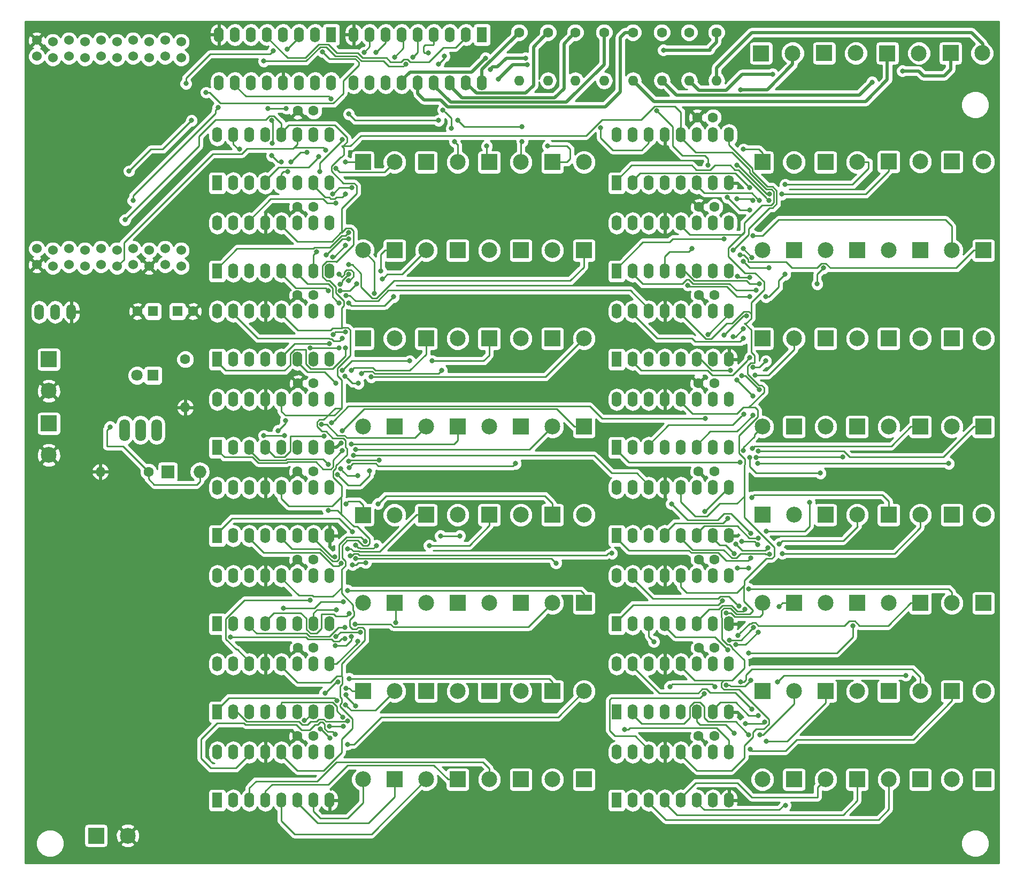
<source format=gbl>
G04 #@! TF.GenerationSoftware,KiCad,Pcbnew,no-vcs-found-08c4a0b~58~ubuntu16.04.1*
G04 #@! TF.CreationDate,2017-08-29T22:18:21+03:00*
G04 #@! TF.ProjectId,ND-03,4E442D30332E6B696361645F70636200,1*
G04 #@! TF.SameCoordinates,Original
G04 #@! TF.FileFunction,Copper,L4,Bot,Signal*
G04 #@! TF.FilePolarity,Positive*
%FSLAX46Y46*%
G04 Gerber Fmt 4.6, Leading zero omitted, Abs format (unit mm)*
G04 Created by KiCad (PCBNEW no-vcs-found-08c4a0b~58~ubuntu16.04.1) date Tue Aug 29 22:18:21 2017*
%MOMM*%
%LPD*%
G01*
G04 APERTURE LIST*
%ADD10C,1.600000*%
%ADD11O,1.600000X1.600000*%
%ADD12R,2.000000X2.000000*%
%ADD13O,2.000000X2.000000*%
%ADD14O,1.699260X3.500120*%
%ADD15R,2.500000X2.500000*%
%ADD16C,2.500000*%
%ADD17O,1.600000X2.400000*%
%ADD18R,1.600000X2.400000*%
%ADD19O,1.501140X2.499360*%
%ADD20R,1.600000X1.600000*%
%ADD21R,1.800000X1.800000*%
%ADD22C,1.800000*%
%ADD23C,1.524000*%
%ADD24C,0.800000*%
%ADD25C,0.508000*%
%ADD26C,0.250000*%
%ADD27C,0.254000*%
G04 APERTURE END LIST*
D10*
X38100000Y-103124000D03*
D11*
X30480000Y-103124000D03*
D12*
X41148000Y-103124000D03*
D13*
X46228000Y-103124000D03*
D14*
X36830000Y-96520000D03*
X34290000Y-96520000D03*
X39370000Y-96520000D03*
D11*
X96774000Y-41148000D03*
D10*
X96774000Y-33528000D03*
X101346000Y-33528000D03*
D11*
X101346000Y-41148000D03*
X105664000Y-41148000D03*
D10*
X105664000Y-33528000D03*
X110236000Y-33528000D03*
D11*
X110236000Y-41148000D03*
X114808000Y-41148000D03*
D10*
X114808000Y-33528000D03*
X119380000Y-33528000D03*
D11*
X119380000Y-41148000D03*
X123698000Y-41148000D03*
D10*
X123698000Y-33528000D03*
X128016000Y-33528000D03*
D11*
X128016000Y-41148000D03*
D15*
X72047000Y-109982000D03*
D16*
X77047000Y-109982000D03*
D17*
X112226000Y-63740000D03*
X130006000Y-71360000D03*
X114766000Y-63740000D03*
X127466000Y-71360000D03*
X117306000Y-63740000D03*
X124926000Y-71360000D03*
X119846000Y-63740000D03*
X122386000Y-71360000D03*
X122386000Y-63740000D03*
X119846000Y-71360000D03*
X124926000Y-63740000D03*
X117306000Y-71360000D03*
X127466000Y-63740000D03*
X114766000Y-71360000D03*
X130006000Y-63740000D03*
D18*
X112226000Y-71360000D03*
D19*
X23326000Y-77837000D03*
X25866000Y-77837000D03*
X20786000Y-77837000D03*
D17*
X112226000Y-147560000D03*
X130006000Y-155180000D03*
X114766000Y-147560000D03*
X127466000Y-155180000D03*
X117306000Y-147560000D03*
X124926000Y-155180000D03*
X119846000Y-147560000D03*
X122386000Y-155180000D03*
X122386000Y-147560000D03*
X119846000Y-155180000D03*
X124926000Y-147560000D03*
X117306000Y-155180000D03*
X127466000Y-147560000D03*
X114766000Y-155180000D03*
X130006000Y-147560000D03*
D18*
X112226000Y-155180000D03*
X48980000Y-155180000D03*
D17*
X66760000Y-147560000D03*
X51520000Y-155180000D03*
X64220000Y-147560000D03*
X54060000Y-155180000D03*
X61680000Y-147560000D03*
X56600000Y-155180000D03*
X59140000Y-147560000D03*
X59140000Y-155180000D03*
X56600000Y-147560000D03*
X61680000Y-155180000D03*
X54060000Y-147560000D03*
X64220000Y-155180000D03*
X51520000Y-147560000D03*
X66760000Y-155180000D03*
X48980000Y-147560000D03*
X48980000Y-119620000D03*
X66760000Y-127240000D03*
X51520000Y-119620000D03*
X64220000Y-127240000D03*
X54060000Y-119620000D03*
X61680000Y-127240000D03*
X56600000Y-119620000D03*
X59140000Y-127240000D03*
X59140000Y-119620000D03*
X56600000Y-127240000D03*
X61680000Y-119620000D03*
X54060000Y-127240000D03*
X64220000Y-119620000D03*
X51520000Y-127240000D03*
X66760000Y-119620000D03*
D18*
X48980000Y-127240000D03*
X112226000Y-57390000D03*
D17*
X130006000Y-49770000D03*
X114766000Y-57390000D03*
X127466000Y-49770000D03*
X117306000Y-57390000D03*
X124926000Y-49770000D03*
X119846000Y-57390000D03*
X122386000Y-49770000D03*
X122386000Y-57390000D03*
X119846000Y-49770000D03*
X124926000Y-57390000D03*
X117306000Y-49770000D03*
X127466000Y-57390000D03*
X114766000Y-49770000D03*
X130006000Y-57390000D03*
X112226000Y-49770000D03*
X112226000Y-119620000D03*
X130006000Y-127240000D03*
X114766000Y-119620000D03*
X127466000Y-127240000D03*
X117306000Y-119620000D03*
X124926000Y-127240000D03*
X119846000Y-119620000D03*
X122386000Y-127240000D03*
X122386000Y-119620000D03*
X119846000Y-127240000D03*
X124926000Y-119620000D03*
X117306000Y-127240000D03*
X127466000Y-119620000D03*
X114766000Y-127240000D03*
X130006000Y-119620000D03*
D18*
X112226000Y-127240000D03*
X112226000Y-113270000D03*
D17*
X130006000Y-105650000D03*
X114766000Y-113270000D03*
X127466000Y-105650000D03*
X117306000Y-113270000D03*
X124926000Y-105650000D03*
X119846000Y-113270000D03*
X122386000Y-105650000D03*
X122386000Y-113270000D03*
X119846000Y-105650000D03*
X124926000Y-113270000D03*
X117306000Y-105650000D03*
X127466000Y-113270000D03*
X114766000Y-105650000D03*
X130006000Y-113270000D03*
X112226000Y-105650000D03*
X48980000Y-49770000D03*
X66760000Y-57390000D03*
X51520000Y-49770000D03*
X64220000Y-57390000D03*
X54060000Y-49770000D03*
X61680000Y-57390000D03*
X56600000Y-49770000D03*
X59140000Y-57390000D03*
X59140000Y-49770000D03*
X56600000Y-57390000D03*
X61680000Y-49770000D03*
X54060000Y-57390000D03*
X64220000Y-49770000D03*
X51520000Y-57390000D03*
X66760000Y-49770000D03*
D18*
X48980000Y-57390000D03*
X48980000Y-113270000D03*
D17*
X66760000Y-105650000D03*
X51520000Y-113270000D03*
X64220000Y-105650000D03*
X54060000Y-113270000D03*
X61680000Y-105650000D03*
X56600000Y-113270000D03*
X59140000Y-105650000D03*
X59140000Y-113270000D03*
X56600000Y-105650000D03*
X61680000Y-113270000D03*
X54060000Y-105650000D03*
X64220000Y-113270000D03*
X51520000Y-105650000D03*
X66760000Y-113270000D03*
X48980000Y-105650000D03*
D18*
X48980000Y-71360000D03*
D17*
X66760000Y-63740000D03*
X51520000Y-71360000D03*
X64220000Y-63740000D03*
X54060000Y-71360000D03*
X61680000Y-63740000D03*
X56600000Y-71360000D03*
X59140000Y-63740000D03*
X59140000Y-71360000D03*
X56600000Y-63740000D03*
X61680000Y-71360000D03*
X54060000Y-63740000D03*
X64220000Y-71360000D03*
X51520000Y-63740000D03*
X66760000Y-71360000D03*
X48980000Y-63740000D03*
X48980000Y-77710000D03*
X66760000Y-85330000D03*
X51520000Y-77710000D03*
X64220000Y-85330000D03*
X54060000Y-77710000D03*
X61680000Y-85330000D03*
X56600000Y-77710000D03*
X59140000Y-85330000D03*
X59140000Y-77710000D03*
X56600000Y-85330000D03*
X61680000Y-77710000D03*
X54060000Y-85330000D03*
X64220000Y-77710000D03*
X51520000Y-85330000D03*
X66760000Y-77710000D03*
D18*
X48980000Y-85330000D03*
X112226000Y-85330000D03*
D17*
X130006000Y-77710000D03*
X114766000Y-85330000D03*
X127466000Y-77710000D03*
X117306000Y-85330000D03*
X124926000Y-77710000D03*
X119846000Y-85330000D03*
X122386000Y-77710000D03*
X122386000Y-85330000D03*
X119846000Y-77710000D03*
X124926000Y-85330000D03*
X117306000Y-77710000D03*
X127466000Y-85330000D03*
X114766000Y-77710000D03*
X130006000Y-85330000D03*
X112226000Y-77710000D03*
X112226000Y-91680000D03*
X130006000Y-99300000D03*
X114766000Y-91680000D03*
X127466000Y-99300000D03*
X117306000Y-91680000D03*
X124926000Y-99300000D03*
X119846000Y-91680000D03*
X122386000Y-99300000D03*
X122386000Y-91680000D03*
X119846000Y-99300000D03*
X124926000Y-91680000D03*
X117306000Y-99300000D03*
X127466000Y-91680000D03*
X114766000Y-99300000D03*
X130006000Y-91680000D03*
D18*
X112226000Y-99300000D03*
X48980000Y-141210000D03*
D17*
X66760000Y-133590000D03*
X51520000Y-141210000D03*
X64220000Y-133590000D03*
X54060000Y-141210000D03*
X61680000Y-133590000D03*
X56600000Y-141210000D03*
X59140000Y-133590000D03*
X59140000Y-141210000D03*
X56600000Y-133590000D03*
X61680000Y-141210000D03*
X54060000Y-133590000D03*
X64220000Y-141210000D03*
X51520000Y-133590000D03*
X66760000Y-141210000D03*
X48980000Y-133590000D03*
X112226000Y-133590000D03*
X130006000Y-141210000D03*
X114766000Y-133590000D03*
X127466000Y-141210000D03*
X117306000Y-133590000D03*
X124926000Y-141210000D03*
X119846000Y-133590000D03*
X122386000Y-141210000D03*
X122386000Y-133590000D03*
X119846000Y-141210000D03*
X124926000Y-133590000D03*
X117306000Y-141210000D03*
X127466000Y-133590000D03*
X114766000Y-141210000D03*
X130006000Y-133590000D03*
D18*
X112226000Y-141210000D03*
X48980000Y-99300000D03*
D17*
X66760000Y-91680000D03*
X51520000Y-99300000D03*
X64220000Y-91680000D03*
X54060000Y-99300000D03*
X61680000Y-91680000D03*
X56600000Y-99300000D03*
X59140000Y-91680000D03*
X59140000Y-99300000D03*
X56600000Y-91680000D03*
X61680000Y-99300000D03*
X54060000Y-91680000D03*
X64220000Y-99300000D03*
X51520000Y-91680000D03*
X66760000Y-99300000D03*
X48980000Y-91680000D03*
D18*
X90890000Y-33895000D03*
D17*
X70570000Y-41515000D03*
X88350000Y-33895000D03*
X73110000Y-41515000D03*
X85810000Y-33895000D03*
X75650000Y-41515000D03*
X83270000Y-33895000D03*
X78190000Y-41515000D03*
X80730000Y-33895000D03*
X80730000Y-41515000D03*
X78190000Y-33895000D03*
X83270000Y-41515000D03*
X75650000Y-33895000D03*
X85810000Y-41515000D03*
X73110000Y-33895000D03*
X88350000Y-41515000D03*
X70570000Y-33895000D03*
X90890000Y-41515000D03*
D10*
X45170000Y-77710000D03*
D20*
X42670000Y-77710000D03*
X38820000Y-77710000D03*
D10*
X36320000Y-77710000D03*
X61720000Y-89140000D03*
X64220000Y-89140000D03*
X127680000Y-103110000D03*
X125180000Y-103110000D03*
X125180000Y-89140000D03*
X127680000Y-89140000D03*
X64180000Y-117080000D03*
X61680000Y-117080000D03*
X125180000Y-145020000D03*
X127680000Y-145020000D03*
X127720000Y-131050000D03*
X125220000Y-131050000D03*
X61680000Y-145020000D03*
X64180000Y-145020000D03*
X64220000Y-131050000D03*
X61720000Y-131050000D03*
X61680000Y-61200000D03*
X64180000Y-61200000D03*
X64180000Y-75170000D03*
X61680000Y-75170000D03*
X125220000Y-61200000D03*
X127720000Y-61200000D03*
X127720000Y-75170000D03*
X125220000Y-75170000D03*
X125220000Y-117080000D03*
X127720000Y-117080000D03*
X64180000Y-103110000D03*
X61680000Y-103110000D03*
X124968000Y-46990000D03*
X127468000Y-46990000D03*
X64220000Y-45960000D03*
X61720000Y-45960000D03*
D15*
X155293000Y-109968000D03*
D16*
X160293000Y-109968000D03*
X150086000Y-36816000D03*
D15*
X145086000Y-36816000D03*
X165086000Y-36816000D03*
D16*
X170086000Y-36816000D03*
X160086000Y-36830000D03*
D15*
X155086000Y-36830000D03*
X77047000Y-123938000D03*
D16*
X72047000Y-123938000D03*
X82047000Y-123938000D03*
D15*
X87047000Y-123938000D03*
X97047000Y-123938000D03*
D16*
X92047000Y-123938000D03*
X102047000Y-123938000D03*
D15*
X107047000Y-123938000D03*
X135293000Y-109968000D03*
D16*
X140293000Y-109968000D03*
X107047000Y-109968000D03*
D15*
X102047000Y-109968000D03*
X92047000Y-109968000D03*
D16*
X97047000Y-109968000D03*
X87047000Y-109968000D03*
D15*
X82047000Y-109968000D03*
D16*
X135293000Y-123938000D03*
D15*
X140293000Y-123938000D03*
X87047000Y-68058000D03*
D16*
X82047000Y-68058000D03*
X150293000Y-109968000D03*
D15*
X145293000Y-109968000D03*
X135086000Y-36830000D03*
D16*
X140086000Y-36830000D03*
X145293000Y-123938000D03*
D15*
X150293000Y-123938000D03*
X160293000Y-123938000D03*
D16*
X155293000Y-123938000D03*
X165293000Y-123938000D03*
D15*
X170293000Y-123938000D03*
X77047000Y-151878000D03*
D16*
X72047000Y-151878000D03*
X82047000Y-151878000D03*
D15*
X87047000Y-151878000D03*
X97047000Y-151878000D03*
D16*
X92047000Y-151878000D03*
X102047000Y-151878000D03*
D15*
X107047000Y-151878000D03*
X145293000Y-137908000D03*
D16*
X150293000Y-137908000D03*
X135293000Y-68058000D03*
D15*
X140293000Y-68058000D03*
X102047000Y-137908000D03*
D16*
X107047000Y-137908000D03*
X97047000Y-137908000D03*
D15*
X92047000Y-137908000D03*
X82047000Y-137908000D03*
D16*
X87047000Y-137908000D03*
X77047000Y-137908000D03*
D15*
X72047000Y-137908000D03*
X140293000Y-151878000D03*
D16*
X135293000Y-151878000D03*
X170293000Y-137908000D03*
D15*
X165293000Y-137908000D03*
X150293000Y-151878000D03*
D16*
X145293000Y-151878000D03*
X160293000Y-137908000D03*
D15*
X155293000Y-137908000D03*
X135293000Y-137908000D03*
D16*
X140293000Y-137908000D03*
X165293000Y-151878000D03*
D15*
X170293000Y-151878000D03*
X77047000Y-95998000D03*
D16*
X72047000Y-95998000D03*
X82047000Y-95998000D03*
D15*
X87047000Y-95998000D03*
X97047000Y-95998000D03*
D16*
X92047000Y-95998000D03*
X102047000Y-95998000D03*
D15*
X107047000Y-95998000D03*
X145293000Y-82028000D03*
D16*
X150293000Y-82028000D03*
X140293000Y-82028000D03*
D15*
X135293000Y-82028000D03*
X102047000Y-82028000D03*
D16*
X107047000Y-82028000D03*
X165293000Y-95998000D03*
D15*
X170293000Y-95998000D03*
X82047000Y-82028000D03*
D16*
X87047000Y-82028000D03*
X77047000Y-82028000D03*
D15*
X72047000Y-82028000D03*
X140293000Y-95998000D03*
D16*
X135293000Y-95998000D03*
X170293000Y-82028000D03*
D15*
X165293000Y-82028000D03*
X155293000Y-82028000D03*
D16*
X160293000Y-82028000D03*
X145293000Y-95998000D03*
D15*
X150293000Y-95998000D03*
X160293000Y-95998000D03*
D16*
X155293000Y-95998000D03*
X72047000Y-68058000D03*
D15*
X77047000Y-68058000D03*
X92047000Y-82028000D03*
D16*
X97047000Y-82028000D03*
X92047000Y-68058000D03*
D15*
X97047000Y-68058000D03*
X165293000Y-109968000D03*
D16*
X170293000Y-109968000D03*
X102047000Y-68058000D03*
D15*
X107047000Y-68058000D03*
X145293000Y-54088000D03*
D16*
X150293000Y-54088000D03*
X140293000Y-54088000D03*
D15*
X135293000Y-54088000D03*
X102047000Y-54088000D03*
D16*
X107047000Y-54088000D03*
X97047000Y-54088000D03*
D15*
X92047000Y-54088000D03*
X82047000Y-54088000D03*
D16*
X87047000Y-54088000D03*
X77047000Y-54088000D03*
D15*
X72047000Y-54088000D03*
X22310000Y-95490000D03*
D16*
X22310000Y-100490000D03*
X34798000Y-160782000D03*
D15*
X29798000Y-160782000D03*
X170293000Y-68058000D03*
D16*
X165293000Y-68058000D03*
X155293000Y-68058000D03*
D15*
X160293000Y-68058000D03*
X150293000Y-68058000D03*
D16*
X145293000Y-68058000D03*
X160293000Y-54000000D03*
D15*
X155293000Y-54000000D03*
X165293000Y-54000000D03*
D16*
X170293000Y-54000000D03*
X22310000Y-90330000D03*
D15*
X22310000Y-85330000D03*
X160293000Y-151878000D03*
D16*
X155293000Y-151878000D03*
D18*
X67014000Y-33895000D03*
D17*
X49234000Y-41515000D03*
X64474000Y-33895000D03*
X51774000Y-41515000D03*
X61934000Y-33895000D03*
X54314000Y-41515000D03*
X59394000Y-33895000D03*
X56854000Y-41515000D03*
X56854000Y-33895000D03*
X59394000Y-41515000D03*
X54314000Y-33895000D03*
X61934000Y-41515000D03*
X51774000Y-33895000D03*
X64474000Y-41515000D03*
X49234000Y-33895000D03*
X67014000Y-41515000D03*
D21*
X38820000Y-87870000D03*
D22*
X36280000Y-87870000D03*
D10*
X43900000Y-85330000D03*
D11*
X43900000Y-92950000D03*
D23*
X20405000Y-70344000D03*
X20405000Y-67804000D03*
X22945000Y-70598000D03*
X22945000Y-68058000D03*
X25485000Y-70344000D03*
X25485000Y-67804000D03*
X28025000Y-70598000D03*
X28025000Y-68058000D03*
X30565000Y-70344000D03*
X30565000Y-67804000D03*
X33105000Y-70598000D03*
X33105000Y-68058000D03*
X35645000Y-70344000D03*
X35645000Y-67804000D03*
X38185000Y-70598000D03*
X38185000Y-68058000D03*
X40725000Y-70344000D03*
X40725000Y-67804000D03*
X43265000Y-70598000D03*
X43265000Y-68058000D03*
X20405000Y-34784000D03*
X20405000Y-37324000D03*
X22945000Y-35038000D03*
X22945000Y-37578000D03*
X25485000Y-34784000D03*
X25485000Y-37324000D03*
X28025000Y-35038000D03*
X28025000Y-37578000D03*
X30565000Y-34784000D03*
X30565000Y-37324000D03*
X33105000Y-35038000D03*
X33105000Y-37578000D03*
X35645000Y-34784000D03*
X35645000Y-37324000D03*
X38185000Y-35038000D03*
X38185000Y-37578000D03*
X40725000Y-34784000D03*
X40725000Y-37324000D03*
X43265000Y-35038000D03*
X43265000Y-37578000D03*
D24*
X20320000Y-160020000D03*
X20320000Y-157480000D03*
X25400000Y-160020000D03*
X25400000Y-162560000D03*
X33020000Y-162560000D03*
X45720000Y-162560000D03*
X40640000Y-162560000D03*
X43180000Y-162560000D03*
X38100000Y-162560000D03*
X40640000Y-160020000D03*
X43180000Y-160020000D03*
X45720000Y-160020000D03*
X45720000Y-157480000D03*
X43180000Y-157480000D03*
X43180000Y-154940000D03*
X45720000Y-154940000D03*
X40640000Y-154940000D03*
X40640000Y-157480000D03*
X33020000Y-157480000D03*
X30480000Y-157480000D03*
X35560000Y-157480000D03*
X38100000Y-157480000D03*
X38100000Y-154940000D03*
X35560000Y-154940000D03*
X33020000Y-154940000D03*
X30480000Y-154940000D03*
X27940000Y-154940000D03*
X25400000Y-154940000D03*
X20320000Y-147320000D03*
X20320000Y-144780000D03*
X20320000Y-142240000D03*
X20320000Y-139700000D03*
X20320000Y-137160000D03*
X20320000Y-134620000D03*
X20320000Y-132080000D03*
X20320000Y-129540000D03*
X20320000Y-127000000D03*
X20320000Y-124460000D03*
X20320000Y-121920000D03*
X20320000Y-119380000D03*
X20320000Y-116840000D03*
X20320000Y-114300000D03*
X20320000Y-111760000D03*
X43180000Y-111760000D03*
X45720000Y-111760000D03*
X45720000Y-114300000D03*
X43180000Y-114300000D03*
X43180000Y-116840000D03*
X45720000Y-116840000D03*
X45720000Y-119380000D03*
X43180000Y-119380000D03*
X43180000Y-121920000D03*
X45720000Y-121920000D03*
X45720000Y-124460000D03*
X43180000Y-124460000D03*
X45720000Y-127000000D03*
X43180000Y-127000000D03*
X43180000Y-129540000D03*
X45720000Y-129540000D03*
X45720000Y-132080000D03*
X43180000Y-132080000D03*
X43180000Y-134620000D03*
X45720000Y-134620000D03*
X45720000Y-137160000D03*
X43180000Y-137160000D03*
X43180000Y-139700000D03*
X45720000Y-139700000D03*
X45720000Y-142240000D03*
X43180000Y-142240000D03*
X43180000Y-144780000D03*
X45720000Y-144780000D03*
X43180000Y-147320000D03*
X33020000Y-152400000D03*
X25400000Y-152400000D03*
X27940000Y-152400000D03*
X30480000Y-152400000D03*
X35560000Y-152400000D03*
X38100000Y-152400000D03*
X38100000Y-149860000D03*
X35560000Y-149860000D03*
X33020000Y-149860000D03*
X30480000Y-149860000D03*
X27940000Y-149860000D03*
X25400000Y-149860000D03*
X27940000Y-78740000D03*
X45720000Y-81280000D03*
X43180000Y-81280000D03*
X30480000Y-78740000D03*
X33020000Y-78740000D03*
X33020000Y-81280000D03*
X35560000Y-81280000D03*
X38100000Y-81280000D03*
X40640000Y-81280000D03*
X43180000Y-83820000D03*
X45720000Y-83820000D03*
X45720000Y-86360000D03*
X35560000Y-91440000D03*
X33020000Y-93980000D03*
X30480000Y-96520000D03*
X30480000Y-93980000D03*
X30480000Y-91440000D03*
X30480000Y-88900000D03*
X30480000Y-86360000D03*
X27940000Y-83820000D03*
X35560000Y-83820000D03*
X40640000Y-83820000D03*
X38100000Y-83820000D03*
X33020000Y-83820000D03*
X33020000Y-88900000D03*
X43180000Y-88900000D03*
X45720000Y-88900000D03*
X45720000Y-91440000D03*
X45720000Y-96520000D03*
X40640000Y-93980000D03*
X38100000Y-91440000D03*
X40640000Y-91440000D03*
X27940000Y-109220000D03*
X30480000Y-109220000D03*
X35560000Y-109220000D03*
X33020000Y-109220000D03*
X33020000Y-106680000D03*
X30480000Y-106680000D03*
X35560000Y-106680000D03*
X38100000Y-106680000D03*
X38100000Y-109220000D03*
X25400000Y-119380000D03*
X25400000Y-116840000D03*
X25400000Y-114300000D03*
X27940000Y-114300000D03*
X27940000Y-116840000D03*
X27940000Y-119380000D03*
X30480000Y-119380000D03*
X30480000Y-116840000D03*
X30480000Y-114300000D03*
X33020000Y-114300000D03*
X33020000Y-116840000D03*
X33020000Y-119380000D03*
X35560000Y-119380000D03*
X35560000Y-116840000D03*
X35560000Y-114300000D03*
X38100000Y-114300000D03*
X38100000Y-116840000D03*
X38100000Y-119380000D03*
X40640000Y-119380000D03*
X40640000Y-116840000D03*
X40640000Y-114300000D03*
X40640000Y-111760000D03*
X38100000Y-111760000D03*
X33020000Y-111760000D03*
X35560000Y-111760000D03*
X30480000Y-111760000D03*
X27940000Y-111760000D03*
X25400000Y-111760000D03*
X22860000Y-111760000D03*
X22860000Y-114300000D03*
X22860000Y-116840000D03*
X22860000Y-119380000D03*
X33020000Y-121920000D03*
X25400000Y-121920000D03*
X38100000Y-121920000D03*
X40640000Y-121920000D03*
X35560000Y-121920000D03*
X30480000Y-121920000D03*
X27940000Y-121920000D03*
X22860000Y-121920000D03*
X27940000Y-124460000D03*
X40640000Y-124460000D03*
X38100000Y-124460000D03*
X35560000Y-124460000D03*
X33020000Y-124460000D03*
X30480000Y-124460000D03*
X25400000Y-124460000D03*
X22860000Y-124460000D03*
X22860000Y-127000000D03*
X25400000Y-127000000D03*
X27940000Y-127000000D03*
X30480000Y-127000000D03*
X33020000Y-127000000D03*
X35560000Y-127000000D03*
X38100000Y-127000000D03*
X40640000Y-127000000D03*
X40640000Y-129540000D03*
X38100000Y-129540000D03*
X35560000Y-129540000D03*
X33020000Y-129540000D03*
X30480000Y-129540000D03*
X27940000Y-129540000D03*
X25400000Y-129540000D03*
X22860000Y-129540000D03*
X25400000Y-132080000D03*
X22860000Y-132080000D03*
X27940000Y-132080000D03*
X30480000Y-132080000D03*
X33020000Y-132080000D03*
X35560000Y-132080000D03*
X38100000Y-132080000D03*
X40640000Y-132080000D03*
X40640000Y-134620000D03*
X38100000Y-134620000D03*
X35560000Y-134620000D03*
X33020000Y-134620000D03*
X30480000Y-134620000D03*
X27940000Y-134620000D03*
X25400000Y-134620000D03*
X22860000Y-134620000D03*
X22860000Y-137160000D03*
X25400000Y-137160000D03*
X27940000Y-137160000D03*
X30480000Y-137160000D03*
X33020000Y-137160000D03*
X35560000Y-137160000D03*
X38100000Y-137160000D03*
X40640000Y-137160000D03*
X40640000Y-139700000D03*
X38100000Y-139700000D03*
X35560000Y-139700000D03*
X33020000Y-139700000D03*
X30480000Y-139700000D03*
X27940000Y-139700000D03*
X25400000Y-139700000D03*
X22860000Y-139700000D03*
X40640000Y-142240000D03*
X38100000Y-142240000D03*
X35560000Y-142240000D03*
X33020000Y-142240000D03*
X30480000Y-142240000D03*
X27940000Y-142240000D03*
X25400000Y-142240000D03*
X22860000Y-142240000D03*
X40640000Y-144780000D03*
X38100000Y-144780000D03*
X35560000Y-144780000D03*
X33020000Y-144780000D03*
X30480000Y-144780000D03*
X27940000Y-144780000D03*
X25400000Y-144780000D03*
X22860000Y-144780000D03*
X40640000Y-147320000D03*
X38100000Y-147320000D03*
X35560000Y-147320000D03*
X33020000Y-147320000D03*
X30480000Y-147320000D03*
X27940000Y-147320000D03*
X25400000Y-147320000D03*
X22860000Y-147320000D03*
X68580000Y-98552000D03*
X40640000Y-109728000D03*
X41656000Y-109728000D03*
X42672000Y-109728000D03*
X43688000Y-109728000D03*
X43688000Y-108712000D03*
X42672000Y-108712000D03*
X41656000Y-108712000D03*
X40640000Y-108712000D03*
X40640000Y-107696000D03*
X41656000Y-107696000D03*
X42672000Y-107696000D03*
X43688000Y-107696000D03*
X43688000Y-106680000D03*
X42672000Y-106680000D03*
X41656000Y-106680000D03*
X40640000Y-106680000D03*
X66548000Y-109220000D03*
X68778631Y-96651977D03*
X44916000Y-47484000D03*
X35010000Y-55485000D03*
X66182440Y-52194629D03*
X34375000Y-63232000D03*
X59902000Y-45579000D03*
X56981000Y-45579000D03*
X49107000Y-45452000D03*
X35645000Y-60184000D03*
X157480000Y-39624000D03*
X136906000Y-40132000D03*
X84032000Y-38515990D03*
X84930202Y-37315869D03*
X82381000Y-36816000D03*
X67014000Y-44055000D03*
X152654000Y-41402000D03*
X78825000Y-38515990D03*
X79968000Y-37451000D03*
X56346000Y-38086000D03*
X77047000Y-37451000D03*
X74126000Y-36689000D03*
X72221000Y-36689000D03*
X65613424Y-36578440D03*
X47202000Y-43039000D03*
X131826000Y-42579990D03*
X67633539Y-144732513D03*
X113496000Y-144004000D03*
X138938000Y-155956000D03*
X126093438Y-138292926D03*
X69342000Y-137429987D03*
X65278778Y-143886346D03*
X62754344Y-142507656D03*
X66802000Y-145288000D03*
X69596000Y-146304000D03*
X63712000Y-123480990D03*
X69850000Y-135890000D03*
X68072000Y-136398000D03*
X66040000Y-138176000D03*
X68834000Y-141986000D03*
X70866000Y-140208000D03*
X69342000Y-138430000D03*
X66728012Y-143468293D03*
X68916848Y-143436011D03*
X69631795Y-142588949D03*
X71191152Y-129968547D03*
X69320657Y-140081333D03*
X67956824Y-139390500D03*
X134874000Y-144780000D03*
X135890000Y-145796000D03*
X133096000Y-144780000D03*
X135636000Y-142748000D03*
X132588000Y-143002000D03*
X133421487Y-136195801D03*
X120650000Y-137160000D03*
X127762000Y-137160000D03*
X129540000Y-136906000D03*
X131826000Y-136398000D03*
X130810000Y-144526000D03*
X133350000Y-147066000D03*
X157988000Y-135382000D03*
X137668000Y-136398000D03*
X134620000Y-141732000D03*
X133604000Y-140716000D03*
X70365856Y-112601841D03*
X70565904Y-100556124D03*
X69596000Y-115315992D03*
X70418037Y-117869724D03*
X72460234Y-117565010D03*
X68579837Y-117668486D03*
X70893326Y-114794500D03*
X82550000Y-114808000D03*
X74168000Y-114808000D03*
X72406525Y-114130977D03*
X87376000Y-113284000D03*
X84328000Y-113284000D03*
X74422000Y-108204000D03*
X70911447Y-116883220D03*
X102616000Y-117602000D03*
X67564000Y-116586000D03*
X69342000Y-108204000D03*
X133457823Y-112874504D03*
X120904000Y-108204000D03*
X133096000Y-118364000D03*
X131318000Y-118364000D03*
X130810000Y-116078000D03*
X134625637Y-113664976D03*
X142748000Y-107950000D03*
X135890000Y-112522000D03*
X136424704Y-116162590D03*
X138430000Y-116078000D03*
X133604000Y-107188000D03*
X129794000Y-110490000D03*
X136134321Y-115205667D03*
X131064000Y-114590990D03*
X137922000Y-114554000D03*
X134556997Y-114662629D03*
X132059963Y-114140979D03*
X126196000Y-109460000D03*
X133441935Y-116803010D03*
X128953123Y-123577878D03*
X133096000Y-121666000D03*
X70024597Y-116421137D03*
X111464000Y-116064000D03*
X131400333Y-129068990D03*
X131096334Y-130531445D03*
X118110000Y-130048000D03*
X134620000Y-128524000D03*
X149606000Y-127508000D03*
X133096000Y-131826000D03*
X129794000Y-131318000D03*
X133894570Y-127826370D03*
X130048000Y-129794000D03*
X132545954Y-124949745D03*
X137922000Y-124460000D03*
X129540000Y-125476000D03*
X131562528Y-124438387D03*
X69596000Y-121920000D03*
X67818000Y-124968000D03*
X67774165Y-129242165D03*
X77216000Y-127000000D03*
X71628000Y-128524000D03*
X68924620Y-123727425D03*
X59436000Y-124714000D03*
X69882212Y-125575660D03*
X69159241Y-127798990D03*
X67683375Y-130708491D03*
X70242906Y-129249010D03*
X69224175Y-129587700D03*
X70792153Y-127262670D03*
X51054000Y-129286000D03*
X70892036Y-99610788D03*
X68792000Y-99808000D03*
X69833886Y-102458677D03*
X96224000Y-101840000D03*
X68498904Y-102670783D03*
X66611819Y-102000031D03*
X71241184Y-103781184D03*
X70189000Y-98792000D03*
X65871000Y-97522000D03*
X58643688Y-96599969D03*
X59781970Y-95003519D03*
X65490000Y-95617000D03*
X74634000Y-101332000D03*
X69808000Y-101459000D03*
X67104010Y-95396803D03*
X126303805Y-94684957D03*
X59648000Y-97395000D03*
X56346000Y-97395000D03*
X68030000Y-103618000D03*
X73110000Y-102983000D03*
X132292000Y-82028000D03*
X132800000Y-78472000D03*
X129244000Y-81520000D03*
X69390010Y-75198909D03*
X133816000Y-91172000D03*
X131276000Y-88632000D03*
X130260000Y-87108000D03*
X131983115Y-87924885D03*
X134832000Y-90156000D03*
X130694012Y-81728183D03*
X132292000Y-80504000D03*
X135848000Y-85584000D03*
X133816000Y-86600000D03*
X133308000Y-85076000D03*
X126704000Y-81360979D03*
X134172027Y-87834296D03*
X69304660Y-83547340D03*
X70247131Y-87039139D03*
X69217237Y-87964979D03*
X71336660Y-89144660D03*
X68772740Y-87069185D03*
X83016000Y-85584000D03*
X79460000Y-85584000D03*
X67300188Y-81402915D03*
X66760000Y-82826990D03*
X69300000Y-81012000D03*
X67776000Y-89140000D03*
X71840000Y-87616000D03*
X84540000Y-87108000D03*
X63712000Y-83552000D03*
X68284000Y-83552000D03*
X73364000Y-88124000D03*
X68792000Y-82028000D03*
X69808000Y-70344000D03*
X64728000Y-68312000D03*
X68284000Y-71868000D03*
X69808000Y-72884000D03*
X73872000Y-74916000D03*
X67765698Y-60602382D03*
X74888000Y-71360000D03*
X76920000Y-75424000D03*
X69808000Y-76440000D03*
X68284000Y-76440000D03*
X68444325Y-74473899D03*
X71040981Y-73385411D03*
X75137340Y-72634660D03*
X66542990Y-74414589D03*
X67285916Y-69109980D03*
X69300000Y-67296000D03*
X68399878Y-73474876D03*
X69808000Y-71868000D03*
X69808000Y-66280000D03*
X66252000Y-68820000D03*
X69795347Y-65267334D03*
X133816000Y-65772000D03*
X129244000Y-66280000D03*
X134324000Y-74408000D03*
X131346643Y-72163351D03*
X133308000Y-72376000D03*
X133668171Y-69169223D03*
X124164000Y-67804000D03*
X132292000Y-67804000D03*
X144992000Y-70852000D03*
X143976000Y-73392000D03*
X134832000Y-73392000D03*
X123480628Y-73567372D03*
X133308000Y-75424000D03*
X135848000Y-75424000D03*
X138896000Y-71868000D03*
X130674161Y-68021010D03*
X136356000Y-70852000D03*
X132292000Y-69836000D03*
X131784000Y-68820000D03*
X134632066Y-99882648D03*
X132292000Y-99808000D03*
X133765331Y-94169339D03*
X133308680Y-100882245D03*
X144484000Y-103364000D03*
X134323913Y-100833997D03*
X148040000Y-100824000D03*
X132337362Y-93979406D03*
X133741311Y-99428139D03*
X131762092Y-101607255D03*
X134541010Y-101844660D03*
X164804000Y-101840000D03*
X136356000Y-60184000D03*
X133308000Y-58152000D03*
X133811340Y-60188660D03*
X131282589Y-59893010D03*
X138896000Y-57644000D03*
X136389162Y-59134838D03*
X138388000Y-59168000D03*
X131276000Y-54596000D03*
X118576000Y-45960000D03*
X126704000Y-54596000D03*
X134832000Y-60184000D03*
X109686000Y-48627000D03*
X133308000Y-61708000D03*
X129752000Y-59676000D03*
X132292000Y-52056000D03*
X69300000Y-54088000D03*
X52536000Y-52056000D03*
X69300000Y-59168000D03*
X101304000Y-51548000D03*
X68792000Y-50532000D03*
X65236000Y-55612000D03*
X97246589Y-50822990D03*
X87084660Y-47479340D03*
X97240000Y-48500000D03*
X84032000Y-47484000D03*
X69808000Y-46468000D03*
X63204000Y-52564000D03*
X60664000Y-54088000D03*
X60156000Y-55612000D03*
X65085845Y-53212835D03*
X91652000Y-51548000D03*
X84726051Y-45801804D03*
X86070589Y-48717010D03*
X86572000Y-50822990D03*
X57616000Y-47484000D03*
X57663403Y-51080591D03*
X57616000Y-53072000D03*
X59140000Y-54088000D03*
X67272660Y-59163340D03*
X70316000Y-58152000D03*
X67776000Y-55104000D03*
X44027000Y-41642000D03*
X57870000Y-36435000D03*
X60029000Y-36181000D03*
X119634000Y-36322000D03*
X97790000Y-37592000D03*
X92202000Y-39370000D03*
X98044000Y-38608000D03*
X93472000Y-40894000D03*
X91440000Y-37592000D03*
X32004000Y-96012000D03*
D25*
X66760000Y-99300000D02*
X67832000Y-99300000D01*
X67832000Y-99300000D02*
X68580000Y-98552000D01*
D26*
X67786831Y-102534432D02*
X67304998Y-103016265D01*
X69517002Y-100420558D02*
X67786831Y-102150729D01*
X65141998Y-94891998D02*
X64764998Y-95268998D01*
X69305002Y-98203998D02*
X69305002Y-99247998D01*
X69517002Y-99459998D02*
X69517002Y-100420558D01*
X66192601Y-96741597D02*
X67278002Y-97826998D01*
X68665000Y-105326004D02*
X68665000Y-107047000D01*
X69305002Y-99247998D02*
X69517002Y-99459998D01*
X68928002Y-97826998D02*
X69305002Y-98203998D01*
X67278002Y-97826998D02*
X68928002Y-97826998D01*
X65838002Y-94891998D02*
X65141998Y-94891998D01*
X67304998Y-103016265D02*
X67304998Y-103966002D01*
X64764998Y-95268998D02*
X64764998Y-95965002D01*
X65541593Y-96741597D02*
X66192601Y-96741597D01*
X64764998Y-95965002D02*
X65541593Y-96741597D01*
X67653000Y-93077000D02*
X65838002Y-94891998D01*
X68665000Y-93077000D02*
X67653000Y-93077000D01*
X67304998Y-103966002D02*
X68665000Y-105326004D01*
X67786831Y-102150729D02*
X67786831Y-102534432D01*
X66548000Y-109220000D02*
X68012734Y-109220000D01*
X68012734Y-109220000D02*
X68616999Y-109824265D01*
X68045598Y-97376987D02*
X66285611Y-95617000D01*
X66055685Y-95617000D02*
X65490000Y-95617000D01*
X66285611Y-95617000D02*
X66055685Y-95617000D01*
X69114402Y-97376987D02*
X68045598Y-97376987D01*
X69513415Y-97776000D02*
X69114402Y-97376987D01*
X80269000Y-97776000D02*
X69513415Y-97776000D01*
X82047000Y-95998000D02*
X80269000Y-97776000D01*
X69178630Y-96251978D02*
X68778631Y-96651977D01*
X72226608Y-93204000D02*
X69178630Y-96251978D01*
X102753000Y-93204000D02*
X72226608Y-93204000D01*
X105547000Y-95998000D02*
X102753000Y-93204000D01*
X107047000Y-95998000D02*
X105547000Y-95998000D01*
X38439000Y-52056000D02*
X40344000Y-52056000D01*
X40344000Y-52056000D02*
X44916000Y-47484000D01*
X35010000Y-55485000D02*
X38439000Y-52056000D01*
X61105370Y-51794630D02*
X65782441Y-51794630D01*
X65782441Y-51794630D02*
X66182440Y-52194629D01*
X60971000Y-51929000D02*
X61105370Y-51794630D01*
X53736004Y-51929000D02*
X60971000Y-51929000D01*
X52884002Y-52781002D02*
X53736004Y-51929000D01*
X48254998Y-52781002D02*
X52884002Y-52781002D01*
X34192001Y-66843999D02*
X48254998Y-52781002D01*
X34192001Y-69510999D02*
X34192001Y-66843999D01*
X33105000Y-70598000D02*
X34192001Y-69510999D01*
X60971000Y-51929000D02*
X61680000Y-51220000D01*
X61680000Y-51220000D02*
X61680000Y-49770000D01*
X71182541Y-111833989D02*
X73131527Y-113782975D01*
X72058523Y-114855979D02*
X71211546Y-114009002D01*
X70626723Y-111833989D02*
X71182541Y-111833989D01*
X69304839Y-117320484D02*
X69304839Y-118016488D01*
X69575994Y-114009002D02*
X68739013Y-114845983D01*
X71211546Y-114009002D02*
X69575994Y-114009002D01*
X73131527Y-114478979D02*
X72754527Y-114855979D01*
X73131527Y-113782975D02*
X73131527Y-114478979D01*
X68616999Y-107095001D02*
X68616999Y-109824265D01*
X68665000Y-118656327D02*
X68665000Y-121525000D01*
X72754527Y-114855979D02*
X72058523Y-114855979D01*
X69304839Y-118016488D02*
X68665000Y-118656327D01*
X68739013Y-116754658D02*
X69304839Y-117320484D01*
X68665000Y-107047000D02*
X68616999Y-107095001D01*
X68616999Y-109824265D02*
X70626723Y-111833989D01*
X68739013Y-114845983D02*
X68739013Y-116754658D01*
X59140000Y-147960000D02*
X59140000Y-147560000D01*
X70356796Y-143822208D02*
X68665000Y-145514004D01*
X61661000Y-150481000D02*
X59140000Y-147960000D01*
X68681825Y-139042499D02*
X68681825Y-139738501D01*
X65830004Y-150481000D02*
X61661000Y-150481000D01*
X68436987Y-140321139D02*
X70356796Y-142240948D01*
X70356796Y-142240948D02*
X70356796Y-143822208D01*
X68797002Y-135627002D02*
X68797002Y-136746002D01*
X68665000Y-145514004D02*
X68665000Y-147646004D01*
X68436987Y-139983339D02*
X68436987Y-140321139D01*
X68665000Y-147646004D02*
X65830004Y-150481000D01*
X68681825Y-139738501D02*
X68436987Y-139983339D01*
X68436987Y-138797661D02*
X68681825Y-139042499D01*
X68436987Y-137106017D02*
X68436987Y-138797661D01*
X68797002Y-136746002D02*
X68436987Y-137106017D01*
X68665000Y-135495000D02*
X68797002Y-135627002D01*
X124576998Y-136180998D02*
X122386000Y-133990000D01*
X129191998Y-136180998D02*
X124576998Y-136180998D01*
X122386000Y-133990000D02*
X122386000Y-133590000D01*
X122386000Y-147960000D02*
X122386000Y-147560000D01*
X124907000Y-150481000D02*
X122386000Y-147960000D01*
X130387000Y-150481000D02*
X124907000Y-150481000D01*
X134329002Y-143923998D02*
X133821002Y-144431998D01*
X135533006Y-143923998D02*
X134329002Y-143923998D01*
X136361002Y-143096002D02*
X135533006Y-143923998D01*
X132419000Y-148449000D02*
X130387000Y-150481000D01*
X131592006Y-137631002D02*
X136361002Y-142399998D01*
X129191998Y-137631002D02*
X131592006Y-137631002D01*
X133821002Y-144431998D02*
X133821002Y-145128002D01*
X128814998Y-137254002D02*
X129191998Y-137631002D01*
X128814998Y-136557998D02*
X128814998Y-137254002D01*
X133821002Y-145128002D02*
X132419000Y-146530004D01*
X129191998Y-136180998D02*
X128814998Y-136557998D01*
X130463002Y-136180998D02*
X129191998Y-136180998D01*
X132419000Y-134225000D02*
X130463002Y-136180998D01*
X136361002Y-142399998D02*
X136361002Y-143096002D01*
X132419000Y-146530004D02*
X132419000Y-148449000D01*
X61661000Y-136511000D02*
X59140000Y-133990000D01*
X68665000Y-135495000D02*
X67901996Y-135495000D01*
X67901996Y-135495000D02*
X66885996Y-136511000D01*
X59140000Y-133990000D02*
X59140000Y-133590000D01*
X66885996Y-136511000D02*
X61661000Y-136511000D01*
X68665000Y-122394801D02*
X70471912Y-124201713D01*
X71279998Y-127798998D02*
X71976002Y-127798998D01*
X70471912Y-124201713D02*
X70471912Y-125092356D01*
X71005007Y-128073989D02*
X71279998Y-127798998D01*
X70607214Y-125227658D02*
X70607214Y-125923662D01*
X71976002Y-127798998D02*
X72353002Y-128175998D01*
X70607214Y-125923662D02*
X69944002Y-126586874D01*
X70358987Y-128073989D02*
X71005007Y-128073989D01*
X72353002Y-129832002D02*
X68665000Y-133520004D01*
X68665000Y-121525000D02*
X68665000Y-122394801D01*
X68665000Y-133520004D02*
X68665000Y-135495000D01*
X70471912Y-125092356D02*
X70607214Y-125227658D01*
X69944002Y-127659004D02*
X70358987Y-128073989D01*
X69944002Y-126586874D02*
X69944002Y-127659004D01*
X72353002Y-128175998D02*
X72353002Y-129832002D01*
X130519002Y-131084006D02*
X132419000Y-132984004D01*
X130519002Y-130969998D02*
X130519002Y-131084006D01*
X128880990Y-129699994D02*
X129699998Y-130519002D01*
X128814998Y-125127998D02*
X128814998Y-126194608D01*
X129191998Y-124750998D02*
X128814998Y-125127998D01*
X133276835Y-125674755D02*
X131137165Y-125674755D01*
X133784834Y-125166756D02*
X133276835Y-125674755D01*
X133784834Y-125091830D02*
X133784834Y-125166756D01*
X132370999Y-121192001D02*
X132370999Y-123677995D01*
X132419000Y-121144000D02*
X132370999Y-121192001D01*
X130068006Y-130519002D02*
X130519002Y-130969998D01*
X132370999Y-123677995D02*
X133784834Y-125091830D01*
X131137165Y-125674755D02*
X130213408Y-124750998D01*
X128880990Y-126260600D02*
X128880990Y-129699994D01*
X129699998Y-130519002D02*
X130068006Y-130519002D01*
X130213408Y-124750998D02*
X129191998Y-124750998D01*
X132419000Y-132984004D02*
X132419000Y-134225000D01*
X128814998Y-126194608D02*
X128880990Y-126260600D01*
X135899413Y-116887591D02*
X132419000Y-120368004D01*
X137149705Y-116510591D02*
X136772705Y-116887591D01*
X136772705Y-116887591D02*
X135899413Y-116887591D01*
X137149705Y-115116040D02*
X137149705Y-116510591D01*
X132419000Y-107047000D02*
X132419000Y-110385335D01*
X132419000Y-110385335D02*
X137149705Y-115116040D01*
X132419000Y-120368004D02*
X132419000Y-121144000D01*
X59140000Y-120020000D02*
X59140000Y-119620000D01*
X64226012Y-122922000D02*
X64060001Y-122755989D01*
X67268000Y-122922000D02*
X64226012Y-122922000D01*
X68665000Y-121525000D02*
X67268000Y-122922000D01*
X64060001Y-122755989D02*
X61875989Y-122755989D01*
X61875989Y-122755989D02*
X59140000Y-120020000D01*
X132419000Y-107047000D02*
X131276000Y-108190000D01*
X131276000Y-108190000D02*
X128539004Y-108190000D01*
X122386000Y-107100000D02*
X122386000Y-105650000D01*
X128539004Y-108190000D02*
X126544002Y-110185002D01*
X126544002Y-110185002D02*
X124635002Y-110185002D01*
X124635002Y-110185002D02*
X122386000Y-107936000D01*
X122386000Y-107936000D02*
X122386000Y-107100000D01*
X132487094Y-101955257D02*
X132419000Y-102023351D01*
X132487094Y-101141580D02*
X132487094Y-101955257D01*
X131566998Y-100221484D02*
X132487094Y-101141580D01*
X134541002Y-93363998D02*
X134541002Y-94422999D01*
X134541002Y-94422999D02*
X131566998Y-97397003D01*
X131566998Y-97397003D02*
X131566998Y-100221484D01*
X132419000Y-102023351D02*
X132419000Y-107047000D01*
X133111004Y-92950000D02*
X134127004Y-92950000D01*
X134127004Y-92950000D02*
X134541002Y-93363998D01*
X122386000Y-92080000D02*
X122386000Y-91680000D01*
X133111004Y-92950000D02*
X132293764Y-92950000D01*
X126657850Y-93966000D02*
X126651806Y-93959956D01*
X131277764Y-93966000D02*
X126657850Y-93966000D01*
X126651806Y-93959956D02*
X124265956Y-93959956D01*
X132293764Y-92950000D02*
X131277764Y-93966000D01*
X124265956Y-93959956D02*
X122386000Y-92080000D01*
X133525002Y-76280002D02*
X133525002Y-78820002D01*
X133525002Y-78820002D02*
X133525002Y-78123998D01*
X134164002Y-71650998D02*
X135557002Y-73043998D01*
X135557002Y-74248002D02*
X133525002Y-76280002D01*
X132525996Y-71650998D02*
X134164002Y-71650998D01*
X129915998Y-69041000D02*
X132525996Y-71650998D01*
X132349004Y-65264000D02*
X129915998Y-67697006D01*
X132419000Y-65264000D02*
X132349004Y-65264000D01*
X122386000Y-78110000D02*
X122386000Y-77710000D01*
X135557002Y-73043998D02*
X135557002Y-74248002D01*
X126361989Y-82085989D02*
X122386000Y-78110000D01*
X133525002Y-78123998D02*
X133148002Y-77746998D01*
X127211015Y-82085989D02*
X126361989Y-82085989D01*
X130512590Y-79615000D02*
X129682004Y-79615000D01*
X129915998Y-67697006D02*
X129915998Y-69041000D01*
X132380592Y-77746998D02*
X130512590Y-79615000D01*
X133148002Y-77746998D02*
X132380592Y-77746998D01*
X132730004Y-79615000D02*
X133525002Y-78820002D01*
X132419000Y-79615000D02*
X132730004Y-79615000D01*
X129682004Y-79615000D02*
X127211015Y-82085989D01*
X132986400Y-86356598D02*
X132986400Y-87673989D01*
X135557002Y-89807998D02*
X135557002Y-90504002D01*
X134033002Y-85874999D02*
X133467999Y-85874999D01*
X133525002Y-84219998D02*
X134033002Y-84727998D01*
X132476004Y-79615000D02*
X133525002Y-80663998D01*
X134033002Y-84727998D02*
X134033002Y-85874999D01*
X132986400Y-87673989D02*
X134743408Y-89430998D01*
X132419000Y-79615000D02*
X132476004Y-79615000D01*
X133525002Y-80663998D02*
X133525002Y-84219998D01*
X135557002Y-90504002D02*
X133111004Y-92950000D01*
X135180002Y-89430998D02*
X135557002Y-89807998D01*
X133467999Y-85874999D02*
X132986400Y-86356598D01*
X134743408Y-89430998D02*
X135180002Y-89430998D01*
X59140000Y-78110000D02*
X59140000Y-77710000D01*
X61788000Y-80758000D02*
X59140000Y-78110000D01*
X66872101Y-80758000D02*
X61788000Y-80758000D01*
X68665000Y-80377000D02*
X67253101Y-80377000D01*
X67253101Y-80377000D02*
X66872101Y-80758000D01*
X68047739Y-86721184D02*
X68047739Y-87944743D01*
X70029661Y-80668657D02*
X70029661Y-84739262D01*
X68047739Y-87944743D02*
X68665000Y-88562004D01*
X68665000Y-80377000D02*
X68755002Y-80286998D01*
X69648002Y-80286998D02*
X70029661Y-80668657D01*
X68665000Y-88562004D02*
X68665000Y-93077000D01*
X70029661Y-84739262D02*
X68047739Y-86721184D01*
X68755002Y-80286998D02*
X69648002Y-80286998D01*
X70143349Y-64542332D02*
X70533002Y-64931985D01*
X68665000Y-65264000D02*
X69386668Y-64542332D01*
X66737008Y-72885010D02*
X67718009Y-73866011D01*
X67718009Y-73866011D02*
X67718009Y-74801005D01*
X69386668Y-64542332D02*
X70143349Y-64542332D01*
X70533002Y-64931985D02*
X70533002Y-67136002D01*
X69009002Y-76788002D02*
X68665000Y-77132004D01*
X70533002Y-67136002D02*
X67804502Y-69864502D01*
X67804502Y-69864502D02*
X67774990Y-69834990D01*
X65634990Y-72225994D02*
X66294006Y-72885010D01*
X67774990Y-69834990D02*
X66294006Y-69834990D01*
X66294006Y-69834990D02*
X65634990Y-70494006D01*
X67718009Y-74801005D02*
X69009002Y-76091998D01*
X65634990Y-70494006D02*
X65634990Y-72225994D01*
X66294006Y-72885010D02*
X66737008Y-72885010D01*
X69009002Y-76091998D02*
X69009002Y-76788002D01*
X68665000Y-77132004D02*
X68665000Y-80377000D01*
X59140000Y-64140000D02*
X59140000Y-63740000D01*
X68665000Y-65264000D02*
X68535180Y-65264000D01*
X61661000Y-66661000D02*
X59140000Y-64140000D01*
X68535180Y-65264000D02*
X67138180Y-66661000D01*
X67138180Y-66661000D02*
X61661000Y-66661000D01*
X132128002Y-65554998D02*
X123800998Y-65554998D01*
X123800998Y-65554998D02*
X122386000Y-64140000D01*
X132419000Y-65264000D02*
X132128002Y-65554998D01*
X122386000Y-64140000D02*
X122386000Y-63740000D01*
X137114163Y-60498841D02*
X136704002Y-60909002D01*
X124780000Y-52564000D02*
X130514000Y-52564000D01*
X122386000Y-49770000D02*
X122386000Y-50170000D01*
X122386000Y-50170000D02*
X124780000Y-52564000D01*
X130514000Y-52564000D02*
X133250009Y-55300009D01*
X135893423Y-58409837D02*
X136737163Y-58409837D01*
X133250009Y-55300009D02*
X133250009Y-55766423D01*
X137114163Y-58786837D02*
X137114163Y-60498841D01*
X132419000Y-63741410D02*
X132419000Y-65264000D01*
X136704002Y-60909002D02*
X135251408Y-60909002D01*
X136737163Y-58409837D02*
X137114163Y-58786837D01*
X133250009Y-55766423D02*
X135893423Y-58409837D01*
X135251408Y-60909002D02*
X132419000Y-63741410D01*
X122386000Y-48320000D02*
X122386000Y-49770000D01*
X122386000Y-46156996D02*
X122386000Y-48320000D01*
X116105996Y-47357000D02*
X118227998Y-45234998D01*
X118227998Y-45234998D02*
X121464002Y-45234998D01*
X107342998Y-49897000D02*
X109882998Y-47357000D01*
X71713000Y-49897000D02*
X107342998Y-49897000D01*
X121464002Y-45234998D02*
X122386000Y-46156996D01*
X70062000Y-51548000D02*
X71713000Y-49897000D01*
X68665000Y-51548000D02*
X70062000Y-51548000D01*
X109882998Y-47357000D02*
X116105996Y-47357000D01*
X68665000Y-51548000D02*
X69009002Y-51892002D01*
X69009002Y-52912002D02*
X68632002Y-53289002D01*
X68632002Y-53289002D02*
X68517994Y-53289002D01*
X68517994Y-53289002D02*
X67050998Y-54755998D01*
X67050998Y-55523409D02*
X68954587Y-57426998D01*
X71041002Y-57803998D02*
X71041002Y-59008002D01*
X71041002Y-59008002D02*
X68665000Y-61384004D01*
X68665000Y-61384004D02*
X68665000Y-65264000D01*
X68954587Y-57426998D02*
X70664002Y-57426998D01*
X67050998Y-54755998D02*
X67050998Y-55523409D01*
X69009002Y-51892002D02*
X69009002Y-52912002D01*
X70664002Y-57426998D02*
X71041002Y-57803998D01*
X69517002Y-50880002D02*
X68849004Y-51548000D01*
X69517002Y-50183998D02*
X69517002Y-50880002D01*
X60265010Y-48244990D02*
X67577994Y-48244990D01*
X67577994Y-48244990D02*
X69517002Y-50183998D01*
X59140000Y-49370000D02*
X60265010Y-48244990D01*
X68849004Y-51548000D02*
X68665000Y-51548000D01*
X59140000Y-49770000D02*
X59140000Y-49370000D01*
X59140000Y-48320000D02*
X59140000Y-49770000D01*
X59140000Y-47934996D02*
X59140000Y-48320000D01*
X57964002Y-46758998D02*
X59140000Y-47934996D01*
X48726000Y-47357000D02*
X56669996Y-47357000D01*
X57267998Y-46758998D02*
X57964002Y-46758998D01*
X46059000Y-50024000D02*
X48726000Y-47357000D01*
X46059000Y-51548000D02*
X46059000Y-50024000D01*
X56669996Y-47357000D02*
X57267998Y-46758998D01*
X34375000Y-63232000D02*
X46059000Y-51548000D01*
X60283000Y-108571000D02*
X59140000Y-107428000D01*
X59140000Y-107428000D02*
X59140000Y-105650000D01*
X67141000Y-108571000D02*
X60283000Y-108571000D01*
X68665000Y-107047000D02*
X67141000Y-108571000D01*
X59775000Y-94220000D02*
X59140000Y-93585000D01*
X59140000Y-93585000D02*
X59140000Y-91680000D01*
X67522000Y-94220000D02*
X59775000Y-94220000D01*
X68665000Y-93077000D02*
X67522000Y-94220000D01*
X123275000Y-122287000D02*
X122386000Y-121398000D01*
X122386000Y-121398000D02*
X122386000Y-119620000D01*
X131276000Y-122287000D02*
X123275000Y-122287000D01*
X132419000Y-121144000D02*
X131276000Y-122287000D01*
X48707001Y-45851999D02*
X49107000Y-45452000D01*
X48707001Y-46358588D02*
X48707001Y-45851999D01*
X35645000Y-59420589D02*
X48707001Y-46358588D01*
X35645000Y-60184000D02*
X35645000Y-59420589D01*
X56981000Y-45579000D02*
X59902000Y-45579000D01*
X82508000Y-38213000D02*
X84794000Y-35927000D01*
X65082598Y-35386987D02*
X65920985Y-35386987D01*
X66565416Y-35420001D02*
X67950393Y-36804978D01*
X71969821Y-37578000D02*
X75777000Y-37578000D01*
X62891585Y-37578000D02*
X65082598Y-35386987D01*
X56854000Y-33895000D02*
X56854000Y-34295000D01*
X78476999Y-37790989D02*
X79127990Y-37790989D01*
X65920985Y-35386987D02*
X65953999Y-35420001D01*
X71196801Y-36804979D02*
X71969821Y-37578000D01*
X75777000Y-37578000D02*
X76412000Y-38213000D01*
X56854000Y-34295000D02*
X60137000Y-37578000D01*
X76412000Y-38213000D02*
X78054988Y-38213000D01*
X60137000Y-37578000D02*
X62891585Y-37578000D01*
X79127990Y-37790989D02*
X79550001Y-38213000D01*
X79550001Y-38213000D02*
X82508000Y-38213000D01*
X67950393Y-36804978D02*
X71196801Y-36804979D01*
X84794000Y-35927000D02*
X86718000Y-35927000D01*
X78054988Y-38213000D02*
X78476999Y-37790989D01*
X86718000Y-35927000D02*
X88350000Y-34295000D01*
X65953999Y-35420001D02*
X66565416Y-35420001D01*
X88350000Y-34295000D02*
X88350000Y-33895000D01*
D25*
X170180000Y-35306000D02*
X170180000Y-36722000D01*
X170180000Y-36722000D02*
X170086000Y-36816000D01*
X168402000Y-33528000D02*
X170180000Y-35306000D01*
X133604000Y-33528000D02*
X168402000Y-33528000D01*
X128016000Y-39116000D02*
X133604000Y-33528000D01*
X128016000Y-41148000D02*
X128016000Y-39116000D01*
X164084000Y-40386000D02*
X165086000Y-39384000D01*
X165086000Y-39384000D02*
X165086000Y-36816000D01*
X160782000Y-40386000D02*
X164084000Y-40386000D01*
X160020000Y-39624000D02*
X160782000Y-40386000D01*
X157480000Y-39624000D02*
X160020000Y-39624000D01*
X129540000Y-42672000D02*
X132080000Y-40132000D01*
X132080000Y-40132000D02*
X136906000Y-40132000D01*
X125222000Y-42672000D02*
X129540000Y-42672000D01*
X123698000Y-41148000D02*
X125222000Y-42672000D01*
D26*
X84032000Y-38515990D02*
X84930202Y-37617788D01*
X84930202Y-37617788D02*
X84930202Y-37315869D01*
X83143000Y-35546000D02*
X83270000Y-35419000D01*
X83270000Y-35419000D02*
X83270000Y-33895000D01*
X81873000Y-35546000D02*
X83143000Y-35546000D01*
X81619000Y-35800000D02*
X81873000Y-35546000D01*
X81619000Y-36619685D02*
X81619000Y-35800000D01*
X82381000Y-36816000D02*
X81815315Y-36816000D01*
X81815315Y-36816000D02*
X81619000Y-36619685D01*
X53533000Y-43674000D02*
X66633000Y-43674000D01*
X66633000Y-43674000D02*
X67014000Y-44055000D01*
X51774000Y-41515000D02*
X51774000Y-41915000D01*
X51774000Y-41915000D02*
X53533000Y-43674000D01*
D25*
X121666000Y-43434000D02*
X150622000Y-43434000D01*
X150622000Y-43434000D02*
X152654000Y-41402000D01*
X120179999Y-41947999D02*
X121666000Y-43434000D01*
X119380000Y-41148000D02*
X120179999Y-41947999D01*
D26*
X66252016Y-35870012D02*
X67636993Y-37254989D01*
X65268998Y-35836998D02*
X65734585Y-35836998D01*
X65734585Y-35836998D02*
X65767599Y-35870012D01*
X56346000Y-38086000D02*
X63019996Y-38086000D01*
X67636993Y-37254989D02*
X71010400Y-37254989D01*
X71010400Y-37254989D02*
X71841410Y-38086000D01*
X76098989Y-38915989D02*
X78425001Y-38915989D01*
X71841410Y-38086000D02*
X75269000Y-38086000D01*
X65767599Y-35870012D02*
X66252016Y-35870012D01*
X63019996Y-38086000D02*
X65268998Y-35836998D01*
X75269000Y-38086000D02*
X76098989Y-38915989D01*
X78425001Y-38915989D02*
X78825000Y-38515990D01*
X79968000Y-37451000D02*
X80730000Y-36689000D01*
X80730000Y-36689000D02*
X80730000Y-33895000D01*
D25*
X114808000Y-41148000D02*
X118110000Y-44450000D01*
X118110000Y-44450000D02*
X151638000Y-44450000D01*
X151638000Y-44450000D02*
X155086000Y-41002000D01*
X155086000Y-41002000D02*
X155086000Y-36830000D01*
D26*
X77047000Y-37451000D02*
X78444000Y-36054000D01*
X78444000Y-36054000D02*
X78444000Y-34149000D01*
X78444000Y-34149000D02*
X78190000Y-33895000D01*
X75650000Y-35165000D02*
X75650000Y-33895000D01*
X74126000Y-36689000D02*
X75650000Y-35165000D01*
X66013423Y-36978439D02*
X65613424Y-36578440D01*
X66739984Y-37705000D02*
X66013423Y-36978439D01*
X71372996Y-38721000D02*
X71372996Y-38253996D01*
X68919000Y-41174996D02*
X71372996Y-38721000D01*
X70824000Y-37705000D02*
X66739984Y-37705000D01*
X68919000Y-43223004D02*
X68919000Y-41174996D01*
X49508687Y-44780002D02*
X67362002Y-44780002D01*
X71372996Y-38253996D02*
X70824000Y-37705000D01*
X47767685Y-43039000D02*
X49508687Y-44780002D01*
X67362002Y-44780002D02*
X68919000Y-43223004D01*
X47202000Y-43039000D02*
X47767685Y-43039000D01*
X72221000Y-36689000D02*
X73110000Y-35800000D01*
X73110000Y-35800000D02*
X73110000Y-33895000D01*
D25*
X132391685Y-42579990D02*
X131826000Y-42579990D01*
X136103776Y-42579990D02*
X132391685Y-42579990D01*
X140086000Y-38597766D02*
X136103776Y-42579990D01*
X140086000Y-36830000D02*
X140086000Y-38597766D01*
D26*
X130006000Y-147560000D02*
X130006000Y-145680998D01*
X114359676Y-143706009D02*
X114061685Y-144004000D01*
X114061685Y-144004000D02*
X113496000Y-144004000D01*
X130006000Y-145680998D02*
X128031011Y-143706009D01*
X128031011Y-143706009D02*
X114359676Y-143706009D01*
X62340035Y-144014807D02*
X63635272Y-144014807D01*
X47964000Y-150100000D02*
X46440000Y-148576000D01*
X54060000Y-147960000D02*
X51920000Y-150100000D01*
X66003002Y-143161994D02*
X66003002Y-143852592D01*
X63635272Y-144014807D02*
X64465058Y-143185021D01*
X53407606Y-143185021D02*
X61510249Y-143185021D01*
X51920000Y-150100000D02*
X47964000Y-150100000D01*
X66482924Y-144332514D02*
X67233540Y-144332514D01*
X61510249Y-143185021D02*
X62340035Y-144014807D01*
X54060000Y-147560000D02*
X54060000Y-147960000D01*
X46440000Y-148576000D02*
X46440000Y-145528000D01*
X46440000Y-145528000D02*
X48980000Y-142988000D01*
X65626002Y-142784994D02*
X66003002Y-143161994D01*
X53210585Y-142988000D02*
X53407606Y-143185021D01*
X48980000Y-142988000D02*
X53210585Y-142988000D01*
X64465058Y-143185021D02*
X64872394Y-143185021D01*
X64872394Y-143185021D02*
X65272420Y-142784994D01*
X65272420Y-142784994D02*
X65626002Y-142784994D01*
X66003002Y-143852592D02*
X66482924Y-144332514D01*
X67233540Y-144332514D02*
X67633539Y-144732513D01*
X153670000Y-158242000D02*
X155293000Y-156619000D01*
X155293000Y-156619000D02*
X155293000Y-151878000D01*
X119968000Y-158242000D02*
X153670000Y-158242000D01*
X117306000Y-155180000D02*
X117306000Y-155580000D01*
X117306000Y-155580000D02*
X119968000Y-158242000D01*
X148082000Y-157480000D02*
X150293000Y-155269000D01*
X150293000Y-155269000D02*
X150293000Y-151878000D01*
X121746000Y-157480000D02*
X148082000Y-157480000D01*
X119846000Y-155180000D02*
X119846000Y-155580000D01*
X119846000Y-155580000D02*
X121746000Y-157480000D01*
X144018000Y-154686000D02*
X144018000Y-153153000D01*
X144018000Y-153153000D02*
X145293000Y-151878000D01*
X133604000Y-154686000D02*
X144018000Y-154686000D01*
X131318000Y-152400000D02*
X133604000Y-154686000D01*
X124766000Y-152400000D02*
X131318000Y-152400000D01*
X122386000Y-155180000D02*
X122386000Y-154780000D01*
X122386000Y-154780000D02*
X124766000Y-152400000D01*
X137934990Y-156705010D02*
X138684000Y-155956000D01*
X138684000Y-155956000D02*
X138938000Y-155956000D01*
X124926000Y-155180000D02*
X124926000Y-155580000D01*
X124926000Y-155580000D02*
X126051010Y-156705010D01*
X126051010Y-156705010D02*
X137934990Y-156705010D01*
X111386243Y-139001757D02*
X125384607Y-139001757D01*
X111972000Y-145020000D02*
X111100999Y-144148999D01*
X115166000Y-145020000D02*
X111972000Y-145020000D01*
X117306000Y-147560000D02*
X117306000Y-147160000D01*
X117306000Y-147160000D02*
X115166000Y-145020000D01*
X111100999Y-144148999D02*
X111100999Y-139287001D01*
X125384607Y-139001757D02*
X125693439Y-138692925D01*
X111100999Y-139287001D02*
X111386243Y-139001757D01*
X125693439Y-138692925D02*
X126093438Y-138292926D01*
X69907685Y-137429987D02*
X69342000Y-137429987D01*
X70385698Y-137908000D02*
X69907685Y-137429987D01*
X72047000Y-137908000D02*
X70385698Y-137908000D01*
X66802000Y-145288000D02*
X65400346Y-143886346D01*
X65400346Y-143886346D02*
X65278778Y-143886346D01*
X62754344Y-142507656D02*
X62922344Y-142507656D01*
X62922344Y-142507656D02*
X64220000Y-141210000D01*
X74930000Y-141986000D02*
X70612000Y-146304000D01*
X70612000Y-146304000D02*
X69596000Y-146304000D01*
X107047000Y-137908000D02*
X102969000Y-141986000D01*
X102969000Y-141986000D02*
X74930000Y-141986000D01*
X63146315Y-123480990D02*
X63712000Y-123480990D01*
X53288006Y-123480990D02*
X63146315Y-123480990D01*
X50328998Y-129634002D02*
X50328998Y-126439998D01*
X51998996Y-131304000D02*
X50328998Y-129634002D01*
X54060000Y-133590000D02*
X54060000Y-133190000D01*
X50328998Y-126439998D02*
X53288006Y-123480990D01*
X52174000Y-131304000D02*
X51998996Y-131304000D01*
X54060000Y-133190000D02*
X52174000Y-131304000D01*
X69850000Y-135890000D02*
X101529000Y-135890000D01*
X101529000Y-135890000D02*
X102047000Y-136408000D01*
X102047000Y-136408000D02*
X102047000Y-137908000D01*
X66040000Y-138176000D02*
X67818000Y-136398000D01*
X67818000Y-136398000D02*
X68072000Y-136398000D01*
X68834000Y-141986000D02*
X67885010Y-141037010D01*
X67885010Y-141037010D02*
X67885010Y-140344006D01*
X67885010Y-140344006D02*
X67225994Y-139684990D01*
X67225994Y-139684990D02*
X59215010Y-139684990D01*
X59215010Y-139684990D02*
X59140000Y-139760000D01*
X59140000Y-139760000D02*
X59140000Y-141210000D01*
X69342000Y-138430000D02*
X69342000Y-138684000D01*
X69342000Y-138684000D02*
X70866000Y-140208000D01*
X66760294Y-143436011D02*
X66728012Y-143468293D01*
X68916848Y-143436011D02*
X66760294Y-143436011D01*
X68485999Y-142711001D02*
X69509743Y-142711001D01*
X62406343Y-143232657D02*
X63256359Y-143232657D01*
X66212429Y-142735010D02*
X68461990Y-142735010D01*
X65812402Y-142334983D02*
X66212429Y-142735010D01*
X65086021Y-142334983D02*
X65812402Y-142334983D01*
X63754006Y-142735010D02*
X64685994Y-142735010D01*
X63256359Y-143232657D02*
X63754006Y-142735010D01*
X61908696Y-142735010D02*
X62406343Y-143232657D01*
X53594006Y-142735010D02*
X61908696Y-142735010D01*
X52068996Y-141210000D02*
X53594006Y-142735010D01*
X68461990Y-142735010D02*
X68485999Y-142711001D01*
X69509743Y-142711001D02*
X69631795Y-142588949D01*
X51520000Y-141210000D02*
X52068996Y-141210000D01*
X64685994Y-142735010D02*
X65086021Y-142334983D01*
X66760000Y-133590000D02*
X67810000Y-133590000D01*
X67810000Y-133590000D02*
X71191152Y-130208848D01*
X71191152Y-130208848D02*
X71191152Y-129968547D01*
X69720656Y-140481332D02*
X69320657Y-140081333D01*
X70172326Y-140933002D02*
X69720656Y-140481332D01*
X74021998Y-140933002D02*
X70172326Y-140933002D01*
X67556825Y-138990501D02*
X67956824Y-139390500D01*
X48980000Y-140810000D02*
X50852000Y-138938000D01*
X67504324Y-138938000D02*
X67556825Y-138990501D01*
X50852000Y-138938000D02*
X67504324Y-138938000D01*
X48980000Y-141210000D02*
X48980000Y-140810000D01*
X77047000Y-137908000D02*
X74021998Y-140933002D01*
X140293000Y-139926685D02*
X140293000Y-139675766D01*
X135439685Y-144780000D02*
X140293000Y-139926685D01*
X134874000Y-144780000D02*
X135439685Y-144780000D01*
X140293000Y-139675766D02*
X140293000Y-137908000D01*
X131051010Y-142735010D02*
X132696001Y-144380001D01*
X126051010Y-142075994D02*
X126710026Y-142735010D01*
X125391994Y-139684990D02*
X126051010Y-140344006D01*
X124460006Y-139684990D02*
X125391994Y-139684990D01*
X123800990Y-140344006D02*
X124460006Y-139684990D01*
X123800990Y-142075994D02*
X123800990Y-140344006D01*
X122874984Y-143002000D02*
X123800990Y-142075994D01*
X116158000Y-143002000D02*
X122874984Y-143002000D01*
X114766000Y-141210000D02*
X114766000Y-141610000D01*
X126710026Y-142735010D02*
X131051010Y-142735010D01*
X114766000Y-141610000D02*
X116158000Y-143002000D01*
X132696001Y-144380001D02*
X133096000Y-144780000D01*
X126051010Y-140344006D02*
X126051010Y-142075994D01*
X139192000Y-145796000D02*
X145293000Y-139695000D01*
X145293000Y-139695000D02*
X145293000Y-137908000D01*
X135890000Y-145796000D02*
X139192000Y-145796000D01*
X132588000Y-143002000D02*
X135382000Y-143002000D01*
X135382000Y-143002000D02*
X135636000Y-142748000D01*
X129540000Y-136906000D02*
X130105685Y-136906000D01*
X132494287Y-137123001D02*
X133021488Y-136595800D01*
X130105685Y-136906000D02*
X130322686Y-137123001D01*
X130322686Y-137123001D02*
X132494287Y-137123001D01*
X133021488Y-136595800D02*
X133421487Y-136195801D01*
X127362001Y-136760001D02*
X121049999Y-136760001D01*
X127762000Y-137160000D02*
X127362001Y-136760001D01*
X121049999Y-136760001D02*
X120650000Y-137160000D01*
X131826000Y-136398000D02*
X132391685Y-136398000D01*
X132391685Y-136398000D02*
X132705050Y-136084635D01*
X132705050Y-136084635D02*
X132705050Y-135324989D01*
X132705050Y-135324989D02*
X133664039Y-134366000D01*
X133664039Y-134366000D02*
X159004000Y-134366000D01*
X159004000Y-134366000D02*
X160293000Y-135655000D01*
X160293000Y-135655000D02*
X160293000Y-137908000D01*
X125405021Y-143185021D02*
X124926000Y-142706000D01*
X124926000Y-142706000D02*
X124926000Y-141210000D01*
X130810000Y-144526000D02*
X129469021Y-143185021D01*
X129469021Y-143185021D02*
X125405021Y-143185021D01*
X138938000Y-147320000D02*
X133604000Y-147320000D01*
X133604000Y-147320000D02*
X133350000Y-147066000D01*
X140716000Y-145542000D02*
X138938000Y-147320000D01*
X159159000Y-145542000D02*
X140716000Y-145542000D01*
X165293000Y-137908000D02*
X165293000Y-139408000D01*
X165293000Y-139408000D02*
X159159000Y-145542000D01*
X137668000Y-136398000D02*
X138684000Y-135382000D01*
X138684000Y-135382000D02*
X157988000Y-135382000D01*
X131048990Y-139684990D02*
X133096000Y-141732000D01*
X133096000Y-141732000D02*
X134620000Y-141732000D01*
X127466000Y-141210000D02*
X127466000Y-140810000D01*
X127466000Y-140810000D02*
X128591010Y-139684990D01*
X128591010Y-139684990D02*
X131048990Y-139684990D01*
X118952000Y-138176000D02*
X125137360Y-138176000D01*
X133204001Y-140316001D02*
X133604000Y-140716000D01*
X131043663Y-138155663D02*
X133204001Y-140316001D01*
X114766000Y-133590000D02*
X114766000Y-133990000D01*
X125137360Y-138176000D02*
X125745436Y-137567924D01*
X125745436Y-137567924D02*
X126441440Y-137567924D01*
X127029179Y-138155663D02*
X131043663Y-138155663D01*
X126441440Y-137567924D02*
X127029179Y-138155663D01*
X114766000Y-133990000D02*
X118952000Y-138176000D01*
X65278000Y-157988000D02*
X64220000Y-156930000D01*
X64220000Y-156930000D02*
X64220000Y-155180000D01*
X69596000Y-157988000D02*
X65278000Y-157988000D01*
X72047000Y-155537000D02*
X69596000Y-157988000D01*
X72047000Y-151878000D02*
X72047000Y-155537000D01*
X72898000Y-158750000D02*
X77047000Y-154601000D01*
X77047000Y-154601000D02*
X77047000Y-151878000D01*
X64850000Y-158750000D02*
X72898000Y-158750000D01*
X61680000Y-155180000D02*
X61680000Y-155580000D01*
X61680000Y-155580000D02*
X64850000Y-158750000D01*
X61214000Y-160528000D02*
X59140000Y-158454000D01*
X59140000Y-158454000D02*
X59140000Y-155180000D01*
X73397000Y-160528000D02*
X61214000Y-160528000D01*
X82047000Y-151878000D02*
X73397000Y-160528000D01*
X69596000Y-149606000D02*
X83275000Y-149606000D01*
X83275000Y-149606000D02*
X85547000Y-151878000D01*
X85547000Y-151878000D02*
X87047000Y-151878000D01*
X66548000Y-152654000D02*
X69596000Y-149606000D01*
X57676000Y-152654000D02*
X66548000Y-152654000D01*
X56600000Y-155180000D02*
X56600000Y-153730000D01*
X56600000Y-153730000D02*
X57676000Y-152654000D01*
X55118000Y-152146000D02*
X54060000Y-153204000D01*
X54060000Y-153204000D02*
X54060000Y-155180000D01*
X64801414Y-152146000D02*
X55118000Y-152146000D01*
X91034766Y-149098000D02*
X67849414Y-149098000D01*
X67849414Y-149098000D02*
X64801414Y-152146000D01*
X92047000Y-151878000D02*
X92047000Y-150110234D01*
X92047000Y-150110234D02*
X91034766Y-149098000D01*
X51360000Y-110490000D02*
X68254015Y-110490000D01*
X68254015Y-110490000D02*
X69965857Y-112201842D01*
X69965857Y-112201842D02*
X70365856Y-112601841D01*
X48980000Y-112870000D02*
X51360000Y-110490000D01*
X48980000Y-113270000D02*
X48980000Y-112870000D01*
X117306000Y-105250000D02*
X115420000Y-103364000D01*
X71131589Y-100556124D02*
X70565904Y-100556124D01*
X111464000Y-103364000D02*
X108656124Y-100556124D01*
X108656124Y-100556124D02*
X71131589Y-100556124D01*
X115420000Y-103364000D02*
X111464000Y-103364000D01*
X117306000Y-105650000D02*
X117306000Y-105250000D01*
X70510681Y-115664988D02*
X70161685Y-115315992D01*
X71508006Y-115772593D02*
X71400401Y-115664988D01*
X74742407Y-115772593D02*
X71508006Y-115772593D01*
X80547000Y-109968000D02*
X74742407Y-115772593D01*
X82047000Y-109968000D02*
X80547000Y-109968000D01*
X70161685Y-115315992D02*
X69596000Y-115315992D01*
X71400401Y-115664988D02*
X70510681Y-115664988D01*
X70983722Y-117869724D02*
X70418037Y-117869724D01*
X72460234Y-117565010D02*
X71288436Y-117565010D01*
X71288436Y-117565010D02*
X70983722Y-117869724D01*
X67337070Y-118068485D02*
X68179838Y-118068485D01*
X65223584Y-115954999D02*
X67337070Y-118068485D01*
X68179838Y-118068485D02*
X68579837Y-117668486D01*
X54060000Y-113670000D02*
X56344999Y-115954999D01*
X54060000Y-113270000D02*
X54060000Y-113670000D01*
X56344999Y-115954999D02*
X65223584Y-115954999D01*
X74168000Y-114808000D02*
X73670010Y-115305990D01*
X71293325Y-115194499D02*
X70893326Y-114794500D01*
X73670010Y-115305990D02*
X71677814Y-115305990D01*
X71677814Y-115305990D02*
X71566323Y-115194499D01*
X71566323Y-115194499D02*
X71293325Y-115194499D01*
X88900000Y-114808000D02*
X92047000Y-111661000D01*
X92047000Y-111661000D02*
X92047000Y-109968000D01*
X82550000Y-114808000D02*
X88900000Y-114808000D01*
X59140000Y-113270000D02*
X59140000Y-113670000D01*
X71771458Y-113495910D02*
X72006526Y-113730978D01*
X69452675Y-113495910D02*
X71771458Y-113495910D01*
X68289002Y-114659583D02*
X69452675Y-113495910D01*
X67224592Y-117311002D02*
X67912002Y-117311002D01*
X68289002Y-116934002D02*
X68289002Y-114659583D01*
X59140000Y-113670000D02*
X60786000Y-115316000D01*
X67912002Y-117311002D02*
X68289002Y-116934002D01*
X65229590Y-115316000D02*
X67224592Y-117311002D01*
X60786000Y-115316000D02*
X65229590Y-115316000D01*
X72006526Y-113730978D02*
X72406525Y-114130977D01*
X84328000Y-113284000D02*
X87376000Y-113284000D01*
X74422000Y-108204000D02*
X75692000Y-106934000D01*
X75692000Y-106934000D02*
X100838000Y-106934000D01*
X100838000Y-106934000D02*
X102047000Y-108143000D01*
X102047000Y-108143000D02*
X102047000Y-109968000D01*
X71477132Y-116883220D02*
X70911447Y-116883220D01*
X101854000Y-116840000D02*
X71520352Y-116840000D01*
X102616000Y-117602000D02*
X101854000Y-116840000D01*
X71520352Y-116840000D02*
X71477132Y-116883220D01*
X67136000Y-116586000D02*
X67564000Y-116586000D01*
X64220000Y-113270000D02*
X64220000Y-113670000D01*
X64220000Y-113670000D02*
X67136000Y-116586000D01*
X69342000Y-108204000D02*
X69741999Y-107804001D01*
X69741999Y-107804001D02*
X71482001Y-107804001D01*
X71482001Y-107804001D02*
X72047000Y-108369000D01*
X72047000Y-108369000D02*
X72047000Y-108468000D01*
X72047000Y-108468000D02*
X72047000Y-109982000D01*
X72047000Y-108468000D02*
X72047000Y-109968000D01*
X130348317Y-109764998D02*
X133057824Y-112474505D01*
X120904000Y-108204000D02*
X123444000Y-110744000D01*
X129191998Y-109764998D02*
X130348317Y-109764998D01*
X133057824Y-112474505D02*
X133457823Y-112874504D01*
X123444000Y-110744000D02*
X128212996Y-110744000D01*
X128212996Y-110744000D02*
X129191998Y-109764998D01*
X131318000Y-118364000D02*
X133096000Y-118364000D01*
X128516000Y-114720000D02*
X129452000Y-114720000D01*
X127466000Y-113270000D02*
X127466000Y-113670000D01*
X127466000Y-113670000D02*
X128516000Y-114720000D01*
X129452000Y-114720000D02*
X130810000Y-116078000D01*
X124926000Y-112870000D02*
X126051010Y-111744990D01*
X131302990Y-111744990D02*
X133222976Y-113664976D01*
X126051010Y-111744990D02*
X131302990Y-111744990D01*
X134059952Y-113664976D02*
X134625637Y-113664976D01*
X124926000Y-113270000D02*
X124926000Y-112870000D01*
X133222976Y-113664976D02*
X134059952Y-113664976D01*
X142748000Y-111760000D02*
X142748000Y-107950000D01*
X141986000Y-112522000D02*
X142748000Y-111760000D01*
X135890000Y-112522000D02*
X141986000Y-112522000D01*
X135774429Y-116078000D02*
X135859019Y-116162590D01*
X135859019Y-116162590D02*
X136424704Y-116162590D01*
X131883004Y-116078000D02*
X135774429Y-116078000D01*
X131158002Y-116803002D02*
X131883004Y-116078000D01*
X129163984Y-115504988D02*
X130461998Y-116803002D01*
X124220988Y-115504988D02*
X129163984Y-115504988D01*
X122386000Y-113670000D02*
X124220988Y-115504988D01*
X122386000Y-113270000D02*
X122386000Y-113670000D01*
X130461998Y-116803002D02*
X131158002Y-116803002D01*
X156210000Y-116078000D02*
X160293000Y-111995000D01*
X160293000Y-111995000D02*
X160293000Y-109968000D01*
X138430000Y-116078000D02*
X156210000Y-116078000D01*
X154286001Y-106788001D02*
X155293000Y-107795000D01*
X155293000Y-107795000D02*
X155293000Y-109968000D01*
X133604000Y-107188000D02*
X134003999Y-106788001D01*
X134003999Y-106788001D02*
X154286001Y-106788001D01*
X121464000Y-111252000D02*
X129032000Y-111252000D01*
X129032000Y-111252000D02*
X129794000Y-110490000D01*
X119846000Y-113270000D02*
X119846000Y-112870000D01*
X119846000Y-112870000D02*
X121464000Y-111252000D01*
X132078676Y-115605666D02*
X135734322Y-115605666D01*
X131064000Y-114590990D02*
X132078676Y-115605666D01*
X135734322Y-115605666D02*
X136134321Y-115205667D01*
X150368000Y-111760000D02*
X150317234Y-111760000D01*
X150293000Y-111735766D02*
X150293000Y-109968000D01*
X150317234Y-111760000D02*
X150293000Y-111735766D01*
X148082000Y-114046000D02*
X150368000Y-111760000D01*
X138430000Y-114046000D02*
X148082000Y-114046000D01*
X137922000Y-114554000D02*
X138430000Y-114046000D01*
X134156998Y-114262630D02*
X134556997Y-114662629D01*
X134035347Y-114140979D02*
X134156998Y-114262630D01*
X132059963Y-114140979D02*
X134035347Y-114140979D01*
X130006000Y-105650000D02*
X126196000Y-109460000D01*
X129558015Y-117253013D02*
X132991932Y-117253013D01*
X124034588Y-115954999D02*
X128260001Y-115954999D01*
X128260001Y-115954999D02*
X129558015Y-117253013D01*
X114126000Y-115570000D02*
X123649589Y-115570000D01*
X112226000Y-113270000D02*
X112226000Y-113670000D01*
X132991932Y-117253013D02*
X133041936Y-117203009D01*
X112226000Y-113670000D02*
X114126000Y-115570000D01*
X133041936Y-117203009D02*
X133441935Y-116803010D01*
X123649589Y-115570000D02*
X124034588Y-115954999D01*
X128325001Y-124206000D02*
X128553124Y-123977877D01*
X112226000Y-126840000D02*
X114860000Y-124206000D01*
X128553124Y-123977877D02*
X128953123Y-123577878D01*
X112226000Y-127240000D02*
X112226000Y-126840000D01*
X114860000Y-124206000D02*
X128325001Y-124206000D01*
X133096000Y-121666000D02*
X164788766Y-121666000D01*
X164788766Y-121666000D02*
X165293000Y-122170234D01*
X165293000Y-122170234D02*
X165293000Y-123938000D01*
X111464000Y-116064000D02*
X110898315Y-116064000D01*
X71214001Y-116114999D02*
X70632005Y-116114999D01*
X71488991Y-116389989D02*
X71214001Y-116114999D01*
X110572326Y-116389989D02*
X71488991Y-116389989D01*
X110898315Y-116064000D02*
X110572326Y-116389989D01*
X70632005Y-116114999D02*
X70325867Y-116421137D01*
X70325867Y-116421137D02*
X70024597Y-116421137D01*
X158793000Y-123938000D02*
X155223000Y-127508000D01*
X134206001Y-127036999D02*
X133695411Y-127036999D01*
X133273314Y-127196009D02*
X131800332Y-128668991D01*
X131800332Y-128668991D02*
X131400333Y-129068990D01*
X155223000Y-127508000D02*
X150679004Y-127508000D01*
X160293000Y-123938000D02*
X158793000Y-123938000D01*
X133695411Y-127036999D02*
X133536401Y-127196009D01*
X134677002Y-127508000D02*
X134206001Y-127036999D01*
X149003998Y-126782998D02*
X148278996Y-127508000D01*
X148278996Y-127508000D02*
X134677002Y-127508000D01*
X150679004Y-127508000D02*
X149954002Y-126782998D01*
X149954002Y-126782998D02*
X149003998Y-126782998D01*
X133536401Y-127196009D02*
X133273314Y-127196009D01*
X132612555Y-130531445D02*
X131662019Y-130531445D01*
X134620000Y-128524000D02*
X132612555Y-130531445D01*
X131662019Y-130531445D02*
X131096334Y-130531445D01*
X118110000Y-130048000D02*
X117306000Y-129244000D01*
X117306000Y-129244000D02*
X117306000Y-127240000D01*
X129394001Y-130918001D02*
X129794000Y-131318000D01*
X127762000Y-129286000D02*
X129394001Y-130918001D01*
X119846000Y-127640000D02*
X121492000Y-129286000D01*
X121492000Y-129286000D02*
X127762000Y-129286000D01*
X119846000Y-127240000D02*
X119846000Y-127640000D01*
X147066000Y-131826000D02*
X149606000Y-129286000D01*
X149606000Y-129286000D02*
X149606000Y-127508000D01*
X133096000Y-131826000D02*
X147066000Y-131826000D01*
X133494571Y-128226369D02*
X133894570Y-127826370D01*
X131926940Y-129794000D02*
X133494571Y-128226369D01*
X130048000Y-129794000D02*
X131926940Y-129794000D01*
X131323565Y-125224744D02*
X132270955Y-125224744D01*
X129005598Y-124300987D02*
X130399808Y-124300987D01*
X130399808Y-124300987D02*
X131323565Y-125224744D01*
X128364987Y-124941598D02*
X129005598Y-124300987D01*
X124926000Y-126840000D02*
X126824402Y-124941598D01*
X124926000Y-127240000D02*
X124926000Y-126840000D01*
X126824402Y-124941598D02*
X128364987Y-124941598D01*
X132270955Y-125224744D02*
X132545954Y-124949745D01*
X137922000Y-124460000D02*
X138444000Y-123938000D01*
X138444000Y-123938000D02*
X140293000Y-123938000D01*
X130950766Y-126124766D02*
X130302000Y-125476000D01*
X130302000Y-125476000D02*
X129540000Y-125476000D01*
X134874000Y-126124766D02*
X130950766Y-126124766D01*
X135293000Y-123938000D02*
X135293000Y-125705766D01*
X135293000Y-125705766D02*
X134874000Y-126124766D01*
X131162529Y-124038388D02*
X131562528Y-124438387D01*
X128605122Y-122852877D02*
X129977018Y-122852877D01*
X128267999Y-123190000D02*
X128605122Y-122852877D01*
X117936000Y-123190000D02*
X128267999Y-123190000D01*
X114766000Y-120020000D02*
X117936000Y-123190000D01*
X129977018Y-122852877D02*
X131162529Y-124038388D01*
X114766000Y-119620000D02*
X114766000Y-120020000D01*
X69596000Y-121920000D02*
X106529000Y-121920000D01*
X106529000Y-121920000D02*
X107047000Y-122438000D01*
X107047000Y-122438000D02*
X107047000Y-123938000D01*
X64770000Y-124968000D02*
X64220000Y-125518000D01*
X64220000Y-125518000D02*
X64220000Y-127240000D01*
X67818000Y-124968000D02*
X64770000Y-124968000D01*
X67774165Y-129242165D02*
X68492330Y-128524000D01*
X68492330Y-128524000D02*
X71628000Y-128524000D01*
X77216000Y-127000000D02*
X77216000Y-124107000D01*
X77216000Y-124107000D02*
X77047000Y-123938000D01*
X59436000Y-124714000D02*
X64387589Y-124714000D01*
X68358935Y-123727425D02*
X68924620Y-123727425D01*
X65374164Y-123727425D02*
X68358935Y-123727425D01*
X64387589Y-124714000D02*
X65374164Y-123727425D01*
X56600000Y-127240000D02*
X56600000Y-126840000D01*
X64685994Y-128765010D02*
X65464401Y-127986603D01*
X56600000Y-126840000D02*
X57967861Y-125472139D01*
X62193123Y-125472139D02*
X63094990Y-126374006D01*
X63094990Y-126374006D02*
X63094990Y-128105994D01*
X65464401Y-127986603D02*
X65464401Y-125672009D01*
X67752657Y-125975659D02*
X69482213Y-125975659D01*
X63754006Y-128765010D02*
X64685994Y-128765010D01*
X69482213Y-125975659D02*
X69882212Y-125575660D01*
X67449007Y-125672009D02*
X67752657Y-125975659D01*
X65464401Y-125672009D02*
X67449007Y-125672009D01*
X63094990Y-128105994D02*
X63754006Y-128765010D01*
X57967861Y-125472139D02*
X62193123Y-125472139D01*
X66775983Y-129215021D02*
X68192014Y-127798990D01*
X55185010Y-128765010D02*
X63117596Y-128765010D01*
X63567606Y-129215021D02*
X66775983Y-129215021D01*
X54060000Y-127640000D02*
X55185010Y-128765010D01*
X68192014Y-127798990D02*
X68593556Y-127798990D01*
X68593556Y-127798990D02*
X69159241Y-127798990D01*
X54060000Y-127240000D02*
X54060000Y-127640000D01*
X63117596Y-128765010D02*
X63567606Y-129215021D01*
X67683375Y-130708491D02*
X69349110Y-130708491D01*
X69349110Y-130708491D02*
X70242906Y-129814695D01*
X70242906Y-129814695D02*
X70242906Y-129249010D01*
X63002175Y-129286000D02*
X63381206Y-129665032D01*
X67091394Y-129665032D02*
X67409843Y-129983481D01*
X51054000Y-129286000D02*
X63002175Y-129286000D01*
X68658490Y-129587700D02*
X69224175Y-129587700D01*
X67409843Y-129983481D02*
X68262709Y-129983481D01*
X63381206Y-129665032D02*
X67091394Y-129665032D01*
X68262709Y-129983481D02*
X68658490Y-129587700D01*
X71357838Y-127262670D02*
X70792153Y-127262670D01*
X98259999Y-127725001D02*
X76867999Y-127725001D01*
X76405668Y-127262670D02*
X71357838Y-127262670D01*
X102047000Y-123938000D02*
X98259999Y-127725001D01*
X76867999Y-127725001D02*
X76405668Y-127262670D01*
X66959820Y-102725032D02*
X67336820Y-102348032D01*
X64628171Y-101586000D02*
X65767203Y-102725032D01*
X68392001Y-100207999D02*
X68792000Y-99808000D01*
X60117826Y-101586000D02*
X64628171Y-101586000D01*
X48980000Y-99300000D02*
X48980000Y-99700000D01*
X55448621Y-101725032D02*
X59978794Y-101725032D01*
X54548599Y-100825010D02*
X55448621Y-101725032D01*
X59978794Y-101725032D02*
X60117826Y-101586000D01*
X48980000Y-99700000D02*
X50105010Y-100825010D01*
X65767203Y-102725032D02*
X66959820Y-102725032D01*
X50105010Y-100825010D02*
X54548599Y-100825010D01*
X67336820Y-101263180D02*
X68392001Y-100207999D01*
X67336820Y-102348032D02*
X67336820Y-101263180D01*
X102047000Y-95998000D02*
X98434212Y-99610788D01*
X98434212Y-99610788D02*
X70892036Y-99610788D01*
X70233885Y-102058678D02*
X69833886Y-102458677D01*
X70452563Y-101840000D02*
X70233885Y-102058678D01*
X74068996Y-101840000D02*
X70452563Y-101840000D01*
X74468995Y-102239999D02*
X74068996Y-101840000D01*
X95824001Y-102239999D02*
X74468995Y-102239999D01*
X96224000Y-101840000D02*
X95824001Y-102239999D01*
X55635021Y-101275021D02*
X59792394Y-101275021D01*
X66211820Y-101600032D02*
X66611819Y-102000031D01*
X65747777Y-101135989D02*
X66211820Y-101600032D01*
X54060000Y-99300000D02*
X54060000Y-99700000D01*
X59931426Y-101135989D02*
X65747777Y-101135989D01*
X59792394Y-101275021D02*
X59931426Y-101135989D01*
X54060000Y-99700000D02*
X55635021Y-101275021D01*
X69609305Y-103781184D02*
X68898903Y-103070782D01*
X71241184Y-103781184D02*
X69609305Y-103781184D01*
X68898903Y-103070782D02*
X68498904Y-102670783D01*
X60549008Y-97522000D02*
X65305315Y-97522000D01*
X60549008Y-99881996D02*
X60549008Y-97522000D01*
X59605994Y-100825010D02*
X60549008Y-99881996D01*
X58125010Y-100825010D02*
X59605994Y-100825010D01*
X56600000Y-99300000D02*
X58125010Y-100825010D01*
X65305315Y-97522000D02*
X65871000Y-97522000D01*
X86445000Y-98792000D02*
X87047000Y-98190000D01*
X87047000Y-98190000D02*
X87047000Y-95998000D01*
X70189000Y-98792000D02*
X86445000Y-98792000D01*
X58643688Y-96599969D02*
X59781970Y-95461687D01*
X59781970Y-95461687D02*
X59781970Y-95003519D01*
X69808000Y-101459000D02*
X69935000Y-101332000D01*
X69935000Y-101332000D02*
X74634000Y-101332000D01*
X107965989Y-92753989D02*
X69746824Y-92753989D01*
X67504009Y-94996804D02*
X67104010Y-95396803D01*
X126303805Y-94684957D02*
X109896957Y-94684957D01*
X69746824Y-92753989D02*
X67504009Y-94996804D01*
X109896957Y-94684957D02*
X107965989Y-92753989D01*
X56346000Y-97395000D02*
X59648000Y-97395000D01*
X71586000Y-105269000D02*
X69681000Y-105269000D01*
X69681000Y-105269000D02*
X68030000Y-103618000D01*
X73110000Y-103745000D02*
X71586000Y-105269000D01*
X73110000Y-102983000D02*
X73110000Y-103745000D01*
X131784000Y-82536000D02*
X131892001Y-82427999D01*
X124164000Y-82028000D02*
X124672000Y-82536000D01*
X114766000Y-78110000D02*
X118684000Y-82028000D01*
X118684000Y-82028000D02*
X124164000Y-82028000D01*
X114766000Y-77710000D02*
X114766000Y-78110000D01*
X124672000Y-82536000D02*
X131784000Y-82536000D01*
X131892001Y-82427999D02*
X132292000Y-82028000D01*
X132292000Y-78472000D02*
X132800000Y-78472000D01*
X129244000Y-81520000D02*
X132292000Y-78472000D01*
X69985020Y-75198909D02*
X69955695Y-75198909D01*
X114404000Y-74408000D02*
X76089415Y-74408000D01*
X117306000Y-77310000D02*
X114404000Y-74408000D01*
X117306000Y-77710000D02*
X117306000Y-77310000D01*
X69955695Y-75198909D02*
X69390010Y-75198909D01*
X70877124Y-76091013D02*
X69985020Y-75198909D01*
X76089415Y-74408000D02*
X74406402Y-76091013D01*
X74406402Y-76091013D02*
X70877124Y-76091013D01*
X131276000Y-88632000D02*
X133816000Y-91172000D01*
X127252996Y-87108000D02*
X130260000Y-87108000D01*
X124926000Y-85330000D02*
X125474996Y-85330000D01*
X125474996Y-85330000D02*
X127252996Y-87108000D01*
X134832000Y-90156000D02*
X132600885Y-87924885D01*
X132600885Y-87924885D02*
X132548800Y-87924885D01*
X132548800Y-87924885D02*
X131983115Y-87924885D01*
X132292000Y-80504000D02*
X131067817Y-81728183D01*
X131067817Y-81728183D02*
X130694012Y-81728183D01*
X133816000Y-86600000D02*
X134832000Y-86600000D01*
X134832000Y-86600000D02*
X135848000Y-85584000D01*
X132908001Y-85475999D02*
X133308000Y-85076000D01*
X130608002Y-87833002D02*
X132908001Y-85533003D01*
X127341588Y-87833002D02*
X130608002Y-87833002D01*
X116144000Y-87108000D02*
X126616586Y-87108000D01*
X132908001Y-85533003D02*
X132908001Y-85475999D01*
X126616586Y-87108000D02*
X127341588Y-87833002D01*
X114766000Y-85730000D02*
X116144000Y-87108000D01*
X114766000Y-85330000D02*
X114766000Y-85730000D01*
X130006000Y-78110000D02*
X126755021Y-81360979D01*
X130006000Y-77710000D02*
X130006000Y-78110000D01*
X126755021Y-81360979D02*
X126704000Y-81360979D01*
X140293000Y-83795766D02*
X136254470Y-87834296D01*
X140293000Y-82028000D02*
X140293000Y-83795766D01*
X134737712Y-87834296D02*
X134172027Y-87834296D01*
X136254470Y-87834296D02*
X134737712Y-87834296D01*
X63754006Y-86855010D02*
X67225994Y-86855010D01*
X62986998Y-86088002D02*
X63754006Y-86855010D01*
X61214006Y-83804990D02*
X62986998Y-83804990D01*
X48980000Y-85330000D02*
X48980000Y-85730000D01*
X69304660Y-84113025D02*
X69304660Y-83547340D01*
X69304660Y-84776344D02*
X69304660Y-84113025D01*
X67225994Y-86855010D02*
X69304660Y-84776344D01*
X62986998Y-83804990D02*
X62986998Y-86088002D01*
X60554990Y-86195994D02*
X60554990Y-84464006D01*
X50358000Y-87108000D02*
X59642984Y-87108000D01*
X48980000Y-85730000D02*
X50358000Y-87108000D01*
X59642984Y-87108000D02*
X60554990Y-86195994D01*
X60554990Y-84464006D02*
X61214006Y-83804990D01*
X70647130Y-86639140D02*
X70247131Y-87039139D01*
X73588555Y-86639140D02*
X70647130Y-86639140D01*
X74057415Y-87108000D02*
X73588555Y-86639140D01*
X79460000Y-87108000D02*
X74057415Y-87108000D01*
X82047000Y-84521000D02*
X79460000Y-87108000D01*
X82047000Y-82028000D02*
X82047000Y-84521000D01*
X69617236Y-88364978D02*
X69217237Y-87964979D01*
X71336660Y-89144660D02*
X70396918Y-89144660D01*
X70396918Y-89144660D02*
X69617236Y-88364978D01*
X69172739Y-86669186D02*
X68772740Y-87069185D01*
X70257925Y-85584000D02*
X69172739Y-86669186D01*
X79460000Y-85584000D02*
X70257925Y-85584000D01*
X91144000Y-85584000D02*
X92047000Y-84681000D01*
X92047000Y-84681000D02*
X92047000Y-82028000D01*
X83016000Y-85584000D02*
X91144000Y-85584000D01*
X59140000Y-84930000D02*
X61243010Y-82826990D01*
X59140000Y-85330000D02*
X59140000Y-84930000D01*
X61243010Y-82826990D02*
X66194315Y-82826990D01*
X66194315Y-82826990D02*
X66760000Y-82826990D01*
X67691103Y-81012000D02*
X67300188Y-81402915D01*
X69300000Y-81012000D02*
X67691103Y-81012000D01*
X63255021Y-87305021D02*
X61680000Y-85730000D01*
X65941021Y-87305021D02*
X63255021Y-87305021D01*
X67776000Y-89140000D02*
X65941021Y-87305021D01*
X61680000Y-85730000D02*
X61680000Y-85330000D01*
X84032000Y-87616000D02*
X73929004Y-87616000D01*
X73529005Y-87216001D02*
X72239999Y-87216001D01*
X84540000Y-87108000D02*
X84032000Y-87616000D01*
X72239999Y-87216001D02*
X71840000Y-87616000D01*
X73929004Y-87616000D02*
X73529005Y-87216001D01*
X65753320Y-83552000D02*
X63712000Y-83552000D01*
X68284000Y-83552000D02*
X65753320Y-83552000D01*
X65753320Y-83552000D02*
X65748660Y-83547340D01*
X73872000Y-88124000D02*
X73364000Y-88124000D01*
X100951000Y-88124000D02*
X73872000Y-88124000D01*
X107047000Y-82028000D02*
X100951000Y-88124000D01*
X51520000Y-77710000D02*
X51520000Y-78110000D01*
X68392001Y-82427999D02*
X68792000Y-82028000D01*
X67108001Y-82101989D02*
X67434011Y-82427999D01*
X55438000Y-82028000D02*
X66702998Y-82028000D01*
X66776987Y-82101989D02*
X67108001Y-82101989D01*
X51520000Y-78110000D02*
X55438000Y-82028000D01*
X66702998Y-82028000D02*
X66776987Y-82101989D01*
X67434011Y-82427999D02*
X68392001Y-82427999D01*
X104860000Y-72884000D02*
X107047000Y-70697000D01*
X71765983Y-73882987D02*
X73523998Y-75641002D01*
X107047000Y-69558000D02*
X107047000Y-68058000D01*
X107047000Y-70697000D02*
X107047000Y-69558000D01*
X76977004Y-72884000D02*
X104860000Y-72884000D01*
X70373685Y-70344000D02*
X71765983Y-71736298D01*
X71765983Y-71736298D02*
X71765983Y-73882987D01*
X74220002Y-75641002D02*
X76977004Y-72884000D01*
X73523998Y-75641002D02*
X74220002Y-75641002D01*
X69808000Y-70344000D02*
X70373685Y-70344000D01*
X64220000Y-68820000D02*
X64220000Y-71360000D01*
X64728000Y-68312000D02*
X64220000Y-68820000D01*
X69082999Y-71899589D02*
X68699294Y-72283294D01*
X70533001Y-71519999D02*
X70156001Y-71142999D01*
X68699294Y-72283294D02*
X68284000Y-71868000D01*
X69537399Y-72718009D02*
X70031002Y-72718000D01*
X70156001Y-71142999D02*
X69459999Y-71142999D01*
X69808000Y-72884000D02*
X69371408Y-72884000D01*
X69371408Y-72884000D02*
X69537399Y-72718009D01*
X70031002Y-72718000D02*
X70533001Y-72216001D01*
X70533001Y-72216001D02*
X70533001Y-71519999D01*
X69459999Y-71142999D02*
X69082999Y-71519999D01*
X69082999Y-71519999D02*
X69082999Y-71899589D01*
X72047000Y-68058000D02*
X73872000Y-69883000D01*
X73872000Y-69883000D02*
X73872000Y-74350315D01*
X73872000Y-74350315D02*
X73872000Y-74916000D01*
X65723589Y-59930000D02*
X66395971Y-60602382D01*
X57470000Y-59930000D02*
X65723589Y-59930000D01*
X54060000Y-63740000D02*
X54060000Y-63340000D01*
X66395971Y-60602382D02*
X67200013Y-60602382D01*
X67200013Y-60602382D02*
X67765698Y-60602382D01*
X54060000Y-63340000D02*
X57470000Y-59930000D01*
X67884001Y-76040001D02*
X68284000Y-76440000D01*
X66550609Y-73335021D02*
X67267998Y-74052411D01*
X67267998Y-75423998D02*
X67884001Y-76040001D01*
X61680000Y-71360000D02*
X61680000Y-71760000D01*
X67267998Y-74052411D02*
X67267998Y-75423998D01*
X63255021Y-73335021D02*
X66550609Y-73335021D01*
X61680000Y-71760000D02*
X63255021Y-73335021D01*
X76520001Y-75823999D02*
X76920000Y-75424000D01*
X70207999Y-76839999D02*
X75504001Y-76839999D01*
X69808000Y-76440000D02*
X70207999Y-76839999D01*
X75504001Y-76839999D02*
X76520001Y-75823999D01*
X74888000Y-71360000D02*
X74888000Y-68717000D01*
X74888000Y-68717000D02*
X75547000Y-68058000D01*
X75547000Y-68058000D02*
X77047000Y-68058000D01*
X66142991Y-74014590D02*
X66542990Y-74414589D01*
X61394590Y-74014590D02*
X66142991Y-74014590D01*
X59140000Y-71760000D02*
X61394590Y-74014590D01*
X59140000Y-71360000D02*
X59140000Y-71760000D01*
X69010010Y-74473899D02*
X68444325Y-74473899D01*
X71040981Y-73385411D02*
X69952493Y-74473899D01*
X69952493Y-74473899D02*
X69010010Y-74473899D01*
X75537339Y-72234661D02*
X75137340Y-72634660D01*
X75904000Y-71868000D02*
X75537339Y-72234661D01*
X82047000Y-68058000D02*
X78237000Y-71868000D01*
X78237000Y-71868000D02*
X75904000Y-71868000D01*
X69300000Y-67296000D02*
X67486020Y-69109980D01*
X67486020Y-69109980D02*
X67285916Y-69109980D01*
X69808000Y-71868000D02*
X69408001Y-72267999D01*
X68799877Y-72819121D02*
X68799877Y-73074877D01*
X69350999Y-72267999D02*
X68799877Y-72819121D01*
X68799877Y-73074877D02*
X68399878Y-73474876D01*
X69408001Y-72267999D02*
X69350999Y-72267999D01*
X69242315Y-66280000D02*
X69808000Y-66280000D01*
X68792000Y-66280000D02*
X69242315Y-66280000D01*
X66252000Y-68820000D02*
X68792000Y-66280000D01*
X48980000Y-70960000D02*
X52136000Y-67804000D01*
X66848591Y-67586999D02*
X68663590Y-65772000D01*
X64379999Y-67586999D02*
X66848591Y-67586999D01*
X52136000Y-67804000D02*
X64162998Y-67804000D01*
X69290681Y-65772000D02*
X69395348Y-65667333D01*
X64162998Y-67804000D02*
X64379999Y-67586999D01*
X48980000Y-71360000D02*
X48980000Y-70960000D01*
X69395348Y-65667333D02*
X69795347Y-65267334D01*
X68663590Y-65772000D02*
X69290681Y-65772000D01*
X120550998Y-66788000D02*
X121058998Y-66280000D01*
X112226000Y-71360000D02*
X112226000Y-70960000D01*
X128678315Y-66280000D02*
X129244000Y-66280000D01*
X116398000Y-66788000D02*
X120550998Y-66788000D01*
X112226000Y-70960000D02*
X116398000Y-66788000D01*
X121058998Y-66280000D02*
X128678315Y-66280000D01*
X164296000Y-63232000D02*
X165293000Y-64229000D01*
X165293000Y-64229000D02*
X165293000Y-68058000D01*
X137880000Y-63232000D02*
X164296000Y-63232000D01*
X135340000Y-65772000D02*
X137880000Y-63232000D01*
X133816000Y-65772000D02*
X135340000Y-65772000D01*
X123307998Y-72666998D02*
X123605583Y-72666998D01*
X131147590Y-74408000D02*
X133758315Y-74408000D01*
X130074611Y-73335021D02*
X131147590Y-74408000D01*
X116398000Y-73392000D02*
X122582996Y-73392000D01*
X124273606Y-73335021D02*
X130074611Y-73335021D01*
X123605583Y-72666998D02*
X124273606Y-73335021D01*
X122582996Y-73392000D02*
X123307998Y-72666998D01*
X114766000Y-71760000D02*
X116398000Y-73392000D01*
X114766000Y-71360000D02*
X114766000Y-71760000D01*
X133758315Y-74408000D02*
X134324000Y-74408000D01*
X133308000Y-72376000D02*
X131559292Y-72376000D01*
X131559292Y-72376000D02*
X131346643Y-72163351D01*
X132292000Y-67804000D02*
X133657223Y-69169223D01*
X133657223Y-69169223D02*
X133668171Y-69169223D01*
X120608000Y-68312000D02*
X119846000Y-69074000D01*
X119846000Y-69074000D02*
X119846000Y-71360000D01*
X123656000Y-68312000D02*
X120608000Y-68312000D01*
X124164000Y-67804000D02*
X123656000Y-68312000D01*
X132747350Y-72888352D02*
X133250998Y-73392000D01*
X130995300Y-72885010D02*
X130998642Y-72888352D01*
X133250998Y-73392000D02*
X134266315Y-73392000D01*
X124460006Y-72885010D02*
X130995300Y-72885010D01*
X134266315Y-73392000D02*
X134832000Y-73392000D01*
X122386000Y-71360000D02*
X122934996Y-71360000D01*
X130998642Y-72888352D02*
X132747350Y-72888352D01*
X122934996Y-71360000D02*
X124460006Y-72885010D01*
X144484000Y-71360000D02*
X144992000Y-70852000D01*
X143976000Y-71868000D02*
X144484000Y-71360000D01*
X143976000Y-73392000D02*
X143976000Y-71868000D01*
X123698288Y-73785032D02*
X123480628Y-73567372D01*
X131276000Y-75424000D02*
X129637030Y-73785032D01*
X129637030Y-73785032D02*
X123698288Y-73785032D01*
X131784000Y-75424000D02*
X131276000Y-75424000D01*
X133308000Y-75424000D02*
X131784000Y-75424000D01*
X137880000Y-73900000D02*
X136356000Y-75424000D01*
X136356000Y-75424000D02*
X135848000Y-75424000D01*
X137880000Y-72884000D02*
X137880000Y-73900000D01*
X138896000Y-71868000D02*
X137880000Y-72884000D01*
X130006000Y-49770000D02*
X130006000Y-51351002D01*
X136382403Y-61359013D02*
X133090999Y-64650417D01*
X137564174Y-60685241D02*
X136890402Y-61359013D01*
X137564174Y-58600437D02*
X137564174Y-60685241D01*
X133700020Y-55045022D02*
X133700020Y-55580024D01*
X130006000Y-51351002D02*
X133700020Y-55045022D01*
X136079822Y-57959826D02*
X136923563Y-57959826D01*
X136923563Y-57959826D02*
X137564174Y-58600437D01*
X136890402Y-61359013D02*
X136382403Y-61359013D01*
X133090999Y-65604172D02*
X131074160Y-67621011D01*
X133700020Y-55580024D02*
X136079822Y-57959826D01*
X131074160Y-67621011D02*
X130674161Y-68021010D01*
X133090999Y-64650417D02*
X133090999Y-65604172D01*
X133308000Y-70852000D02*
X136356000Y-70852000D01*
X132292000Y-69836000D02*
X133308000Y-70852000D01*
X143918996Y-70852000D02*
X144643998Y-70126998D01*
X165999000Y-70852000D02*
X168793000Y-68058000D01*
X132349002Y-68820000D02*
X133017001Y-69487999D01*
X133017001Y-69924591D02*
X139041593Y-69924591D01*
X146065004Y-70852000D02*
X165999000Y-70852000D01*
X145340002Y-70126998D02*
X146065004Y-70852000D01*
X144643998Y-70126998D02*
X145340002Y-70126998D01*
X139969002Y-70852000D02*
X143918996Y-70852000D01*
X133017001Y-69487999D02*
X133017001Y-69924591D01*
X131784000Y-68820000D02*
X132349002Y-68820000D01*
X168793000Y-68058000D02*
X170293000Y-68058000D01*
X139041593Y-69924591D02*
X139969002Y-70852000D01*
X148171652Y-99882648D02*
X135197751Y-99882648D01*
X170293000Y-95998000D02*
X168793000Y-95998000D01*
X149113004Y-100824000D02*
X148171652Y-99882648D01*
X163967000Y-100824000D02*
X149113004Y-100824000D01*
X168793000Y-95998000D02*
X163967000Y-100824000D01*
X135197751Y-99882648D02*
X134632066Y-99882648D01*
X132292000Y-99300000D02*
X132292000Y-99808000D01*
X134043001Y-97548999D02*
X132292000Y-99300000D01*
X135293000Y-95998000D02*
X134043001Y-97247999D01*
X134043001Y-97247999D02*
X134043001Y-97548999D01*
X131276000Y-96760000D02*
X133765331Y-94270669D01*
X127066000Y-96760000D02*
X131276000Y-96760000D01*
X133765331Y-94270669D02*
X133765331Y-94169339D01*
X124926000Y-99300000D02*
X124926000Y-98900000D01*
X124926000Y-98900000D02*
X127066000Y-96760000D01*
X133308680Y-101447930D02*
X133308680Y-100882245D01*
X133308680Y-102348680D02*
X133308680Y-101447930D01*
X134324000Y-103364000D02*
X133308680Y-102348680D01*
X144484000Y-103364000D02*
X134324000Y-103364000D01*
X148040000Y-100824000D02*
X134333910Y-100824000D01*
X134333910Y-100824000D02*
X134323913Y-100833997D01*
X131937363Y-94379405D02*
X132337362Y-93979406D01*
X117306000Y-98900000D02*
X120462000Y-95744000D01*
X130572768Y-95744000D02*
X131937363Y-94379405D01*
X117306000Y-99300000D02*
X117306000Y-98900000D01*
X120462000Y-95744000D02*
X130572768Y-95744000D01*
X158793000Y-95998000D02*
X155701205Y-99089795D01*
X134079655Y-99089795D02*
X133741311Y-99428139D01*
X155701205Y-99089795D02*
X134079655Y-99089795D01*
X160293000Y-95998000D02*
X158793000Y-95998000D01*
X112226000Y-99700000D02*
X114133255Y-101607255D01*
X131196407Y-101607255D02*
X131762092Y-101607255D01*
X114133255Y-101607255D02*
X131196407Y-101607255D01*
X112226000Y-99300000D02*
X112226000Y-99700000D01*
X134545670Y-101840000D02*
X134541010Y-101844660D01*
X164804000Y-101840000D02*
X134545670Y-101840000D01*
X112226000Y-56990000D02*
X114620000Y-54596000D01*
X130202998Y-54596000D02*
X130927999Y-55321001D01*
X135956001Y-59745235D02*
X135956001Y-59784001D01*
X131531767Y-55321001D02*
X135956001Y-59745235D01*
X135956001Y-59784001D02*
X136356000Y-60184000D01*
X124106998Y-54596000D02*
X124831999Y-55321001D01*
X124831999Y-55321001D02*
X127052001Y-55321001D01*
X127777002Y-54596000D02*
X130202998Y-54596000D01*
X130927999Y-55321001D02*
X131531767Y-55321001D01*
X114620000Y-54596000D02*
X124106998Y-54596000D01*
X127052001Y-55321001D02*
X127777002Y-54596000D01*
X112226000Y-57390000D02*
X112226000Y-56990000D01*
X131020990Y-55864990D02*
X133308000Y-58152000D01*
X114766000Y-56990000D02*
X115891010Y-55864990D01*
X114766000Y-57390000D02*
X114766000Y-56990000D01*
X115891010Y-55864990D02*
X131020990Y-55864990D01*
X133515690Y-59893010D02*
X133811340Y-60188660D01*
X131282589Y-59893010D02*
X133515690Y-59893010D01*
X138896000Y-57644000D02*
X149564000Y-57644000D01*
X149564000Y-57644000D02*
X152104000Y-55104000D01*
X152104000Y-55104000D02*
X152104000Y-54088000D01*
X152104000Y-54088000D02*
X151596000Y-54088000D01*
X151596000Y-54088000D02*
X150293000Y-54088000D01*
X131276000Y-54596000D02*
X131443176Y-54596000D01*
X135982014Y-59134838D02*
X136389162Y-59134838D01*
X131443176Y-54596000D02*
X135982014Y-59134838D01*
X138388000Y-59168000D02*
X151625000Y-59168000D01*
X155293000Y-55500000D02*
X155293000Y-54000000D01*
X151625000Y-59168000D02*
X155293000Y-55500000D01*
X121116000Y-51548000D02*
X121116000Y-48500000D01*
X121116000Y-48500000D02*
X118576000Y-45960000D01*
X122640000Y-53072000D02*
X121116000Y-51548000D01*
X123656000Y-53072000D02*
X122640000Y-53072000D01*
X126196000Y-53072000D02*
X123656000Y-53072000D01*
X126704000Y-53580000D02*
X126196000Y-53072000D01*
X126704000Y-54596000D02*
X126704000Y-53580000D01*
X134432001Y-59784001D02*
X134832000Y-60184000D01*
X126086999Y-58950999D02*
X133598999Y-58950999D01*
X124926000Y-57790000D02*
X126086999Y-58950999D01*
X133598999Y-58950999D02*
X134432001Y-59784001D01*
X124926000Y-57390000D02*
X124926000Y-57790000D01*
X109686000Y-48627000D02*
X109686000Y-50278000D01*
X109686000Y-50278000D02*
X111591000Y-52183000D01*
X111591000Y-52183000D02*
X116163000Y-52183000D01*
X116163000Y-52183000D02*
X117306000Y-51040000D01*
X117306000Y-51040000D02*
X117306000Y-49770000D01*
X131276000Y-61200000D02*
X131784000Y-61708000D01*
X131784000Y-61708000D02*
X133308000Y-61708000D01*
X129752000Y-59676000D02*
X131276000Y-61200000D01*
X132292000Y-52056000D02*
X134761000Y-52056000D01*
X134761000Y-52056000D02*
X135293000Y-52588000D01*
X135293000Y-52588000D02*
X135293000Y-54088000D01*
X69300000Y-54088000D02*
X72047000Y-54088000D01*
X51520000Y-49770000D02*
X51520000Y-51220000D01*
X51520000Y-51220000D02*
X52356000Y-52056000D01*
X52356000Y-52056000D02*
X52536000Y-52056000D01*
X68792000Y-59676000D02*
X69300000Y-59168000D01*
X67833002Y-59676000D02*
X68792000Y-59676000D01*
X67620661Y-59888341D02*
X67833002Y-59676000D01*
X66106000Y-59676000D02*
X66712318Y-59676000D01*
X66712318Y-59676000D02*
X66924659Y-59888341D01*
X66924659Y-59888341D02*
X67620661Y-59888341D01*
X64220000Y-57390000D02*
X64220000Y-57790000D01*
X64220000Y-57790000D02*
X66106000Y-59676000D01*
X104860000Y-53580000D02*
X104352000Y-54088000D01*
X104352000Y-54088000D02*
X102047000Y-54088000D01*
X104860000Y-52056000D02*
X104860000Y-53580000D01*
X104352000Y-51548000D02*
X104860000Y-52056000D01*
X101304000Y-51548000D02*
X104352000Y-51548000D01*
X65236000Y-55612000D02*
X65236000Y-54214071D01*
X65236000Y-54214071D02*
X68792000Y-50658071D01*
X68792000Y-50658071D02*
X68792000Y-50532000D01*
X97047000Y-51022579D02*
X97246589Y-50822990D01*
X97047000Y-54088000D02*
X97047000Y-51022579D01*
X87484659Y-47879339D02*
X87084660Y-47479340D01*
X97240000Y-48500000D02*
X88105320Y-48500000D01*
X88105320Y-48500000D02*
X87484659Y-47879339D01*
X69808000Y-46468000D02*
X70824000Y-47484000D01*
X70824000Y-47484000D02*
X84032000Y-47484000D01*
X60664000Y-54088000D02*
X62188000Y-52564000D01*
X62188000Y-52564000D02*
X63204000Y-52564000D01*
X59468000Y-55612000D02*
X60156000Y-55612000D01*
X59140000Y-57390000D02*
X59140000Y-55940000D01*
X59140000Y-55940000D02*
X59468000Y-55612000D01*
X58703002Y-54886998D02*
X63411682Y-54886998D01*
X63411682Y-54886998D02*
X64685846Y-53612834D01*
X56600000Y-57390000D02*
X56600000Y-56990000D01*
X56600000Y-56990000D02*
X58703002Y-54886998D01*
X64685846Y-53612834D02*
X65085845Y-53212835D01*
X91652000Y-51548000D02*
X91652000Y-53693000D01*
X91652000Y-53693000D02*
X92047000Y-54088000D01*
X86070589Y-48717010D02*
X86070589Y-47146342D01*
X85126050Y-46201803D02*
X84726051Y-45801804D01*
X86070589Y-47146342D02*
X85126050Y-46201803D01*
X86971999Y-51222989D02*
X86572000Y-50822990D01*
X87047000Y-51297990D02*
X86971999Y-51222989D01*
X87047000Y-54088000D02*
X87047000Y-51297990D01*
X57725010Y-47593010D02*
X57616000Y-47484000D01*
X57663403Y-51080591D02*
X57725010Y-51018984D01*
X57725010Y-51018984D02*
X57725010Y-47593010D01*
X59140000Y-54088000D02*
X58632000Y-54088000D01*
X58632000Y-54088000D02*
X57616000Y-53072000D01*
X70316000Y-58152000D02*
X68284000Y-58152000D01*
X68284000Y-58152000D02*
X67672659Y-58763341D01*
X67672659Y-58763341D02*
X67272660Y-59163340D01*
X68335001Y-55663001D02*
X67776000Y-55104000D01*
X75471999Y-55663001D02*
X68335001Y-55663001D01*
X77047000Y-54088000D02*
X75471999Y-55663001D01*
X57870000Y-36435000D02*
X57362000Y-36943000D01*
X57362000Y-36943000D02*
X47837000Y-36943000D01*
X47837000Y-36943000D02*
X44027000Y-40753000D01*
X44027000Y-40753000D02*
X44027000Y-41642000D01*
X61934000Y-33895000D02*
X61934000Y-34295000D01*
X61934000Y-34295000D02*
X60048000Y-36181000D01*
X60048000Y-36181000D02*
X60029000Y-36181000D01*
D25*
X127000000Y-36068000D02*
X128016000Y-35052000D01*
X128016000Y-35052000D02*
X128016000Y-33528000D01*
X127000000Y-36322000D02*
X127000000Y-36068000D01*
X119634000Y-36322000D02*
X127000000Y-36322000D01*
X93363999Y-38970001D02*
X94742000Y-37592000D01*
X94742000Y-37592000D02*
X97790000Y-37592000D01*
X92202000Y-39370000D02*
X92601999Y-38970001D01*
X92601999Y-38970001D02*
X93363999Y-38970001D01*
X93472000Y-40894000D02*
X95758000Y-38608000D01*
X95758000Y-38608000D02*
X98044000Y-38608000D01*
X78190000Y-41515000D02*
X78190000Y-41115000D01*
X78190000Y-41115000D02*
X79498000Y-39807000D01*
X79498000Y-39807000D02*
X89225000Y-39807000D01*
X89225000Y-39807000D02*
X91440000Y-37592000D01*
X80730000Y-41515000D02*
X80730000Y-43223000D01*
X112776000Y-34290000D02*
X113538000Y-33528000D01*
X80730000Y-43223000D02*
X81703000Y-44196000D01*
X81703000Y-44196000D02*
X84328000Y-44196000D01*
X84328000Y-44196000D02*
X85425043Y-45293042D01*
X85425043Y-45293042D02*
X110408958Y-45293042D01*
X110408958Y-45293042D02*
X112776000Y-42926000D01*
X112776000Y-42926000D02*
X112776000Y-34290000D01*
X113538000Y-33528000D02*
X114808000Y-33528000D01*
X83270000Y-41515000D02*
X83270000Y-41915000D01*
X83270000Y-41915000D02*
X85940031Y-44585031D01*
X104258969Y-44585031D02*
X110236000Y-38608000D01*
X110236000Y-34659370D02*
X110236000Y-33528000D01*
X85940031Y-44585031D02*
X104258969Y-44585031D01*
X110236000Y-38608000D02*
X110236000Y-34659370D01*
X104864001Y-34327999D02*
X105664000Y-33528000D01*
X85810000Y-41915000D02*
X87772020Y-43877020D01*
X102426980Y-43877020D02*
X103886000Y-42418000D01*
X87772020Y-43877020D02*
X102426980Y-43877020D01*
X85810000Y-41515000D02*
X85810000Y-41915000D01*
X103886000Y-42418000D02*
X103886000Y-35306000D01*
X103886000Y-35306000D02*
X104864001Y-34327999D01*
X100546001Y-34327999D02*
X101346000Y-33528000D01*
X99060000Y-35814000D02*
X100546001Y-34327999D01*
X99060000Y-41910000D02*
X99060000Y-35814000D01*
X97800991Y-43169009D02*
X99060000Y-41910000D01*
X90004009Y-43169009D02*
X97800991Y-43169009D01*
X88350000Y-41515000D02*
X90004009Y-43169009D01*
X90890000Y-39412000D02*
X96774000Y-33528000D01*
X90890000Y-41515000D02*
X90890000Y-39412000D01*
D26*
X32004000Y-96012000D02*
X31496000Y-96520000D01*
X31496000Y-96520000D02*
X31496000Y-99060000D01*
X31496000Y-99060000D02*
X34036000Y-99060000D01*
X34036000Y-99060000D02*
X38100000Y-103124000D01*
X45720000Y-105156000D02*
X46228000Y-104648000D01*
X46228000Y-104648000D02*
X46228000Y-103124000D01*
X39000630Y-105156000D02*
X45720000Y-105156000D01*
X38100000Y-103124000D02*
X38100000Y-104255370D01*
X38100000Y-104255370D02*
X39000630Y-105156000D01*
D27*
G36*
X172730000Y-165138000D02*
X18575000Y-165138000D01*
X18575000Y-162442619D01*
X20264613Y-162442619D01*
X20604155Y-163264372D01*
X21232321Y-163893636D01*
X22053481Y-164234611D01*
X22942619Y-164235387D01*
X23764372Y-163895845D01*
X24393636Y-163267679D01*
X24734611Y-162446519D01*
X24735387Y-161557381D01*
X24395845Y-160735628D01*
X23767679Y-160106364D01*
X22946519Y-159765389D01*
X22057381Y-159764613D01*
X21235628Y-160104155D01*
X20606364Y-160732321D01*
X20265389Y-161553481D01*
X20264613Y-162442619D01*
X18575000Y-162442619D01*
X18575000Y-159532000D01*
X27900560Y-159532000D01*
X27900560Y-162032000D01*
X27949843Y-162279765D01*
X28090191Y-162489809D01*
X28300235Y-162630157D01*
X28548000Y-162679440D01*
X31048000Y-162679440D01*
X31295765Y-162630157D01*
X31505809Y-162489809D01*
X31646157Y-162279765D01*
X31678866Y-162115320D01*
X33644285Y-162115320D01*
X33773533Y-162408123D01*
X34473806Y-162676388D01*
X35223435Y-162656250D01*
X35739186Y-162442619D01*
X166764613Y-162442619D01*
X167104155Y-163264372D01*
X167732321Y-163893636D01*
X168553481Y-164234611D01*
X169442619Y-164235387D01*
X170264372Y-163895845D01*
X170893636Y-163267679D01*
X171234611Y-162446519D01*
X171235387Y-161557381D01*
X170895845Y-160735628D01*
X170267679Y-160106364D01*
X169446519Y-159765389D01*
X168557381Y-159764613D01*
X167735628Y-160104155D01*
X167106364Y-160732321D01*
X166765389Y-161553481D01*
X166764613Y-162442619D01*
X35739186Y-162442619D01*
X35822467Y-162408123D01*
X35951715Y-162115320D01*
X34798000Y-160961605D01*
X33644285Y-162115320D01*
X31678866Y-162115320D01*
X31695440Y-162032000D01*
X31695440Y-160457806D01*
X32903612Y-160457806D01*
X32923750Y-161207435D01*
X33171877Y-161806467D01*
X33464680Y-161935715D01*
X34618395Y-160782000D01*
X34977605Y-160782000D01*
X36131320Y-161935715D01*
X36424123Y-161806467D01*
X36692388Y-161106194D01*
X36672250Y-160356565D01*
X36424123Y-159757533D01*
X36131320Y-159628285D01*
X34977605Y-160782000D01*
X34618395Y-160782000D01*
X33464680Y-159628285D01*
X33171877Y-159757533D01*
X32903612Y-160457806D01*
X31695440Y-160457806D01*
X31695440Y-159532000D01*
X31678867Y-159448680D01*
X33644285Y-159448680D01*
X34798000Y-160602395D01*
X35951715Y-159448680D01*
X35822467Y-159155877D01*
X35122194Y-158887612D01*
X34372565Y-158907750D01*
X33773533Y-159155877D01*
X33644285Y-159448680D01*
X31678867Y-159448680D01*
X31646157Y-159284235D01*
X31505809Y-159074191D01*
X31295765Y-158933843D01*
X31048000Y-158884560D01*
X28548000Y-158884560D01*
X28300235Y-158933843D01*
X28090191Y-159074191D01*
X27949843Y-159284235D01*
X27900560Y-159532000D01*
X18575000Y-159532000D01*
X18575000Y-119184050D01*
X47545000Y-119184050D01*
X47545000Y-120055950D01*
X47654233Y-120605101D01*
X47965302Y-121070648D01*
X48430849Y-121381717D01*
X48980000Y-121490950D01*
X49529151Y-121381717D01*
X49994698Y-121070648D01*
X50250000Y-120688562D01*
X50505302Y-121070648D01*
X50970849Y-121381717D01*
X51520000Y-121490950D01*
X52069151Y-121381717D01*
X52534698Y-121070648D01*
X52790000Y-120688562D01*
X53045302Y-121070648D01*
X53510849Y-121381717D01*
X54060000Y-121490950D01*
X54609151Y-121381717D01*
X55074698Y-121070648D01*
X55327507Y-120692293D01*
X55675104Y-121124500D01*
X56168181Y-121394367D01*
X56250961Y-121411904D01*
X56473000Y-121289915D01*
X56473000Y-119747000D01*
X56453000Y-119747000D01*
X56453000Y-119493000D01*
X56473000Y-119493000D01*
X56473000Y-117950085D01*
X56250961Y-117828096D01*
X56168181Y-117845633D01*
X55675104Y-118115500D01*
X55327507Y-118547707D01*
X55074698Y-118169352D01*
X54609151Y-117858283D01*
X54060000Y-117749050D01*
X53510849Y-117858283D01*
X53045302Y-118169352D01*
X52790000Y-118551438D01*
X52534698Y-118169352D01*
X52069151Y-117858283D01*
X51520000Y-117749050D01*
X50970849Y-117858283D01*
X50505302Y-118169352D01*
X50250000Y-118551438D01*
X49994698Y-118169352D01*
X49529151Y-117858283D01*
X48980000Y-117749050D01*
X48430849Y-117858283D01*
X47965302Y-118169352D01*
X47654233Y-118634899D01*
X47545000Y-119184050D01*
X18575000Y-119184050D01*
X18575000Y-103473039D01*
X29088096Y-103473039D01*
X29248959Y-103861423D01*
X29624866Y-104276389D01*
X30130959Y-104515914D01*
X30353000Y-104394629D01*
X30353000Y-103251000D01*
X30607000Y-103251000D01*
X30607000Y-104394629D01*
X30829041Y-104515914D01*
X31335134Y-104276389D01*
X31711041Y-103861423D01*
X31871904Y-103473039D01*
X31749915Y-103251000D01*
X30607000Y-103251000D01*
X30353000Y-103251000D01*
X29210085Y-103251000D01*
X29088096Y-103473039D01*
X18575000Y-103473039D01*
X18575000Y-102774961D01*
X29088096Y-102774961D01*
X29210085Y-102997000D01*
X30353000Y-102997000D01*
X30353000Y-101853371D01*
X30607000Y-101853371D01*
X30607000Y-102997000D01*
X31749915Y-102997000D01*
X31871904Y-102774961D01*
X31711041Y-102386577D01*
X31335134Y-101971611D01*
X30829041Y-101732086D01*
X30607000Y-101853371D01*
X30353000Y-101853371D01*
X30130959Y-101732086D01*
X29624866Y-101971611D01*
X29248959Y-102386577D01*
X29088096Y-102774961D01*
X18575000Y-102774961D01*
X18575000Y-101823320D01*
X21156285Y-101823320D01*
X21285533Y-102116123D01*
X21985806Y-102384388D01*
X22735435Y-102364250D01*
X23334467Y-102116123D01*
X23463715Y-101823320D01*
X22310000Y-100669605D01*
X21156285Y-101823320D01*
X18575000Y-101823320D01*
X18575000Y-100165806D01*
X20415612Y-100165806D01*
X20435750Y-100915435D01*
X20683877Y-101514467D01*
X20976680Y-101643715D01*
X22130395Y-100490000D01*
X22489605Y-100490000D01*
X23643320Y-101643715D01*
X23936123Y-101514467D01*
X24204388Y-100814194D01*
X24184250Y-100064565D01*
X23936123Y-99465533D01*
X23643320Y-99336285D01*
X22489605Y-100490000D01*
X22130395Y-100490000D01*
X20976680Y-99336285D01*
X20683877Y-99465533D01*
X20415612Y-100165806D01*
X18575000Y-100165806D01*
X18575000Y-99156680D01*
X21156285Y-99156680D01*
X22310000Y-100310395D01*
X23463715Y-99156680D01*
X23334467Y-98863877D01*
X22634194Y-98595612D01*
X21884565Y-98615750D01*
X21285533Y-98863877D01*
X21156285Y-99156680D01*
X18575000Y-99156680D01*
X18575000Y-94240000D01*
X20412560Y-94240000D01*
X20412560Y-96740000D01*
X20461843Y-96987765D01*
X20602191Y-97197809D01*
X20812235Y-97338157D01*
X21060000Y-97387440D01*
X23560000Y-97387440D01*
X23807765Y-97338157D01*
X24017809Y-97197809D01*
X24158157Y-96987765D01*
X24207440Y-96740000D01*
X24207440Y-96520000D01*
X30736000Y-96520000D01*
X30736000Y-99060000D01*
X30793852Y-99350839D01*
X30958599Y-99597401D01*
X31205161Y-99762148D01*
X31496000Y-99820000D01*
X33721198Y-99820000D01*
X36686744Y-102785546D01*
X36665250Y-102837309D01*
X36664752Y-103408187D01*
X36882757Y-103935800D01*
X37286077Y-104339824D01*
X37363166Y-104371834D01*
X37397852Y-104546209D01*
X37562599Y-104792771D01*
X38463229Y-105693401D01*
X38709791Y-105858148D01*
X39000630Y-105916000D01*
X45720000Y-105916000D01*
X46010839Y-105858148D01*
X46257401Y-105693401D01*
X46736752Y-105214050D01*
X47545000Y-105214050D01*
X47545000Y-106085950D01*
X47654233Y-106635101D01*
X47965302Y-107100648D01*
X48430849Y-107411717D01*
X48980000Y-107520950D01*
X49529151Y-107411717D01*
X49994698Y-107100648D01*
X50250000Y-106718562D01*
X50505302Y-107100648D01*
X50970849Y-107411717D01*
X51520000Y-107520950D01*
X52069151Y-107411717D01*
X52534698Y-107100648D01*
X52790000Y-106718562D01*
X53045302Y-107100648D01*
X53510849Y-107411717D01*
X54060000Y-107520950D01*
X54609151Y-107411717D01*
X55074698Y-107100648D01*
X55327507Y-106722293D01*
X55675104Y-107154500D01*
X56168181Y-107424367D01*
X56250961Y-107441904D01*
X56473000Y-107319915D01*
X56473000Y-105777000D01*
X56453000Y-105777000D01*
X56453000Y-105523000D01*
X56473000Y-105523000D01*
X56473000Y-103980085D01*
X56250961Y-103858096D01*
X56168181Y-103875633D01*
X55675104Y-104145500D01*
X55327507Y-104577707D01*
X55074698Y-104199352D01*
X54609151Y-103888283D01*
X54060000Y-103779050D01*
X53510849Y-103888283D01*
X53045302Y-104199352D01*
X52790000Y-104581438D01*
X52534698Y-104199352D01*
X52069151Y-103888283D01*
X51520000Y-103779050D01*
X50970849Y-103888283D01*
X50505302Y-104199352D01*
X50250000Y-104581438D01*
X49994698Y-104199352D01*
X49529151Y-103888283D01*
X48980000Y-103779050D01*
X48430849Y-103888283D01*
X47965302Y-104199352D01*
X47654233Y-104664899D01*
X47545000Y-105214050D01*
X46736752Y-105214050D01*
X46765401Y-105185401D01*
X46917667Y-104957518D01*
X46930148Y-104938839D01*
X46988000Y-104648000D01*
X46988000Y-104566201D01*
X47416152Y-104280120D01*
X47770575Y-103749687D01*
X47895032Y-103124000D01*
X47770575Y-102498313D01*
X47416152Y-101967880D01*
X46885719Y-101613457D01*
X46260032Y-101489000D01*
X46195968Y-101489000D01*
X45570281Y-101613457D01*
X45039848Y-101967880D01*
X44685425Y-102498313D01*
X44560968Y-103124000D01*
X44685425Y-103749687D01*
X45039848Y-104280120D01*
X45213275Y-104396000D01*
X42729964Y-104396000D01*
X42746157Y-104371765D01*
X42795440Y-104124000D01*
X42795440Y-102124000D01*
X42746157Y-101876235D01*
X42605809Y-101666191D01*
X42395765Y-101525843D01*
X42148000Y-101476560D01*
X40148000Y-101476560D01*
X39900235Y-101525843D01*
X39690191Y-101666191D01*
X39549843Y-101876235D01*
X39500560Y-102124000D01*
X39500560Y-102755862D01*
X39317243Y-102312200D01*
X38913923Y-101908176D01*
X38386691Y-101689250D01*
X37815813Y-101688752D01*
X37761851Y-101711049D01*
X34876986Y-98826184D01*
X35339792Y-98516948D01*
X35560000Y-98187383D01*
X35780208Y-98516948D01*
X36261857Y-98838775D01*
X36830000Y-98951786D01*
X37398143Y-98838775D01*
X37879792Y-98516948D01*
X38100000Y-98187383D01*
X38320208Y-98516948D01*
X38801857Y-98838775D01*
X39370000Y-98951786D01*
X39938143Y-98838775D01*
X40419792Y-98516948D01*
X40741619Y-98035299D01*
X40854630Y-97467156D01*
X40854630Y-95572844D01*
X40741619Y-95004701D01*
X40419792Y-94523052D01*
X39938143Y-94201225D01*
X39370000Y-94088214D01*
X38801857Y-94201225D01*
X38320208Y-94523052D01*
X38100000Y-94852617D01*
X37879792Y-94523052D01*
X37398143Y-94201225D01*
X36830000Y-94088214D01*
X36261857Y-94201225D01*
X35780208Y-94523052D01*
X35560000Y-94852617D01*
X35339792Y-94523052D01*
X34858143Y-94201225D01*
X34290000Y-94088214D01*
X33721857Y-94201225D01*
X33240208Y-94523052D01*
X32918381Y-95004701D01*
X32842368Y-95386842D01*
X32591046Y-95135081D01*
X32210777Y-94977180D01*
X31799029Y-94976821D01*
X31418485Y-95134058D01*
X31127081Y-95424954D01*
X30969180Y-95805223D01*
X30969034Y-95972164D01*
X30958599Y-95982599D01*
X30793852Y-96229161D01*
X30736000Y-96520000D01*
X24207440Y-96520000D01*
X24207440Y-94240000D01*
X24158157Y-93992235D01*
X24017809Y-93782191D01*
X23807765Y-93641843D01*
X23560000Y-93592560D01*
X21060000Y-93592560D01*
X20812235Y-93641843D01*
X20602191Y-93782191D01*
X20461843Y-93992235D01*
X20412560Y-94240000D01*
X18575000Y-94240000D01*
X18575000Y-93299041D01*
X42508086Y-93299041D01*
X42747611Y-93805134D01*
X43162577Y-94181041D01*
X43550961Y-94341904D01*
X43773000Y-94219915D01*
X43773000Y-93077000D01*
X44027000Y-93077000D01*
X44027000Y-94219915D01*
X44249039Y-94341904D01*
X44637423Y-94181041D01*
X45052389Y-93805134D01*
X45291914Y-93299041D01*
X45170629Y-93077000D01*
X44027000Y-93077000D01*
X43773000Y-93077000D01*
X42629371Y-93077000D01*
X42508086Y-93299041D01*
X18575000Y-93299041D01*
X18575000Y-92600959D01*
X42508086Y-92600959D01*
X42629371Y-92823000D01*
X43773000Y-92823000D01*
X43773000Y-91680085D01*
X44027000Y-91680085D01*
X44027000Y-92823000D01*
X45170629Y-92823000D01*
X45291914Y-92600959D01*
X45052389Y-92094866D01*
X44637423Y-91718959D01*
X44249039Y-91558096D01*
X44027000Y-91680085D01*
X43773000Y-91680085D01*
X43550961Y-91558096D01*
X43162577Y-91718959D01*
X42747611Y-92094866D01*
X42508086Y-92600959D01*
X18575000Y-92600959D01*
X18575000Y-91663320D01*
X21156285Y-91663320D01*
X21285533Y-91956123D01*
X21985806Y-92224388D01*
X22735435Y-92204250D01*
X23334467Y-91956123D01*
X23463715Y-91663320D01*
X22310000Y-90509605D01*
X21156285Y-91663320D01*
X18575000Y-91663320D01*
X18575000Y-90005806D01*
X20415612Y-90005806D01*
X20435750Y-90755435D01*
X20683877Y-91354467D01*
X20976680Y-91483715D01*
X22130395Y-90330000D01*
X22489605Y-90330000D01*
X23643320Y-91483715D01*
X23936123Y-91354467D01*
X23978422Y-91244050D01*
X47545000Y-91244050D01*
X47545000Y-92115950D01*
X47654233Y-92665101D01*
X47965302Y-93130648D01*
X48430849Y-93441717D01*
X48980000Y-93550950D01*
X49529151Y-93441717D01*
X49994698Y-93130648D01*
X50250000Y-92748562D01*
X50505302Y-93130648D01*
X50970849Y-93441717D01*
X51520000Y-93550950D01*
X52069151Y-93441717D01*
X52534698Y-93130648D01*
X52790000Y-92748562D01*
X53045302Y-93130648D01*
X53510849Y-93441717D01*
X54060000Y-93550950D01*
X54609151Y-93441717D01*
X55074698Y-93130648D01*
X55327507Y-92752293D01*
X55675104Y-93184500D01*
X56168181Y-93454367D01*
X56250961Y-93471904D01*
X56473000Y-93349915D01*
X56473000Y-91807000D01*
X56453000Y-91807000D01*
X56453000Y-91553000D01*
X56473000Y-91553000D01*
X56473000Y-90010085D01*
X56250961Y-89888096D01*
X56168181Y-89905633D01*
X55675104Y-90175500D01*
X55327507Y-90607707D01*
X55074698Y-90229352D01*
X54609151Y-89918283D01*
X54060000Y-89809050D01*
X53510849Y-89918283D01*
X53045302Y-90229352D01*
X52790000Y-90611438D01*
X52534698Y-90229352D01*
X52069151Y-89918283D01*
X51520000Y-89809050D01*
X50970849Y-89918283D01*
X50505302Y-90229352D01*
X50250000Y-90611438D01*
X49994698Y-90229352D01*
X49529151Y-89918283D01*
X48980000Y-89809050D01*
X48430849Y-89918283D01*
X47965302Y-90229352D01*
X47654233Y-90694899D01*
X47545000Y-91244050D01*
X23978422Y-91244050D01*
X24204388Y-90654194D01*
X24184250Y-89904565D01*
X23936123Y-89305533D01*
X23643320Y-89176285D01*
X22489605Y-90330000D01*
X22130395Y-90330000D01*
X20976680Y-89176285D01*
X20683877Y-89305533D01*
X20415612Y-90005806D01*
X18575000Y-90005806D01*
X18575000Y-88996680D01*
X21156285Y-88996680D01*
X22310000Y-90150395D01*
X23463715Y-88996680D01*
X23334467Y-88703877D01*
X22634194Y-88435612D01*
X21884565Y-88455750D01*
X21285533Y-88703877D01*
X21156285Y-88996680D01*
X18575000Y-88996680D01*
X18575000Y-88173991D01*
X34744735Y-88173991D01*
X34977932Y-88738371D01*
X35409357Y-89170551D01*
X35973330Y-89404733D01*
X36583991Y-89405265D01*
X37148371Y-89172068D01*
X37318712Y-89002025D01*
X37321843Y-89017765D01*
X37462191Y-89227809D01*
X37672235Y-89368157D01*
X37920000Y-89417440D01*
X39720000Y-89417440D01*
X39967765Y-89368157D01*
X40177809Y-89227809D01*
X40318157Y-89017765D01*
X40336962Y-88923223D01*
X60273035Y-88923223D01*
X60300222Y-89493454D01*
X60466136Y-89894005D01*
X60712255Y-89968139D01*
X61540395Y-89140000D01*
X60712255Y-88311861D01*
X60466136Y-88385995D01*
X60273035Y-88923223D01*
X40336962Y-88923223D01*
X40367440Y-88770000D01*
X40367440Y-88132255D01*
X60891861Y-88132255D01*
X61720000Y-88960395D01*
X62548139Y-88132255D01*
X62474005Y-87886136D01*
X61936777Y-87693035D01*
X61366546Y-87720222D01*
X60965995Y-87886136D01*
X60891861Y-88132255D01*
X40367440Y-88132255D01*
X40367440Y-86970000D01*
X40318157Y-86722235D01*
X40177809Y-86512191D01*
X39967765Y-86371843D01*
X39720000Y-86322560D01*
X37920000Y-86322560D01*
X37672235Y-86371843D01*
X37462191Y-86512191D01*
X37321843Y-86722235D01*
X37318739Y-86737839D01*
X37150643Y-86569449D01*
X36586670Y-86335267D01*
X35976009Y-86334735D01*
X35411629Y-86567932D01*
X34979449Y-86999357D01*
X34745267Y-87563330D01*
X34744735Y-88173991D01*
X18575000Y-88173991D01*
X18575000Y-84080000D01*
X20412560Y-84080000D01*
X20412560Y-86580000D01*
X20461843Y-86827765D01*
X20602191Y-87037809D01*
X20812235Y-87178157D01*
X21060000Y-87227440D01*
X23560000Y-87227440D01*
X23807765Y-87178157D01*
X24017809Y-87037809D01*
X24158157Y-86827765D01*
X24207440Y-86580000D01*
X24207440Y-85614187D01*
X42464752Y-85614187D01*
X42682757Y-86141800D01*
X43086077Y-86545824D01*
X43613309Y-86764750D01*
X44184187Y-86765248D01*
X44711800Y-86547243D01*
X45115824Y-86143923D01*
X45334750Y-85616691D01*
X45335248Y-85045813D01*
X45117243Y-84518200D01*
X44713923Y-84114176D01*
X44186691Y-83895250D01*
X43615813Y-83894752D01*
X43088200Y-84112757D01*
X42684176Y-84516077D01*
X42465250Y-85043309D01*
X42464752Y-85614187D01*
X24207440Y-85614187D01*
X24207440Y-84080000D01*
X24158157Y-83832235D01*
X24017809Y-83622191D01*
X23807765Y-83481843D01*
X23560000Y-83432560D01*
X21060000Y-83432560D01*
X20812235Y-83481843D01*
X20602191Y-83622191D01*
X20461843Y-83832235D01*
X20412560Y-84080000D01*
X18575000Y-84080000D01*
X18575000Y-77300967D01*
X19400430Y-77300967D01*
X19400430Y-78373033D01*
X19505900Y-78903268D01*
X19806254Y-79352779D01*
X20255765Y-79653133D01*
X20786000Y-79758603D01*
X21316235Y-79653133D01*
X21765746Y-79352779D01*
X22056000Y-78918384D01*
X22346254Y-79352779D01*
X22795765Y-79653133D01*
X23326000Y-79758603D01*
X23856235Y-79653133D01*
X24305746Y-79352779D01*
X24606100Y-78903268D01*
X24607950Y-78893968D01*
X24634501Y-78983677D01*
X24976056Y-79405658D01*
X25453097Y-79664810D01*
X25524725Y-79678993D01*
X25739000Y-79556339D01*
X25739000Y-77964000D01*
X25993000Y-77964000D01*
X25993000Y-79556339D01*
X26207275Y-79678993D01*
X26278903Y-79664810D01*
X26755944Y-79405658D01*
X27097499Y-78983677D01*
X27176206Y-78717745D01*
X35491861Y-78717745D01*
X35565995Y-78963864D01*
X36103223Y-79156965D01*
X36673454Y-79129778D01*
X37074005Y-78963864D01*
X37148139Y-78717745D01*
X36320000Y-77889605D01*
X35491861Y-78717745D01*
X27176206Y-78717745D01*
X27251570Y-78463110D01*
X27251570Y-77964000D01*
X25993000Y-77964000D01*
X25739000Y-77964000D01*
X25719000Y-77964000D01*
X25719000Y-77710000D01*
X25739000Y-77710000D01*
X25739000Y-76117661D01*
X25993000Y-76117661D01*
X25993000Y-77710000D01*
X27251570Y-77710000D01*
X27251570Y-77493223D01*
X34873035Y-77493223D01*
X34900222Y-78063454D01*
X35066136Y-78464005D01*
X35312255Y-78538139D01*
X36140395Y-77710000D01*
X36499605Y-77710000D01*
X37327745Y-78538139D01*
X37375307Y-78523813D01*
X37421843Y-78757765D01*
X37562191Y-78967809D01*
X37772235Y-79108157D01*
X38020000Y-79157440D01*
X39620000Y-79157440D01*
X39867765Y-79108157D01*
X40077809Y-78967809D01*
X40218157Y-78757765D01*
X40267440Y-78510000D01*
X40267440Y-76910000D01*
X41222560Y-76910000D01*
X41222560Y-78510000D01*
X41271843Y-78757765D01*
X41412191Y-78967809D01*
X41622235Y-79108157D01*
X41870000Y-79157440D01*
X43470000Y-79157440D01*
X43717765Y-79108157D01*
X43927809Y-78967809D01*
X44068157Y-78757765D01*
X44076117Y-78717745D01*
X44341861Y-78717745D01*
X44415995Y-78963864D01*
X44953223Y-79156965D01*
X45523454Y-79129778D01*
X45924005Y-78963864D01*
X45998139Y-78717745D01*
X45170000Y-77889605D01*
X44341861Y-78717745D01*
X44076117Y-78717745D01*
X44114693Y-78523813D01*
X44162255Y-78538139D01*
X44990395Y-77710000D01*
X45349605Y-77710000D01*
X46177745Y-78538139D01*
X46423864Y-78464005D01*
X46616965Y-77926777D01*
X46589778Y-77356546D01*
X46423864Y-76955995D01*
X46177745Y-76881861D01*
X45349605Y-77710000D01*
X44990395Y-77710000D01*
X44162255Y-76881861D01*
X44114693Y-76896187D01*
X44076118Y-76702255D01*
X44341861Y-76702255D01*
X45170000Y-77530395D01*
X45998139Y-76702255D01*
X45924005Y-76456136D01*
X45386777Y-76263035D01*
X44816546Y-76290222D01*
X44415995Y-76456136D01*
X44341861Y-76702255D01*
X44076118Y-76702255D01*
X44068157Y-76662235D01*
X43927809Y-76452191D01*
X43717765Y-76311843D01*
X43470000Y-76262560D01*
X41870000Y-76262560D01*
X41622235Y-76311843D01*
X41412191Y-76452191D01*
X41271843Y-76662235D01*
X41222560Y-76910000D01*
X40267440Y-76910000D01*
X40218157Y-76662235D01*
X40077809Y-76452191D01*
X39867765Y-76311843D01*
X39620000Y-76262560D01*
X38020000Y-76262560D01*
X37772235Y-76311843D01*
X37562191Y-76452191D01*
X37421843Y-76662235D01*
X37375307Y-76896187D01*
X37327745Y-76881861D01*
X36499605Y-77710000D01*
X36140395Y-77710000D01*
X35312255Y-76881861D01*
X35066136Y-76955995D01*
X34873035Y-77493223D01*
X27251570Y-77493223D01*
X27251570Y-77210890D01*
X27101031Y-76702255D01*
X35491861Y-76702255D01*
X36320000Y-77530395D01*
X37148139Y-76702255D01*
X37074005Y-76456136D01*
X36536777Y-76263035D01*
X35966546Y-76290222D01*
X35565995Y-76456136D01*
X35491861Y-76702255D01*
X27101031Y-76702255D01*
X27097499Y-76690323D01*
X26755944Y-76268342D01*
X26278903Y-76009190D01*
X26207275Y-75995007D01*
X25993000Y-76117661D01*
X25739000Y-76117661D01*
X25524725Y-75995007D01*
X25453097Y-76009190D01*
X24976056Y-76268342D01*
X24634501Y-76690323D01*
X24607950Y-76780032D01*
X24606100Y-76770732D01*
X24305746Y-76321221D01*
X23856235Y-76020867D01*
X23326000Y-75915397D01*
X22795765Y-76020867D01*
X22346254Y-76321221D01*
X22056000Y-76755616D01*
X21765746Y-76321221D01*
X21316235Y-76020867D01*
X20786000Y-75915397D01*
X20255765Y-76020867D01*
X19806254Y-76321221D01*
X19505900Y-76770732D01*
X19400430Y-77300967D01*
X18575000Y-77300967D01*
X18575000Y-71324213D01*
X19604392Y-71324213D01*
X19673857Y-71566397D01*
X20197302Y-71753144D01*
X20752368Y-71725362D01*
X21136143Y-71566397D01*
X21205608Y-71324213D01*
X20405000Y-70523605D01*
X19604392Y-71324213D01*
X18575000Y-71324213D01*
X18575000Y-70136302D01*
X18995856Y-70136302D01*
X19023638Y-70691368D01*
X19182603Y-71075143D01*
X19424787Y-71144608D01*
X20225395Y-70344000D01*
X19424787Y-69543392D01*
X19182603Y-69612857D01*
X18995856Y-70136302D01*
X18575000Y-70136302D01*
X18575000Y-68080661D01*
X19007758Y-68080661D01*
X19219990Y-68594303D01*
X19612630Y-68987629D01*
X19804727Y-69067395D01*
X19673857Y-69121603D01*
X19604392Y-69363787D01*
X20405000Y-70164395D01*
X21205608Y-69363787D01*
X21136143Y-69121603D01*
X20995682Y-69071491D01*
X21195303Y-68989010D01*
X21588629Y-68596370D01*
X21622344Y-68515174D01*
X21759990Y-68848303D01*
X22152630Y-69241629D01*
X22360512Y-69327949D01*
X22154697Y-69412990D01*
X21761371Y-69805630D01*
X21734275Y-69870884D01*
X21627397Y-69612857D01*
X21385213Y-69543392D01*
X20584605Y-70344000D01*
X21385213Y-71144608D01*
X21627397Y-71075143D01*
X21628879Y-71070989D01*
X21759990Y-71388303D01*
X22152630Y-71781629D01*
X22665900Y-71994757D01*
X23221661Y-71995242D01*
X23735303Y-71783010D01*
X24128629Y-71390370D01*
X24267554Y-71055801D01*
X24299990Y-71134303D01*
X24692630Y-71527629D01*
X25205900Y-71740757D01*
X25761661Y-71741242D01*
X26275303Y-71529010D01*
X26668629Y-71136370D01*
X26702344Y-71055174D01*
X26839990Y-71388303D01*
X27232630Y-71781629D01*
X27745900Y-71994757D01*
X28301661Y-71995242D01*
X28815303Y-71783010D01*
X29208629Y-71390370D01*
X29347554Y-71055801D01*
X29379990Y-71134303D01*
X29772630Y-71527629D01*
X30285900Y-71740757D01*
X30841661Y-71741242D01*
X31355303Y-71529010D01*
X31748629Y-71136370D01*
X31782344Y-71055174D01*
X31919990Y-71388303D01*
X32312630Y-71781629D01*
X32825900Y-71994757D01*
X33381661Y-71995242D01*
X33895303Y-71783010D01*
X34288629Y-71390370D01*
X34427554Y-71055801D01*
X34459990Y-71134303D01*
X34852630Y-71527629D01*
X35365900Y-71740757D01*
X35921661Y-71741242D01*
X36316222Y-71578213D01*
X37384392Y-71578213D01*
X37453857Y-71820397D01*
X37977302Y-72007144D01*
X38532368Y-71979362D01*
X38916143Y-71820397D01*
X38985608Y-71578213D01*
X38185000Y-70777605D01*
X37384392Y-71578213D01*
X36316222Y-71578213D01*
X36435303Y-71529010D01*
X36828629Y-71136370D01*
X36855725Y-71071116D01*
X36962603Y-71329143D01*
X37204787Y-71398608D01*
X38005395Y-70598000D01*
X37204787Y-69797392D01*
X36962603Y-69866857D01*
X36961121Y-69871011D01*
X36830010Y-69553697D01*
X36437370Y-69160371D01*
X36229488Y-69074051D01*
X36435303Y-68989010D01*
X36828629Y-68596370D01*
X36862344Y-68515174D01*
X36999990Y-68848303D01*
X37392630Y-69241629D01*
X37584727Y-69321395D01*
X37453857Y-69375603D01*
X37384392Y-69617787D01*
X38185000Y-70418395D01*
X38985608Y-69617787D01*
X38916143Y-69375603D01*
X38775682Y-69325491D01*
X38975303Y-69243010D01*
X39368629Y-68850370D01*
X39507554Y-68515801D01*
X39539990Y-68594303D01*
X39932630Y-68987629D01*
X40140512Y-69073949D01*
X39934697Y-69158990D01*
X39541371Y-69551630D01*
X39408935Y-69870571D01*
X39407397Y-69866857D01*
X39165213Y-69797392D01*
X38364605Y-70598000D01*
X39165213Y-71398608D01*
X39407397Y-71329143D01*
X39506138Y-71052375D01*
X39539990Y-71134303D01*
X39932630Y-71527629D01*
X40445900Y-71740757D01*
X41001661Y-71741242D01*
X41515303Y-71529010D01*
X41908629Y-71136370D01*
X41942344Y-71055174D01*
X42079990Y-71388303D01*
X42472630Y-71781629D01*
X42985900Y-71994757D01*
X43541661Y-71995242D01*
X44055303Y-71783010D01*
X44448629Y-71390370D01*
X44661757Y-70877100D01*
X44662242Y-70321339D01*
X44450010Y-69807697D01*
X44057370Y-69414371D01*
X43849488Y-69328051D01*
X44055303Y-69243010D01*
X44448629Y-68850370D01*
X44661757Y-68337100D01*
X44662242Y-67781339D01*
X44450010Y-67267697D01*
X44057370Y-66874371D01*
X43544100Y-66661243D01*
X42988339Y-66660758D01*
X42474697Y-66872990D01*
X42081371Y-67265630D01*
X42047656Y-67346826D01*
X41910010Y-67013697D01*
X41517370Y-66620371D01*
X41004100Y-66407243D01*
X40448339Y-66406758D01*
X39934697Y-66618990D01*
X39541371Y-67011630D01*
X39402446Y-67346199D01*
X39370010Y-67267697D01*
X38977370Y-66874371D01*
X38464100Y-66661243D01*
X37908339Y-66660758D01*
X37394697Y-66872990D01*
X37001371Y-67265630D01*
X36967656Y-67346826D01*
X36830010Y-67013697D01*
X36437370Y-66620371D01*
X35924100Y-66407243D01*
X35703751Y-66407051D01*
X48569800Y-53541002D01*
X52884002Y-53541002D01*
X53174841Y-53483150D01*
X53421403Y-53318403D01*
X54050806Y-52689000D01*
X56654354Y-52689000D01*
X56581180Y-52865223D01*
X56580821Y-53276971D01*
X56738058Y-53657515D01*
X57028954Y-53948919D01*
X57409223Y-54106820D01*
X57576164Y-54106966D01*
X57992198Y-54523000D01*
X56930423Y-55584775D01*
X56600000Y-55519050D01*
X56050849Y-55628283D01*
X55585302Y-55939352D01*
X55330000Y-56321438D01*
X55074698Y-55939352D01*
X54609151Y-55628283D01*
X54060000Y-55519050D01*
X53510849Y-55628283D01*
X53045302Y-55939352D01*
X52790000Y-56321438D01*
X52534698Y-55939352D01*
X52069151Y-55628283D01*
X51520000Y-55519050D01*
X50970849Y-55628283D01*
X50505302Y-55939352D01*
X50406882Y-56086648D01*
X50378157Y-55942235D01*
X50237809Y-55732191D01*
X50027765Y-55591843D01*
X49780000Y-55542560D01*
X48180000Y-55542560D01*
X47932235Y-55591843D01*
X47722191Y-55732191D01*
X47581843Y-55942235D01*
X47532560Y-56190000D01*
X47532560Y-58590000D01*
X47581843Y-58837765D01*
X47722191Y-59047809D01*
X47932235Y-59188157D01*
X48180000Y-59237440D01*
X49780000Y-59237440D01*
X50027765Y-59188157D01*
X50237809Y-59047809D01*
X50378157Y-58837765D01*
X50406882Y-58693352D01*
X50505302Y-58840648D01*
X50970849Y-59151717D01*
X51520000Y-59260950D01*
X52069151Y-59151717D01*
X52534698Y-58840648D01*
X52790000Y-58458562D01*
X53045302Y-58840648D01*
X53510849Y-59151717D01*
X54060000Y-59260950D01*
X54609151Y-59151717D01*
X55074698Y-58840648D01*
X55330000Y-58458562D01*
X55585302Y-58840648D01*
X56050849Y-59151717D01*
X56600000Y-59260950D01*
X57149151Y-59151717D01*
X57614698Y-58840648D01*
X57870000Y-58458562D01*
X58125302Y-58840648D01*
X58590849Y-59151717D01*
X58682764Y-59170000D01*
X57470000Y-59170000D01*
X57179160Y-59227852D01*
X56932599Y-59392599D01*
X54390423Y-61934775D01*
X54060000Y-61869050D01*
X53510849Y-61978283D01*
X53045302Y-62289352D01*
X52790000Y-62671438D01*
X52534698Y-62289352D01*
X52069151Y-61978283D01*
X51520000Y-61869050D01*
X50970849Y-61978283D01*
X50505302Y-62289352D01*
X50250000Y-62671438D01*
X49994698Y-62289352D01*
X49529151Y-61978283D01*
X48980000Y-61869050D01*
X48430849Y-61978283D01*
X47965302Y-62289352D01*
X47654233Y-62754899D01*
X47545000Y-63304050D01*
X47545000Y-64175950D01*
X47654233Y-64725101D01*
X47965302Y-65190648D01*
X48430849Y-65501717D01*
X48980000Y-65610950D01*
X49529151Y-65501717D01*
X49994698Y-65190648D01*
X50250000Y-64808562D01*
X50505302Y-65190648D01*
X50970849Y-65501717D01*
X51520000Y-65610950D01*
X52069151Y-65501717D01*
X52534698Y-65190648D01*
X52790000Y-64808562D01*
X53045302Y-65190648D01*
X53510849Y-65501717D01*
X54060000Y-65610950D01*
X54609151Y-65501717D01*
X55074698Y-65190648D01*
X55327507Y-64812293D01*
X55675104Y-65244500D01*
X56168181Y-65514367D01*
X56250961Y-65531904D01*
X56473000Y-65409915D01*
X56473000Y-63867000D01*
X56453000Y-63867000D01*
X56453000Y-63613000D01*
X56473000Y-63613000D01*
X56473000Y-62070085D01*
X56428929Y-62045873D01*
X57784802Y-60690000D01*
X60338431Y-60690000D01*
X60233035Y-60983223D01*
X60260222Y-61553454D01*
X60426136Y-61954005D01*
X60672255Y-62028139D01*
X61500395Y-61200000D01*
X61486252Y-61185858D01*
X61665858Y-61006253D01*
X61680000Y-61020395D01*
X61694143Y-61006253D01*
X61873748Y-61185858D01*
X61859605Y-61200000D01*
X62687745Y-62028139D01*
X62933864Y-61954005D01*
X62936196Y-61947517D01*
X62962757Y-62011800D01*
X63226012Y-62275514D01*
X63205302Y-62289352D01*
X62950000Y-62671438D01*
X62694698Y-62289352D01*
X62378407Y-62078013D01*
X61680000Y-61379605D01*
X60981593Y-62078013D01*
X60665302Y-62289352D01*
X60410000Y-62671438D01*
X60154698Y-62289352D01*
X59689151Y-61978283D01*
X59140000Y-61869050D01*
X58590849Y-61978283D01*
X58125302Y-62289352D01*
X57872493Y-62667707D01*
X57524896Y-62235500D01*
X57031819Y-61965633D01*
X56949039Y-61948096D01*
X56727000Y-62070085D01*
X56727000Y-63613000D01*
X56747000Y-63613000D01*
X56747000Y-63867000D01*
X56727000Y-63867000D01*
X56727000Y-65409915D01*
X56949039Y-65531904D01*
X57031819Y-65514367D01*
X57524896Y-65244500D01*
X57872493Y-64812293D01*
X58125302Y-65190648D01*
X58590849Y-65501717D01*
X59140000Y-65610950D01*
X59470423Y-65545225D01*
X60969198Y-67044000D01*
X52136000Y-67044000D01*
X51845161Y-67101852D01*
X51598599Y-67266599D01*
X49352638Y-69512560D01*
X48180000Y-69512560D01*
X47932235Y-69561843D01*
X47722191Y-69702191D01*
X47581843Y-69912235D01*
X47532560Y-70160000D01*
X47532560Y-72560000D01*
X47581843Y-72807765D01*
X47722191Y-73017809D01*
X47932235Y-73158157D01*
X48180000Y-73207440D01*
X49780000Y-73207440D01*
X50027765Y-73158157D01*
X50237809Y-73017809D01*
X50378157Y-72807765D01*
X50406882Y-72663352D01*
X50505302Y-72810648D01*
X50970849Y-73121717D01*
X51520000Y-73230950D01*
X52069151Y-73121717D01*
X52534698Y-72810648D01*
X52790000Y-72428562D01*
X53045302Y-72810648D01*
X53510849Y-73121717D01*
X54060000Y-73230950D01*
X54609151Y-73121717D01*
X55074698Y-72810648D01*
X55330000Y-72428562D01*
X55585302Y-72810648D01*
X56050849Y-73121717D01*
X56600000Y-73230950D01*
X57149151Y-73121717D01*
X57614698Y-72810648D01*
X57870000Y-72428562D01*
X58125302Y-72810648D01*
X58590849Y-73121717D01*
X59140000Y-73230950D01*
X59470423Y-73165225D01*
X60652892Y-74347694D01*
X60426136Y-74415995D01*
X60233035Y-74953223D01*
X60260222Y-75523454D01*
X60426136Y-75924005D01*
X60672255Y-75998139D01*
X61500395Y-75170000D01*
X61486252Y-75155858D01*
X61665858Y-74976253D01*
X61680000Y-74990395D01*
X61694143Y-74976253D01*
X61873748Y-75155858D01*
X61859605Y-75170000D01*
X62687745Y-75998139D01*
X62933864Y-75924005D01*
X62936196Y-75917517D01*
X62962757Y-75981800D01*
X63226012Y-76245514D01*
X63205302Y-76259352D01*
X62950000Y-76641438D01*
X62694698Y-76259352D01*
X62378407Y-76048013D01*
X61680000Y-75349605D01*
X60981593Y-76048013D01*
X60665302Y-76259352D01*
X60410000Y-76641438D01*
X60154698Y-76259352D01*
X59689151Y-75948283D01*
X59140000Y-75839050D01*
X58590849Y-75948283D01*
X58125302Y-76259352D01*
X57872493Y-76637707D01*
X57524896Y-76205500D01*
X57031819Y-75935633D01*
X56949039Y-75918096D01*
X56727000Y-76040085D01*
X56727000Y-77583000D01*
X56747000Y-77583000D01*
X56747000Y-77837000D01*
X56727000Y-77837000D01*
X56727000Y-79379915D01*
X56949039Y-79501904D01*
X57031819Y-79484367D01*
X57524896Y-79214500D01*
X57872493Y-78782293D01*
X58125302Y-79160648D01*
X58590849Y-79471717D01*
X59140000Y-79580950D01*
X59470423Y-79515225D01*
X61223198Y-81268000D01*
X55752802Y-81268000D01*
X54064798Y-79579996D01*
X54609151Y-79471717D01*
X55074698Y-79160648D01*
X55327507Y-78782293D01*
X55675104Y-79214500D01*
X56168181Y-79484367D01*
X56250961Y-79501904D01*
X56473000Y-79379915D01*
X56473000Y-77837000D01*
X56453000Y-77837000D01*
X56453000Y-77583000D01*
X56473000Y-77583000D01*
X56473000Y-76040085D01*
X56250961Y-75918096D01*
X56168181Y-75935633D01*
X55675104Y-76205500D01*
X55327507Y-76637707D01*
X55074698Y-76259352D01*
X54609151Y-75948283D01*
X54060000Y-75839050D01*
X53510849Y-75948283D01*
X53045302Y-76259352D01*
X52790000Y-76641438D01*
X52534698Y-76259352D01*
X52069151Y-75948283D01*
X51520000Y-75839050D01*
X50970849Y-75948283D01*
X50505302Y-76259352D01*
X50250000Y-76641438D01*
X49994698Y-76259352D01*
X49529151Y-75948283D01*
X48980000Y-75839050D01*
X48430849Y-75948283D01*
X47965302Y-76259352D01*
X47654233Y-76724899D01*
X47545000Y-77274050D01*
X47545000Y-78145950D01*
X47654233Y-78695101D01*
X47965302Y-79160648D01*
X48430849Y-79471717D01*
X48980000Y-79580950D01*
X49529151Y-79471717D01*
X49994698Y-79160648D01*
X50250000Y-78778562D01*
X50505302Y-79160648D01*
X50970849Y-79471717D01*
X51520000Y-79580950D01*
X51850423Y-79515225D01*
X54900599Y-82565401D01*
X55147161Y-82730148D01*
X55438000Y-82788000D01*
X60207198Y-82788000D01*
X59470423Y-83524775D01*
X59140000Y-83459050D01*
X58590849Y-83568283D01*
X58125302Y-83879352D01*
X57870000Y-84261438D01*
X57614698Y-83879352D01*
X57149151Y-83568283D01*
X56600000Y-83459050D01*
X56050849Y-83568283D01*
X55585302Y-83879352D01*
X55330000Y-84261438D01*
X55074698Y-83879352D01*
X54609151Y-83568283D01*
X54060000Y-83459050D01*
X53510849Y-83568283D01*
X53045302Y-83879352D01*
X52790000Y-84261438D01*
X52534698Y-83879352D01*
X52069151Y-83568283D01*
X51520000Y-83459050D01*
X50970849Y-83568283D01*
X50505302Y-83879352D01*
X50406882Y-84026648D01*
X50378157Y-83882235D01*
X50237809Y-83672191D01*
X50027765Y-83531843D01*
X49780000Y-83482560D01*
X48180000Y-83482560D01*
X47932235Y-83531843D01*
X47722191Y-83672191D01*
X47581843Y-83882235D01*
X47532560Y-84130000D01*
X47532560Y-86530000D01*
X47581843Y-86777765D01*
X47722191Y-86987809D01*
X47932235Y-87128157D01*
X48180000Y-87177440D01*
X49352638Y-87177440D01*
X49820599Y-87645401D01*
X50067160Y-87810148D01*
X50358000Y-87868000D01*
X59642984Y-87868000D01*
X59933823Y-87810148D01*
X60180385Y-87645401D01*
X60892997Y-86932789D01*
X61130849Y-87091717D01*
X61680000Y-87200950D01*
X62010423Y-87135225D01*
X62717620Y-87842422D01*
X62964182Y-88007169D01*
X63255021Y-88065021D01*
X63265688Y-88065021D01*
X63004176Y-88326077D01*
X62976577Y-88392544D01*
X62973864Y-88385995D01*
X62727745Y-88311861D01*
X61899605Y-89140000D01*
X62727745Y-89968139D01*
X62973864Y-89894005D01*
X62976196Y-89887517D01*
X63002757Y-89951800D01*
X63250007Y-90199481D01*
X63205302Y-90229352D01*
X62950000Y-90611438D01*
X62694698Y-90229352D01*
X62498954Y-90098560D01*
X61720000Y-89319605D01*
X61102140Y-89937466D01*
X60665302Y-90229352D01*
X60410000Y-90611438D01*
X60154698Y-90229352D01*
X59689151Y-89918283D01*
X59140000Y-89809050D01*
X58590849Y-89918283D01*
X58125302Y-90229352D01*
X57872493Y-90607707D01*
X57524896Y-90175500D01*
X57031819Y-89905633D01*
X56949039Y-89888096D01*
X56727000Y-90010085D01*
X56727000Y-91553000D01*
X56747000Y-91553000D01*
X56747000Y-91807000D01*
X56727000Y-91807000D01*
X56727000Y-93349915D01*
X56949039Y-93471904D01*
X57031819Y-93454367D01*
X57524896Y-93184500D01*
X57872493Y-92752293D01*
X58125302Y-93130648D01*
X58380000Y-93300832D01*
X58380000Y-93585000D01*
X58437852Y-93875839D01*
X58602599Y-94122401D01*
X58902592Y-94422394D01*
X58747150Y-94796742D01*
X58746791Y-95208490D01*
X58809236Y-95359619D01*
X58603921Y-95564934D01*
X58438717Y-95564790D01*
X58058173Y-95722027D01*
X57766769Y-96012923D01*
X57608868Y-96393192D01*
X57608657Y-96635000D01*
X57049761Y-96635000D01*
X56933046Y-96518081D01*
X56552777Y-96360180D01*
X56141029Y-96359821D01*
X55760485Y-96517058D01*
X55469081Y-96807954D01*
X55311180Y-97188223D01*
X55310821Y-97599971D01*
X55468058Y-97980515D01*
X55485792Y-97998280D01*
X55330000Y-98231438D01*
X55074698Y-97849352D01*
X54609151Y-97538283D01*
X54060000Y-97429050D01*
X53510849Y-97538283D01*
X53045302Y-97849352D01*
X52790000Y-98231438D01*
X52534698Y-97849352D01*
X52069151Y-97538283D01*
X51520000Y-97429050D01*
X50970849Y-97538283D01*
X50505302Y-97849352D01*
X50406882Y-97996648D01*
X50378157Y-97852235D01*
X50237809Y-97642191D01*
X50027765Y-97501843D01*
X49780000Y-97452560D01*
X48180000Y-97452560D01*
X47932235Y-97501843D01*
X47722191Y-97642191D01*
X47581843Y-97852235D01*
X47532560Y-98100000D01*
X47532560Y-100500000D01*
X47581843Y-100747765D01*
X47722191Y-100957809D01*
X47932235Y-101098157D01*
X48180000Y-101147440D01*
X49352638Y-101147440D01*
X49567609Y-101362411D01*
X49814170Y-101527158D01*
X49859351Y-101536145D01*
X50105010Y-101585010D01*
X54233797Y-101585010D01*
X54911220Y-102262433D01*
X55157781Y-102427180D01*
X55448621Y-102485032D01*
X59978794Y-102485032D01*
X60269633Y-102427180D01*
X60391128Y-102346000D01*
X60459319Y-102346000D01*
X60426136Y-102355995D01*
X60233035Y-102893223D01*
X60260222Y-103463454D01*
X60426136Y-103864005D01*
X60672255Y-103938139D01*
X61500395Y-103110000D01*
X61486252Y-103095858D01*
X61665858Y-102916252D01*
X61680000Y-102930395D01*
X61694142Y-102916252D01*
X61873748Y-103095858D01*
X61859605Y-103110000D01*
X62687745Y-103938139D01*
X62933864Y-103864005D01*
X62936196Y-103857517D01*
X62962757Y-103921800D01*
X63226012Y-104185514D01*
X63205302Y-104199352D01*
X62950000Y-104581438D01*
X62694698Y-104199352D01*
X62378407Y-103988013D01*
X61680000Y-103289605D01*
X60981593Y-103988013D01*
X60665302Y-104199352D01*
X60410000Y-104581438D01*
X60154698Y-104199352D01*
X59689151Y-103888283D01*
X59140000Y-103779050D01*
X58590849Y-103888283D01*
X58125302Y-104199352D01*
X57872493Y-104577707D01*
X57524896Y-104145500D01*
X57031819Y-103875633D01*
X56949039Y-103858096D01*
X56727000Y-103980085D01*
X56727000Y-105523000D01*
X56747000Y-105523000D01*
X56747000Y-105777000D01*
X56727000Y-105777000D01*
X56727000Y-107319915D01*
X56949039Y-107441904D01*
X57031819Y-107424367D01*
X57524896Y-107154500D01*
X57872493Y-106722293D01*
X58125302Y-107100648D01*
X58380000Y-107270832D01*
X58380000Y-107428000D01*
X58437852Y-107718839D01*
X58602599Y-107965401D01*
X59745599Y-109108401D01*
X59992161Y-109273148D01*
X60283000Y-109331000D01*
X65512903Y-109331000D01*
X65512821Y-109424971D01*
X65638856Y-109730000D01*
X51360000Y-109730000D01*
X51069160Y-109787852D01*
X50822599Y-109952599D01*
X49352638Y-111422560D01*
X48180000Y-111422560D01*
X47932235Y-111471843D01*
X47722191Y-111612191D01*
X47581843Y-111822235D01*
X47532560Y-112070000D01*
X47532560Y-114470000D01*
X47581843Y-114717765D01*
X47722191Y-114927809D01*
X47932235Y-115068157D01*
X48180000Y-115117440D01*
X49780000Y-115117440D01*
X50027765Y-115068157D01*
X50237809Y-114927809D01*
X50378157Y-114717765D01*
X50406882Y-114573352D01*
X50505302Y-114720648D01*
X50970849Y-115031717D01*
X51520000Y-115140950D01*
X52069151Y-115031717D01*
X52534698Y-114720648D01*
X52790000Y-114338562D01*
X53045302Y-114720648D01*
X53510849Y-115031717D01*
X54060000Y-115140950D01*
X54390423Y-115075225D01*
X55807598Y-116492400D01*
X56054160Y-116657147D01*
X56344999Y-116714999D01*
X60286313Y-116714999D01*
X60233035Y-116863223D01*
X60260222Y-117433454D01*
X60426136Y-117834005D01*
X60672255Y-117908139D01*
X61500395Y-117080000D01*
X61486253Y-117065858D01*
X61665858Y-116886253D01*
X61680000Y-116900395D01*
X61694143Y-116886253D01*
X61873748Y-117065858D01*
X61859605Y-117080000D01*
X62687745Y-117908139D01*
X62933864Y-117834005D01*
X62936196Y-117827517D01*
X62962757Y-117891800D01*
X63226012Y-118155514D01*
X63205302Y-118169352D01*
X62950000Y-118551438D01*
X62694698Y-118169352D01*
X62378407Y-117958013D01*
X61680000Y-117259605D01*
X60981593Y-117958013D01*
X60665302Y-118169352D01*
X60410000Y-118551438D01*
X60154698Y-118169352D01*
X59689151Y-117858283D01*
X59140000Y-117749050D01*
X58590849Y-117858283D01*
X58125302Y-118169352D01*
X57872493Y-118547707D01*
X57524896Y-118115500D01*
X57031819Y-117845633D01*
X56949039Y-117828096D01*
X56727000Y-117950085D01*
X56727000Y-119493000D01*
X56747000Y-119493000D01*
X56747000Y-119747000D01*
X56727000Y-119747000D01*
X56727000Y-121289915D01*
X56949039Y-121411904D01*
X57031819Y-121394367D01*
X57524896Y-121124500D01*
X57872493Y-120692293D01*
X58125302Y-121070648D01*
X58590849Y-121381717D01*
X59140000Y-121490950D01*
X59470423Y-121425225D01*
X60766188Y-122720990D01*
X53288006Y-122720990D01*
X52997166Y-122778842D01*
X52750605Y-122943589D01*
X50162394Y-125531800D01*
X50027765Y-125441843D01*
X49780000Y-125392560D01*
X48180000Y-125392560D01*
X47932235Y-125441843D01*
X47722191Y-125582191D01*
X47581843Y-125792235D01*
X47532560Y-126040000D01*
X47532560Y-128440000D01*
X47581843Y-128687765D01*
X47722191Y-128897809D01*
X47932235Y-129038157D01*
X48180000Y-129087440D01*
X49568998Y-129087440D01*
X49568998Y-129634002D01*
X49626850Y-129924841D01*
X49791597Y-130171403D01*
X51369233Y-131749039D01*
X50970849Y-131828283D01*
X50505302Y-132139352D01*
X50250000Y-132521438D01*
X49994698Y-132139352D01*
X49529151Y-131828283D01*
X48980000Y-131719050D01*
X48430849Y-131828283D01*
X47965302Y-132139352D01*
X47654233Y-132604899D01*
X47545000Y-133154050D01*
X47545000Y-134025950D01*
X47654233Y-134575101D01*
X47965302Y-135040648D01*
X48430849Y-135351717D01*
X48980000Y-135460950D01*
X49529151Y-135351717D01*
X49994698Y-135040648D01*
X50250000Y-134658562D01*
X50505302Y-135040648D01*
X50970849Y-135351717D01*
X51520000Y-135460950D01*
X52069151Y-135351717D01*
X52534698Y-135040648D01*
X52790000Y-134658562D01*
X53045302Y-135040648D01*
X53510849Y-135351717D01*
X54060000Y-135460950D01*
X54609151Y-135351717D01*
X55074698Y-135040648D01*
X55327507Y-134662293D01*
X55675104Y-135094500D01*
X56168181Y-135364367D01*
X56250961Y-135381904D01*
X56473000Y-135259915D01*
X56473000Y-133717000D01*
X56453000Y-133717000D01*
X56453000Y-133463000D01*
X56473000Y-133463000D01*
X56473000Y-131920085D01*
X56250961Y-131798096D01*
X56168181Y-131815633D01*
X55675104Y-132085500D01*
X55327507Y-132517707D01*
X55074698Y-132139352D01*
X54609151Y-131828283D01*
X54060000Y-131719050D01*
X53729577Y-131784775D01*
X52711401Y-130766599D01*
X52464839Y-130601852D01*
X52348511Y-130578713D01*
X51815798Y-130046000D01*
X60658364Y-130046000D01*
X60597378Y-130106986D01*
X60712253Y-130221861D01*
X60466136Y-130295995D01*
X60273035Y-130833223D01*
X60300222Y-131403454D01*
X60466136Y-131804005D01*
X60712255Y-131878139D01*
X61540395Y-131050000D01*
X61526252Y-131035858D01*
X61705858Y-130856252D01*
X61720000Y-130870395D01*
X61734142Y-130856252D01*
X61913748Y-131035858D01*
X61899605Y-131050000D01*
X62727745Y-131878139D01*
X62973864Y-131804005D01*
X62976196Y-131797517D01*
X63002757Y-131861800D01*
X63250007Y-132109481D01*
X63205302Y-132139352D01*
X62950000Y-132521438D01*
X62694698Y-132139352D01*
X62498954Y-132008560D01*
X61720000Y-131229605D01*
X61102140Y-131847466D01*
X60665302Y-132139352D01*
X60410000Y-132521438D01*
X60154698Y-132139352D01*
X59689151Y-131828283D01*
X59140000Y-131719050D01*
X58590849Y-131828283D01*
X58125302Y-132139352D01*
X57872493Y-132517707D01*
X57524896Y-132085500D01*
X57031819Y-131815633D01*
X56949039Y-131798096D01*
X56727000Y-131920085D01*
X56727000Y-133463000D01*
X56747000Y-133463000D01*
X56747000Y-133717000D01*
X56727000Y-133717000D01*
X56727000Y-135259915D01*
X56949039Y-135381904D01*
X57031819Y-135364367D01*
X57524896Y-135094500D01*
X57872493Y-134662293D01*
X58125302Y-135040648D01*
X58590849Y-135351717D01*
X59140000Y-135460950D01*
X59470423Y-135395225D01*
X61123599Y-137048401D01*
X61370160Y-137213148D01*
X61661000Y-137271000D01*
X65519971Y-137271000D01*
X65454485Y-137298058D01*
X65163081Y-137588954D01*
X65005180Y-137969223D01*
X65004998Y-138178000D01*
X50852000Y-138178000D01*
X50561161Y-138235852D01*
X50314599Y-138400599D01*
X49352638Y-139362560D01*
X48180000Y-139362560D01*
X47932235Y-139411843D01*
X47722191Y-139552191D01*
X47581843Y-139762235D01*
X47532560Y-140010000D01*
X47532560Y-142410000D01*
X47581843Y-142657765D01*
X47722191Y-142867809D01*
X47903944Y-142989254D01*
X45902599Y-144990599D01*
X45737852Y-145237161D01*
X45680000Y-145528000D01*
X45680000Y-148576000D01*
X45737852Y-148866839D01*
X45902599Y-149113401D01*
X47426599Y-150637401D01*
X47673160Y-150802148D01*
X47720820Y-150811628D01*
X47964000Y-150860000D01*
X51920000Y-150860000D01*
X52210839Y-150802148D01*
X52457401Y-150637401D01*
X53729577Y-149365225D01*
X54060000Y-149430950D01*
X54609151Y-149321717D01*
X55074698Y-149010648D01*
X55327507Y-148632293D01*
X55675104Y-149064500D01*
X56168181Y-149334367D01*
X56250961Y-149351904D01*
X56473000Y-149229915D01*
X56473000Y-147687000D01*
X56453000Y-147687000D01*
X56453000Y-147433000D01*
X56473000Y-147433000D01*
X56473000Y-145890085D01*
X56250961Y-145768096D01*
X56168181Y-145785633D01*
X55675104Y-146055500D01*
X55327507Y-146487707D01*
X55074698Y-146109352D01*
X54609151Y-145798283D01*
X54060000Y-145689050D01*
X53510849Y-145798283D01*
X53045302Y-146109352D01*
X52790000Y-146491438D01*
X52534698Y-146109352D01*
X52069151Y-145798283D01*
X51520000Y-145689050D01*
X50970849Y-145798283D01*
X50505302Y-146109352D01*
X50250000Y-146491438D01*
X49994698Y-146109352D01*
X49529151Y-145798283D01*
X48980000Y-145689050D01*
X48430849Y-145798283D01*
X47965302Y-146109352D01*
X47654233Y-146574899D01*
X47545000Y-147124050D01*
X47545000Y-147995950D01*
X47654233Y-148545101D01*
X47965302Y-149010648D01*
X48430849Y-149321717D01*
X48522764Y-149340000D01*
X48278802Y-149340000D01*
X47200000Y-148261198D01*
X47200000Y-145842802D01*
X48239579Y-144803223D01*
X60233035Y-144803223D01*
X60260222Y-145373454D01*
X60426136Y-145774005D01*
X60672255Y-145848139D01*
X61500395Y-145020000D01*
X60672255Y-144191861D01*
X60426136Y-144265995D01*
X60233035Y-144803223D01*
X48239579Y-144803223D01*
X49294802Y-143748000D01*
X52908485Y-143748000D01*
X53116767Y-143887169D01*
X53407606Y-143945021D01*
X60872113Y-143945021D01*
X60851861Y-144012255D01*
X61680000Y-144840395D01*
X61694143Y-144826253D01*
X61873748Y-145005858D01*
X61859605Y-145020000D01*
X62687745Y-145848139D01*
X62933864Y-145774005D01*
X62936196Y-145767517D01*
X62962757Y-145831800D01*
X63226012Y-146095514D01*
X63205302Y-146109352D01*
X62950000Y-146491438D01*
X62694698Y-146109352D01*
X62378407Y-145898013D01*
X61680000Y-145199605D01*
X60981593Y-145898013D01*
X60665302Y-146109352D01*
X60410000Y-146491438D01*
X60154698Y-146109352D01*
X59689151Y-145798283D01*
X59140000Y-145689050D01*
X58590849Y-145798283D01*
X58125302Y-146109352D01*
X57872493Y-146487707D01*
X57524896Y-146055500D01*
X57031819Y-145785633D01*
X56949039Y-145768096D01*
X56727000Y-145890085D01*
X56727000Y-147433000D01*
X56747000Y-147433000D01*
X56747000Y-147687000D01*
X56727000Y-147687000D01*
X56727000Y-149229915D01*
X56949039Y-149351904D01*
X57031819Y-149334367D01*
X57524896Y-149064500D01*
X57872493Y-148632293D01*
X58125302Y-149010648D01*
X58590849Y-149321717D01*
X59140000Y-149430950D01*
X59470423Y-149365225D01*
X61123599Y-151018401D01*
X61370160Y-151183148D01*
X61661000Y-151241000D01*
X64631612Y-151241000D01*
X64486612Y-151386000D01*
X55118000Y-151386000D01*
X54827161Y-151443852D01*
X54580599Y-151608599D01*
X53522599Y-152666599D01*
X53357852Y-152913161D01*
X53300000Y-153204000D01*
X53300000Y-153559168D01*
X53045302Y-153729352D01*
X52790000Y-154111438D01*
X52534698Y-153729352D01*
X52069151Y-153418283D01*
X51520000Y-153309050D01*
X50970849Y-153418283D01*
X50505302Y-153729352D01*
X50406882Y-153876648D01*
X50378157Y-153732235D01*
X50237809Y-153522191D01*
X50027765Y-153381843D01*
X49780000Y-153332560D01*
X48180000Y-153332560D01*
X47932235Y-153381843D01*
X47722191Y-153522191D01*
X47581843Y-153732235D01*
X47532560Y-153980000D01*
X47532560Y-156380000D01*
X47581843Y-156627765D01*
X47722191Y-156837809D01*
X47932235Y-156978157D01*
X48180000Y-157027440D01*
X49780000Y-157027440D01*
X50027765Y-156978157D01*
X50237809Y-156837809D01*
X50378157Y-156627765D01*
X50406882Y-156483352D01*
X50505302Y-156630648D01*
X50970849Y-156941717D01*
X51520000Y-157050950D01*
X52069151Y-156941717D01*
X52534698Y-156630648D01*
X52790000Y-156248562D01*
X53045302Y-156630648D01*
X53510849Y-156941717D01*
X54060000Y-157050950D01*
X54609151Y-156941717D01*
X55074698Y-156630648D01*
X55330000Y-156248562D01*
X55585302Y-156630648D01*
X56050849Y-156941717D01*
X56600000Y-157050950D01*
X57149151Y-156941717D01*
X57614698Y-156630648D01*
X57870000Y-156248562D01*
X58125302Y-156630648D01*
X58380000Y-156800832D01*
X58380000Y-158454000D01*
X58437852Y-158744839D01*
X58602599Y-158991401D01*
X60676599Y-161065401D01*
X60923161Y-161230148D01*
X61214000Y-161288000D01*
X73397000Y-161288000D01*
X73687839Y-161230148D01*
X73934401Y-161065401D01*
X81019802Y-153980000D01*
X110778560Y-153980000D01*
X110778560Y-156380000D01*
X110827843Y-156627765D01*
X110968191Y-156837809D01*
X111178235Y-156978157D01*
X111426000Y-157027440D01*
X113026000Y-157027440D01*
X113273765Y-156978157D01*
X113483809Y-156837809D01*
X113624157Y-156627765D01*
X113652882Y-156483352D01*
X113751302Y-156630648D01*
X114216849Y-156941717D01*
X114766000Y-157050950D01*
X115315151Y-156941717D01*
X115780698Y-156630648D01*
X116036000Y-156248562D01*
X116291302Y-156630648D01*
X116756849Y-156941717D01*
X117306000Y-157050950D01*
X117636423Y-156985225D01*
X119430599Y-158779402D01*
X119622687Y-158907750D01*
X119677161Y-158944148D01*
X119968000Y-159002000D01*
X153670000Y-159002000D01*
X153960839Y-158944148D01*
X154207401Y-158779401D01*
X155830401Y-157156401D01*
X155995148Y-156909839D01*
X156053000Y-156619000D01*
X156053000Y-153603547D01*
X156359372Y-153476957D01*
X156890093Y-152947161D01*
X157177672Y-152254595D01*
X157178326Y-151504695D01*
X156891957Y-150811628D01*
X156708650Y-150628000D01*
X158395560Y-150628000D01*
X158395560Y-153128000D01*
X158444843Y-153375765D01*
X158585191Y-153585809D01*
X158795235Y-153726157D01*
X159043000Y-153775440D01*
X161543000Y-153775440D01*
X161790765Y-153726157D01*
X162000809Y-153585809D01*
X162141157Y-153375765D01*
X162190440Y-153128000D01*
X162190440Y-152251305D01*
X163407674Y-152251305D01*
X163694043Y-152944372D01*
X164223839Y-153475093D01*
X164916405Y-153762672D01*
X165666305Y-153763326D01*
X166359372Y-153476957D01*
X166890093Y-152947161D01*
X167177672Y-152254595D01*
X167178326Y-151504695D01*
X166891957Y-150811628D01*
X166708650Y-150628000D01*
X168395560Y-150628000D01*
X168395560Y-153128000D01*
X168444843Y-153375765D01*
X168585191Y-153585809D01*
X168795235Y-153726157D01*
X169043000Y-153775440D01*
X171543000Y-153775440D01*
X171790765Y-153726157D01*
X172000809Y-153585809D01*
X172141157Y-153375765D01*
X172190440Y-153128000D01*
X172190440Y-150628000D01*
X172141157Y-150380235D01*
X172000809Y-150170191D01*
X171790765Y-150029843D01*
X171543000Y-149980560D01*
X169043000Y-149980560D01*
X168795235Y-150029843D01*
X168585191Y-150170191D01*
X168444843Y-150380235D01*
X168395560Y-150628000D01*
X166708650Y-150628000D01*
X166362161Y-150280907D01*
X165669595Y-149993328D01*
X164919695Y-149992674D01*
X164226628Y-150279043D01*
X163695907Y-150808839D01*
X163408328Y-151501405D01*
X163407674Y-152251305D01*
X162190440Y-152251305D01*
X162190440Y-150628000D01*
X162141157Y-150380235D01*
X162000809Y-150170191D01*
X161790765Y-150029843D01*
X161543000Y-149980560D01*
X159043000Y-149980560D01*
X158795235Y-150029843D01*
X158585191Y-150170191D01*
X158444843Y-150380235D01*
X158395560Y-150628000D01*
X156708650Y-150628000D01*
X156362161Y-150280907D01*
X155669595Y-149993328D01*
X154919695Y-149992674D01*
X154226628Y-150279043D01*
X153695907Y-150808839D01*
X153408328Y-151501405D01*
X153407674Y-152251305D01*
X153694043Y-152944372D01*
X154223839Y-153475093D01*
X154533000Y-153603468D01*
X154533000Y-156304198D01*
X153355198Y-157482000D01*
X149154802Y-157482000D01*
X150830401Y-155806401D01*
X150995148Y-155559840D01*
X151053000Y-155269000D01*
X151053000Y-153775440D01*
X151543000Y-153775440D01*
X151790765Y-153726157D01*
X152000809Y-153585809D01*
X152141157Y-153375765D01*
X152190440Y-153128000D01*
X152190440Y-150628000D01*
X152141157Y-150380235D01*
X152000809Y-150170191D01*
X151790765Y-150029843D01*
X151543000Y-149980560D01*
X149043000Y-149980560D01*
X148795235Y-150029843D01*
X148585191Y-150170191D01*
X148444843Y-150380235D01*
X148395560Y-150628000D01*
X148395560Y-153128000D01*
X148444843Y-153375765D01*
X148585191Y-153585809D01*
X148795235Y-153726157D01*
X149043000Y-153775440D01*
X149533000Y-153775440D01*
X149533000Y-154954198D01*
X147767198Y-156720000D01*
X139637656Y-156720000D01*
X139814919Y-156543046D01*
X139972820Y-156162777D01*
X139973179Y-155751029D01*
X139847144Y-155446000D01*
X144018000Y-155446000D01*
X144308839Y-155388148D01*
X144555401Y-155223401D01*
X144720148Y-154976839D01*
X144778000Y-154686000D01*
X144778000Y-153705201D01*
X144916405Y-153762672D01*
X145666305Y-153763326D01*
X146359372Y-153476957D01*
X146890093Y-152947161D01*
X147177672Y-152254595D01*
X147178326Y-151504695D01*
X146891957Y-150811628D01*
X146362161Y-150280907D01*
X145669595Y-149993328D01*
X144919695Y-149992674D01*
X144226628Y-150279043D01*
X143695907Y-150808839D01*
X143408328Y-151501405D01*
X143407674Y-152251305D01*
X143535509Y-152560689D01*
X143480599Y-152615599D01*
X143315852Y-152862161D01*
X143258000Y-153153000D01*
X143258000Y-153926000D01*
X133918802Y-153926000D01*
X132244107Y-152251305D01*
X133407674Y-152251305D01*
X133694043Y-152944372D01*
X134223839Y-153475093D01*
X134916405Y-153762672D01*
X135666305Y-153763326D01*
X136359372Y-153476957D01*
X136890093Y-152947161D01*
X137177672Y-152254595D01*
X137178326Y-151504695D01*
X136891957Y-150811628D01*
X136708650Y-150628000D01*
X138395560Y-150628000D01*
X138395560Y-153128000D01*
X138444843Y-153375765D01*
X138585191Y-153585809D01*
X138795235Y-153726157D01*
X139043000Y-153775440D01*
X141543000Y-153775440D01*
X141790765Y-153726157D01*
X142000809Y-153585809D01*
X142141157Y-153375765D01*
X142190440Y-153128000D01*
X142190440Y-150628000D01*
X142141157Y-150380235D01*
X142000809Y-150170191D01*
X141790765Y-150029843D01*
X141543000Y-149980560D01*
X139043000Y-149980560D01*
X138795235Y-150029843D01*
X138585191Y-150170191D01*
X138444843Y-150380235D01*
X138395560Y-150628000D01*
X136708650Y-150628000D01*
X136362161Y-150280907D01*
X135669595Y-149993328D01*
X134919695Y-149992674D01*
X134226628Y-150279043D01*
X133695907Y-150808839D01*
X133408328Y-151501405D01*
X133407674Y-152251305D01*
X132244107Y-152251305D01*
X131855401Y-151862599D01*
X131608839Y-151697852D01*
X131318000Y-151640000D01*
X124766000Y-151640000D01*
X124475160Y-151697852D01*
X124228599Y-151862599D01*
X122716423Y-153374775D01*
X122386000Y-153309050D01*
X121836849Y-153418283D01*
X121371302Y-153729352D01*
X121116000Y-154111438D01*
X120860698Y-153729352D01*
X120395151Y-153418283D01*
X119846000Y-153309050D01*
X119296849Y-153418283D01*
X118831302Y-153729352D01*
X118576000Y-154111438D01*
X118320698Y-153729352D01*
X117855151Y-153418283D01*
X117306000Y-153309050D01*
X116756849Y-153418283D01*
X116291302Y-153729352D01*
X116036000Y-154111438D01*
X115780698Y-153729352D01*
X115315151Y-153418283D01*
X114766000Y-153309050D01*
X114216849Y-153418283D01*
X113751302Y-153729352D01*
X113652882Y-153876648D01*
X113624157Y-153732235D01*
X113483809Y-153522191D01*
X113273765Y-153381843D01*
X113026000Y-153332560D01*
X111426000Y-153332560D01*
X111178235Y-153381843D01*
X110968191Y-153522191D01*
X110827843Y-153732235D01*
X110778560Y-153980000D01*
X81019802Y-153980000D01*
X81364255Y-153635547D01*
X81670405Y-153762672D01*
X82420305Y-153763326D01*
X83113372Y-153476957D01*
X83644093Y-152947161D01*
X83931672Y-152254595D01*
X83932326Y-151504695D01*
X83815041Y-151220843D01*
X85009599Y-152415401D01*
X85149560Y-152508920D01*
X85149560Y-153128000D01*
X85198843Y-153375765D01*
X85339191Y-153585809D01*
X85549235Y-153726157D01*
X85797000Y-153775440D01*
X88297000Y-153775440D01*
X88544765Y-153726157D01*
X88754809Y-153585809D01*
X88895157Y-153375765D01*
X88944440Y-153128000D01*
X88944440Y-150628000D01*
X88895157Y-150380235D01*
X88754809Y-150170191D01*
X88544765Y-150029843D01*
X88297000Y-149980560D01*
X85797000Y-149980560D01*
X85549235Y-150029843D01*
X85339191Y-150170191D01*
X85198843Y-150380235D01*
X85186432Y-150442630D01*
X84601802Y-149858000D01*
X90719964Y-149858000D01*
X91094115Y-150232151D01*
X90980628Y-150279043D01*
X90449907Y-150808839D01*
X90162328Y-151501405D01*
X90161674Y-152251305D01*
X90448043Y-152944372D01*
X90977839Y-153475093D01*
X91670405Y-153762672D01*
X92420305Y-153763326D01*
X93113372Y-153476957D01*
X93644093Y-152947161D01*
X93931672Y-152254595D01*
X93932326Y-151504695D01*
X93645957Y-150811628D01*
X93462650Y-150628000D01*
X95149560Y-150628000D01*
X95149560Y-153128000D01*
X95198843Y-153375765D01*
X95339191Y-153585809D01*
X95549235Y-153726157D01*
X95797000Y-153775440D01*
X98297000Y-153775440D01*
X98544765Y-153726157D01*
X98754809Y-153585809D01*
X98895157Y-153375765D01*
X98944440Y-153128000D01*
X98944440Y-152251305D01*
X100161674Y-152251305D01*
X100448043Y-152944372D01*
X100977839Y-153475093D01*
X101670405Y-153762672D01*
X102420305Y-153763326D01*
X103113372Y-153476957D01*
X103644093Y-152947161D01*
X103931672Y-152254595D01*
X103932326Y-151504695D01*
X103645957Y-150811628D01*
X103462650Y-150628000D01*
X105149560Y-150628000D01*
X105149560Y-153128000D01*
X105198843Y-153375765D01*
X105339191Y-153585809D01*
X105549235Y-153726157D01*
X105797000Y-153775440D01*
X108297000Y-153775440D01*
X108544765Y-153726157D01*
X108754809Y-153585809D01*
X108895157Y-153375765D01*
X108944440Y-153128000D01*
X108944440Y-150628000D01*
X108895157Y-150380235D01*
X108754809Y-150170191D01*
X108544765Y-150029843D01*
X108297000Y-149980560D01*
X105797000Y-149980560D01*
X105549235Y-150029843D01*
X105339191Y-150170191D01*
X105198843Y-150380235D01*
X105149560Y-150628000D01*
X103462650Y-150628000D01*
X103116161Y-150280907D01*
X102423595Y-149993328D01*
X101673695Y-149992674D01*
X100980628Y-150279043D01*
X100449907Y-150808839D01*
X100162328Y-151501405D01*
X100161674Y-152251305D01*
X98944440Y-152251305D01*
X98944440Y-150628000D01*
X98895157Y-150380235D01*
X98754809Y-150170191D01*
X98544765Y-150029843D01*
X98297000Y-149980560D01*
X95797000Y-149980560D01*
X95549235Y-150029843D01*
X95339191Y-150170191D01*
X95198843Y-150380235D01*
X95149560Y-150628000D01*
X93462650Y-150628000D01*
X93116161Y-150280907D01*
X92807000Y-150152532D01*
X92807000Y-150110234D01*
X92749148Y-149819395D01*
X92584401Y-149572833D01*
X91572167Y-148560599D01*
X91325605Y-148395852D01*
X91034766Y-148338000D01*
X69047806Y-148338000D01*
X69202401Y-148183405D01*
X69367148Y-147936843D01*
X69425000Y-147646004D01*
X69425000Y-147338851D01*
X69800971Y-147339179D01*
X70181515Y-147181942D01*
X70299663Y-147064000D01*
X70612000Y-147064000D01*
X70902839Y-147006148D01*
X71149401Y-146841401D01*
X75244802Y-142746000D01*
X102969000Y-142746000D01*
X103259839Y-142688148D01*
X103506401Y-142523401D01*
X106364255Y-139665547D01*
X106670405Y-139792672D01*
X107420305Y-139793326D01*
X108113372Y-139506957D01*
X108644093Y-138977161D01*
X108931672Y-138284595D01*
X108932326Y-137534695D01*
X108645957Y-136841628D01*
X108116161Y-136310907D01*
X107423595Y-136023328D01*
X106673695Y-136022674D01*
X105980628Y-136309043D01*
X105449907Y-136838839D01*
X105162328Y-137531405D01*
X105161674Y-138281305D01*
X105289509Y-138590689D01*
X102654198Y-141226000D01*
X74930000Y-141226000D01*
X74772466Y-141257336D01*
X76364255Y-139665547D01*
X76670405Y-139792672D01*
X77420305Y-139793326D01*
X78113372Y-139506957D01*
X78644093Y-138977161D01*
X78931672Y-138284595D01*
X78932326Y-137534695D01*
X78645957Y-136841628D01*
X78454663Y-136650000D01*
X80151151Y-136650000D01*
X80149560Y-136658000D01*
X80149560Y-139158000D01*
X80198843Y-139405765D01*
X80339191Y-139615809D01*
X80549235Y-139756157D01*
X80797000Y-139805440D01*
X83297000Y-139805440D01*
X83544765Y-139756157D01*
X83754809Y-139615809D01*
X83895157Y-139405765D01*
X83944440Y-139158000D01*
X83944440Y-136658000D01*
X83942849Y-136650000D01*
X85639076Y-136650000D01*
X85449907Y-136838839D01*
X85162328Y-137531405D01*
X85161674Y-138281305D01*
X85448043Y-138974372D01*
X85977839Y-139505093D01*
X86670405Y-139792672D01*
X87420305Y-139793326D01*
X88113372Y-139506957D01*
X88644093Y-138977161D01*
X88931672Y-138284595D01*
X88932326Y-137534695D01*
X88645957Y-136841628D01*
X88454663Y-136650000D01*
X90151151Y-136650000D01*
X90149560Y-136658000D01*
X90149560Y-139158000D01*
X90198843Y-139405765D01*
X90339191Y-139615809D01*
X90549235Y-139756157D01*
X90797000Y-139805440D01*
X93297000Y-139805440D01*
X93544765Y-139756157D01*
X93754809Y-139615809D01*
X93895157Y-139405765D01*
X93944440Y-139158000D01*
X93944440Y-136658000D01*
X93942849Y-136650000D01*
X95639076Y-136650000D01*
X95449907Y-136838839D01*
X95162328Y-137531405D01*
X95161674Y-138281305D01*
X95448043Y-138974372D01*
X95977839Y-139505093D01*
X96670405Y-139792672D01*
X97420305Y-139793326D01*
X98113372Y-139506957D01*
X98644093Y-138977161D01*
X98931672Y-138284595D01*
X98932326Y-137534695D01*
X98645957Y-136841628D01*
X98454663Y-136650000D01*
X100151151Y-136650000D01*
X100149560Y-136658000D01*
X100149560Y-139158000D01*
X100198843Y-139405765D01*
X100339191Y-139615809D01*
X100549235Y-139756157D01*
X100797000Y-139805440D01*
X103297000Y-139805440D01*
X103544765Y-139756157D01*
X103754809Y-139615809D01*
X103895157Y-139405765D01*
X103944440Y-139158000D01*
X103944440Y-136658000D01*
X103895157Y-136410235D01*
X103754809Y-136200191D01*
X103544765Y-136059843D01*
X103297000Y-136010560D01*
X102677920Y-136010560D01*
X102584401Y-135870599D01*
X102066401Y-135352599D01*
X101819839Y-135187852D01*
X101529000Y-135130000D01*
X70553761Y-135130000D01*
X70437046Y-135013081D01*
X70056777Y-134855180D01*
X69645029Y-134854821D01*
X69425000Y-134945735D01*
X69425000Y-133834806D01*
X72890403Y-130369403D01*
X73055150Y-130122842D01*
X73079789Y-129998971D01*
X73113002Y-129832002D01*
X73113002Y-128175998D01*
X73082503Y-128022670D01*
X76090866Y-128022670D01*
X76330598Y-128262402D01*
X76577160Y-128427149D01*
X76867999Y-128485001D01*
X98259999Y-128485001D01*
X98550838Y-128427149D01*
X98797400Y-128262402D01*
X101364255Y-125695547D01*
X101670405Y-125822672D01*
X102420305Y-125823326D01*
X103113372Y-125536957D01*
X103644093Y-125007161D01*
X103931672Y-124314595D01*
X103932326Y-123564695D01*
X103645957Y-122871628D01*
X103454663Y-122680000D01*
X105151151Y-122680000D01*
X105149560Y-122688000D01*
X105149560Y-125188000D01*
X105198843Y-125435765D01*
X105339191Y-125645809D01*
X105549235Y-125786157D01*
X105797000Y-125835440D01*
X108297000Y-125835440D01*
X108544765Y-125786157D01*
X108754809Y-125645809D01*
X108895157Y-125435765D01*
X108944440Y-125188000D01*
X108944440Y-122688000D01*
X108895157Y-122440235D01*
X108754809Y-122230191D01*
X108544765Y-122089843D01*
X108297000Y-122040560D01*
X107677920Y-122040560D01*
X107584401Y-121900599D01*
X107066401Y-121382599D01*
X106819839Y-121217852D01*
X106529000Y-121160000D01*
X70299761Y-121160000D01*
X70183046Y-121043081D01*
X69802777Y-120885180D01*
X69425000Y-120884851D01*
X69425000Y-118971129D01*
X69740318Y-118655811D01*
X69830991Y-118746643D01*
X70211260Y-118904544D01*
X70623008Y-118904903D01*
X71003552Y-118747666D01*
X71156035Y-118595448D01*
X71274561Y-118571872D01*
X71521123Y-118407125D01*
X71603238Y-118325010D01*
X71756473Y-118325010D01*
X71873188Y-118441929D01*
X72253457Y-118599830D01*
X72665205Y-118600189D01*
X73045749Y-118442952D01*
X73337153Y-118152056D01*
X73495054Y-117771787D01*
X73495204Y-117600000D01*
X101539198Y-117600000D01*
X101580965Y-117641767D01*
X101580821Y-117806971D01*
X101738058Y-118187515D01*
X102028954Y-118478919D01*
X102409223Y-118636820D01*
X102820971Y-118637179D01*
X103201515Y-118479942D01*
X103492919Y-118189046D01*
X103650820Y-117808777D01*
X103651179Y-117397029D01*
X103549105Y-117149989D01*
X110572326Y-117149989D01*
X110863165Y-117092137D01*
X111008026Y-116995345D01*
X111257223Y-117098820D01*
X111668971Y-117099179D01*
X112049515Y-116941942D01*
X112340919Y-116651046D01*
X112498820Y-116270777D01*
X112499179Y-115859029D01*
X112341942Y-115478485D01*
X112051046Y-115187081D01*
X111883331Y-115117440D01*
X112598638Y-115117440D01*
X113588599Y-116107401D01*
X113835161Y-116272148D01*
X114126000Y-116330000D01*
X123334787Y-116330000D01*
X123497187Y-116492400D01*
X123743749Y-116657147D01*
X123840210Y-116676334D01*
X123773035Y-116863223D01*
X123800222Y-117433454D01*
X123966136Y-117834005D01*
X124212253Y-117908139D01*
X124097378Y-118023014D01*
X124110570Y-118036206D01*
X123911302Y-118169352D01*
X123656000Y-118551438D01*
X123400698Y-118169352D01*
X122935151Y-117858283D01*
X122386000Y-117749050D01*
X121836849Y-117858283D01*
X121371302Y-118169352D01*
X121118493Y-118547707D01*
X120770896Y-118115500D01*
X120277819Y-117845633D01*
X120195039Y-117828096D01*
X119973000Y-117950085D01*
X119973000Y-119493000D01*
X119993000Y-119493000D01*
X119993000Y-119747000D01*
X119973000Y-119747000D01*
X119973000Y-121289915D01*
X120195039Y-121411904D01*
X120277819Y-121394367D01*
X120770896Y-121124500D01*
X121118493Y-120692293D01*
X121371302Y-121070648D01*
X121626000Y-121240832D01*
X121626000Y-121398000D01*
X121683852Y-121688839D01*
X121848599Y-121935401D01*
X122343198Y-122430000D01*
X118250802Y-122430000D01*
X117310798Y-121489996D01*
X117855151Y-121381717D01*
X118320698Y-121070648D01*
X118573507Y-120692293D01*
X118921104Y-121124500D01*
X119414181Y-121394367D01*
X119496961Y-121411904D01*
X119719000Y-121289915D01*
X119719000Y-119747000D01*
X119699000Y-119747000D01*
X119699000Y-119493000D01*
X119719000Y-119493000D01*
X119719000Y-117950085D01*
X119496961Y-117828096D01*
X119414181Y-117845633D01*
X118921104Y-118115500D01*
X118573507Y-118547707D01*
X118320698Y-118169352D01*
X117855151Y-117858283D01*
X117306000Y-117749050D01*
X116756849Y-117858283D01*
X116291302Y-118169352D01*
X116036000Y-118551438D01*
X115780698Y-118169352D01*
X115315151Y-117858283D01*
X114766000Y-117749050D01*
X114216849Y-117858283D01*
X113751302Y-118169352D01*
X113496000Y-118551438D01*
X113240698Y-118169352D01*
X112775151Y-117858283D01*
X112226000Y-117749050D01*
X111676849Y-117858283D01*
X111211302Y-118169352D01*
X110900233Y-118634899D01*
X110791000Y-119184050D01*
X110791000Y-120055950D01*
X110900233Y-120605101D01*
X111211302Y-121070648D01*
X111676849Y-121381717D01*
X112226000Y-121490950D01*
X112775151Y-121381717D01*
X113240698Y-121070648D01*
X113496000Y-120688562D01*
X113751302Y-121070648D01*
X114216849Y-121381717D01*
X114766000Y-121490950D01*
X115096423Y-121425225D01*
X117117198Y-123446000D01*
X114860000Y-123446000D01*
X114569161Y-123503852D01*
X114322599Y-123668599D01*
X112598638Y-125392560D01*
X111426000Y-125392560D01*
X111178235Y-125441843D01*
X110968191Y-125582191D01*
X110827843Y-125792235D01*
X110778560Y-126040000D01*
X110778560Y-128440000D01*
X110827843Y-128687765D01*
X110968191Y-128897809D01*
X111178235Y-129038157D01*
X111426000Y-129087440D01*
X113026000Y-129087440D01*
X113273765Y-129038157D01*
X113483809Y-128897809D01*
X113624157Y-128687765D01*
X113652882Y-128543352D01*
X113751302Y-128690648D01*
X114216849Y-129001717D01*
X114766000Y-129110950D01*
X115315151Y-129001717D01*
X115780698Y-128690648D01*
X116036000Y-128308562D01*
X116291302Y-128690648D01*
X116546000Y-128860832D01*
X116546000Y-129244000D01*
X116603852Y-129534839D01*
X116768599Y-129781401D01*
X117074965Y-130087767D01*
X117074821Y-130252971D01*
X117232058Y-130633515D01*
X117522954Y-130924919D01*
X117903223Y-131082820D01*
X118314971Y-131083179D01*
X118695515Y-130925942D01*
X118986919Y-130635046D01*
X119144820Y-130254777D01*
X119145179Y-129843029D01*
X118987942Y-129462485D01*
X118697046Y-129171081D01*
X118316777Y-129013180D01*
X118149836Y-129013034D01*
X118066000Y-128929198D01*
X118066000Y-128860832D01*
X118320698Y-128690648D01*
X118576000Y-128308562D01*
X118831302Y-128690648D01*
X119296849Y-129001717D01*
X119846000Y-129110950D01*
X120176423Y-129045225D01*
X120954599Y-129823401D01*
X121201161Y-129988148D01*
X121492000Y-130046000D01*
X124158364Y-130046000D01*
X124097378Y-130106986D01*
X124212253Y-130221861D01*
X123966136Y-130295995D01*
X123773035Y-130833223D01*
X123800222Y-131403454D01*
X123966136Y-131804005D01*
X124212253Y-131878139D01*
X124097378Y-131993014D01*
X124110570Y-132006206D01*
X123911302Y-132139352D01*
X123656000Y-132521438D01*
X123400698Y-132139352D01*
X122935151Y-131828283D01*
X122386000Y-131719050D01*
X121836849Y-131828283D01*
X121371302Y-132139352D01*
X121118493Y-132517707D01*
X120770896Y-132085500D01*
X120277819Y-131815633D01*
X120195039Y-131798096D01*
X119973000Y-131920085D01*
X119973000Y-133463000D01*
X119993000Y-133463000D01*
X119993000Y-133717000D01*
X119973000Y-133717000D01*
X119973000Y-135259915D01*
X120195039Y-135381904D01*
X120277819Y-135364367D01*
X120770896Y-135094500D01*
X121118493Y-134662293D01*
X121371302Y-135040648D01*
X121836849Y-135351717D01*
X122386000Y-135460950D01*
X122716423Y-135395225D01*
X123321199Y-136000001D01*
X121049999Y-136000001D01*
X120759160Y-136057853D01*
X120658656Y-136125007D01*
X120445029Y-136124821D01*
X120064485Y-136282058D01*
X119773081Y-136572954D01*
X119615180Y-136953223D01*
X119614821Y-137364971D01*
X119635906Y-137416000D01*
X119266802Y-137416000D01*
X117310798Y-135459996D01*
X117855151Y-135351717D01*
X118320698Y-135040648D01*
X118573507Y-134662293D01*
X118921104Y-135094500D01*
X119414181Y-135364367D01*
X119496961Y-135381904D01*
X119719000Y-135259915D01*
X119719000Y-133717000D01*
X119699000Y-133717000D01*
X119699000Y-133463000D01*
X119719000Y-133463000D01*
X119719000Y-131920085D01*
X119496961Y-131798096D01*
X119414181Y-131815633D01*
X118921104Y-132085500D01*
X118573507Y-132517707D01*
X118320698Y-132139352D01*
X117855151Y-131828283D01*
X117306000Y-131719050D01*
X116756849Y-131828283D01*
X116291302Y-132139352D01*
X116036000Y-132521438D01*
X115780698Y-132139352D01*
X115315151Y-131828283D01*
X114766000Y-131719050D01*
X114216849Y-131828283D01*
X113751302Y-132139352D01*
X113496000Y-132521438D01*
X113240698Y-132139352D01*
X112775151Y-131828283D01*
X112226000Y-131719050D01*
X111676849Y-131828283D01*
X111211302Y-132139352D01*
X110900233Y-132604899D01*
X110791000Y-133154050D01*
X110791000Y-134025950D01*
X110900233Y-134575101D01*
X111211302Y-135040648D01*
X111676849Y-135351717D01*
X112226000Y-135460950D01*
X112775151Y-135351717D01*
X113240698Y-135040648D01*
X113496000Y-134658562D01*
X113751302Y-135040648D01*
X114216849Y-135351717D01*
X114766000Y-135460950D01*
X115096423Y-135395225D01*
X117942955Y-138241757D01*
X111386243Y-138241757D01*
X111095404Y-138299609D01*
X110848842Y-138464356D01*
X110563598Y-138749600D01*
X110398851Y-138996162D01*
X110340999Y-139287001D01*
X110340999Y-144148999D01*
X110398851Y-144439838D01*
X110563598Y-144686400D01*
X111434599Y-145557401D01*
X111681160Y-145722148D01*
X111729414Y-145731746D01*
X111870382Y-145759787D01*
X111676849Y-145798283D01*
X111211302Y-146109352D01*
X110900233Y-146574899D01*
X110791000Y-147124050D01*
X110791000Y-147995950D01*
X110900233Y-148545101D01*
X111211302Y-149010648D01*
X111676849Y-149321717D01*
X112226000Y-149430950D01*
X112775151Y-149321717D01*
X113240698Y-149010648D01*
X113496000Y-148628562D01*
X113751302Y-149010648D01*
X114216849Y-149321717D01*
X114766000Y-149430950D01*
X115315151Y-149321717D01*
X115780698Y-149010648D01*
X116036000Y-148628562D01*
X116291302Y-149010648D01*
X116756849Y-149321717D01*
X117306000Y-149430950D01*
X117855151Y-149321717D01*
X118320698Y-149010648D01*
X118573507Y-148632293D01*
X118921104Y-149064500D01*
X119414181Y-149334367D01*
X119496961Y-149351904D01*
X119719000Y-149229915D01*
X119719000Y-147687000D01*
X119699000Y-147687000D01*
X119699000Y-147433000D01*
X119719000Y-147433000D01*
X119719000Y-145890085D01*
X119496961Y-145768096D01*
X119414181Y-145785633D01*
X118921104Y-146055500D01*
X118573507Y-146487707D01*
X118320698Y-146109352D01*
X117855151Y-145798283D01*
X117306000Y-145689050D01*
X116975577Y-145754775D01*
X115703401Y-144482599D01*
X115678572Y-144466009D01*
X123854243Y-144466009D01*
X123733035Y-144803223D01*
X123760222Y-145373454D01*
X123926136Y-145774005D01*
X124172253Y-145848139D01*
X124057378Y-145963014D01*
X124086591Y-145992227D01*
X123911302Y-146109352D01*
X123656000Y-146491438D01*
X123400698Y-146109352D01*
X122935151Y-145798283D01*
X122386000Y-145689050D01*
X121836849Y-145798283D01*
X121371302Y-146109352D01*
X121118493Y-146487707D01*
X120770896Y-146055500D01*
X120277819Y-145785633D01*
X120195039Y-145768096D01*
X119973000Y-145890085D01*
X119973000Y-147433000D01*
X119993000Y-147433000D01*
X119993000Y-147687000D01*
X119973000Y-147687000D01*
X119973000Y-149229915D01*
X120195039Y-149351904D01*
X120277819Y-149334367D01*
X120770896Y-149064500D01*
X121118493Y-148632293D01*
X121371302Y-149010648D01*
X121836849Y-149321717D01*
X122386000Y-149430950D01*
X122716423Y-149365225D01*
X124369599Y-151018401D01*
X124616160Y-151183148D01*
X124907000Y-151241000D01*
X130387000Y-151241000D01*
X130677839Y-151183148D01*
X130924401Y-151018401D01*
X132956401Y-148986401D01*
X133121148Y-148739839D01*
X133179000Y-148449000D01*
X133179000Y-148100851D01*
X133554971Y-148101179D01*
X133606228Y-148080000D01*
X138938000Y-148080000D01*
X139228839Y-148022148D01*
X139475401Y-147857401D01*
X141030802Y-146302000D01*
X159159000Y-146302000D01*
X159449839Y-146244148D01*
X159696401Y-146079401D01*
X165830401Y-139945401D01*
X165923920Y-139805440D01*
X166543000Y-139805440D01*
X166790765Y-139756157D01*
X167000809Y-139615809D01*
X167141157Y-139405765D01*
X167190440Y-139158000D01*
X167190440Y-138281305D01*
X168407674Y-138281305D01*
X168694043Y-138974372D01*
X169223839Y-139505093D01*
X169916405Y-139792672D01*
X170666305Y-139793326D01*
X171359372Y-139506957D01*
X171890093Y-138977161D01*
X172177672Y-138284595D01*
X172178326Y-137534695D01*
X171891957Y-136841628D01*
X171362161Y-136310907D01*
X170669595Y-136023328D01*
X169919695Y-136022674D01*
X169226628Y-136309043D01*
X168695907Y-136838839D01*
X168408328Y-137531405D01*
X168407674Y-138281305D01*
X167190440Y-138281305D01*
X167190440Y-136658000D01*
X167141157Y-136410235D01*
X167000809Y-136200191D01*
X166790765Y-136059843D01*
X166543000Y-136010560D01*
X164043000Y-136010560D01*
X163795235Y-136059843D01*
X163585191Y-136200191D01*
X163444843Y-136410235D01*
X163395560Y-136658000D01*
X163395560Y-139158000D01*
X163444843Y-139405765D01*
X163585191Y-139615809D01*
X163795235Y-139756157D01*
X163857630Y-139768568D01*
X158844198Y-144782000D01*
X141280802Y-144782000D01*
X145830401Y-140232401D01*
X145995148Y-139985839D01*
X146031032Y-139805440D01*
X146543000Y-139805440D01*
X146790765Y-139756157D01*
X147000809Y-139615809D01*
X147141157Y-139405765D01*
X147190440Y-139158000D01*
X147190440Y-136658000D01*
X147141157Y-136410235D01*
X147000809Y-136200191D01*
X146913721Y-136142000D01*
X149630904Y-136142000D01*
X149226628Y-136309043D01*
X148695907Y-136838839D01*
X148408328Y-137531405D01*
X148407674Y-138281305D01*
X148694043Y-138974372D01*
X149223839Y-139505093D01*
X149916405Y-139792672D01*
X150666305Y-139793326D01*
X151359372Y-139506957D01*
X151890093Y-138977161D01*
X152177672Y-138284595D01*
X152178326Y-137534695D01*
X151891957Y-136841628D01*
X151362161Y-136310907D01*
X150955388Y-136142000D01*
X153672279Y-136142000D01*
X153585191Y-136200191D01*
X153444843Y-136410235D01*
X153395560Y-136658000D01*
X153395560Y-139158000D01*
X153444843Y-139405765D01*
X153585191Y-139615809D01*
X153795235Y-139756157D01*
X154043000Y-139805440D01*
X156543000Y-139805440D01*
X156790765Y-139756157D01*
X157000809Y-139615809D01*
X157141157Y-139405765D01*
X157190440Y-139158000D01*
X157190440Y-136658000D01*
X157141157Y-136410235D01*
X157000809Y-136200191D01*
X156913721Y-136142000D01*
X157284239Y-136142000D01*
X157400954Y-136258919D01*
X157781223Y-136416820D01*
X158192971Y-136417179D01*
X158573515Y-136259942D01*
X158864919Y-135969046D01*
X159022820Y-135588777D01*
X159022933Y-135459735D01*
X159533000Y-135969802D01*
X159533000Y-136182453D01*
X159226628Y-136309043D01*
X158695907Y-136838839D01*
X158408328Y-137531405D01*
X158407674Y-138281305D01*
X158694043Y-138974372D01*
X159223839Y-139505093D01*
X159916405Y-139792672D01*
X160666305Y-139793326D01*
X161359372Y-139506957D01*
X161890093Y-138977161D01*
X162177672Y-138284595D01*
X162178326Y-137534695D01*
X161891957Y-136841628D01*
X161362161Y-136310907D01*
X161053000Y-136182532D01*
X161053000Y-135655000D01*
X160998793Y-135382487D01*
X160995148Y-135364160D01*
X160830401Y-135117599D01*
X159541401Y-133828599D01*
X159294839Y-133663852D01*
X159004000Y-133606000D01*
X133664039Y-133606000D01*
X133373199Y-133663852D01*
X133179000Y-133793612D01*
X133179000Y-132984004D01*
X133154543Y-132861051D01*
X133300971Y-132861179D01*
X133681515Y-132703942D01*
X133799663Y-132586000D01*
X147066000Y-132586000D01*
X147356839Y-132528148D01*
X147603401Y-132363401D01*
X150143401Y-129823401D01*
X150308148Y-129576840D01*
X150322100Y-129506700D01*
X150366000Y-129286000D01*
X150366000Y-128211761D01*
X150375855Y-128201923D01*
X150388165Y-128210148D01*
X150679004Y-128268000D01*
X155223000Y-128268000D01*
X155513839Y-128210148D01*
X155760401Y-128045401D01*
X158432432Y-125373370D01*
X158444843Y-125435765D01*
X158585191Y-125645809D01*
X158795235Y-125786157D01*
X159043000Y-125835440D01*
X161543000Y-125835440D01*
X161790765Y-125786157D01*
X162000809Y-125645809D01*
X162141157Y-125435765D01*
X162190440Y-125188000D01*
X162190440Y-122688000D01*
X162141157Y-122440235D01*
X162131645Y-122426000D01*
X164139519Y-122426000D01*
X163695907Y-122868839D01*
X163408328Y-123561405D01*
X163407674Y-124311305D01*
X163694043Y-125004372D01*
X164223839Y-125535093D01*
X164916405Y-125822672D01*
X165666305Y-125823326D01*
X166359372Y-125536957D01*
X166890093Y-125007161D01*
X167177672Y-124314595D01*
X167178326Y-123564695D01*
X166891957Y-122871628D01*
X166708650Y-122688000D01*
X168395560Y-122688000D01*
X168395560Y-125188000D01*
X168444843Y-125435765D01*
X168585191Y-125645809D01*
X168795235Y-125786157D01*
X169043000Y-125835440D01*
X171543000Y-125835440D01*
X171790765Y-125786157D01*
X172000809Y-125645809D01*
X172141157Y-125435765D01*
X172190440Y-125188000D01*
X172190440Y-122688000D01*
X172141157Y-122440235D01*
X172000809Y-122230191D01*
X171790765Y-122089843D01*
X171543000Y-122040560D01*
X169043000Y-122040560D01*
X168795235Y-122089843D01*
X168585191Y-122230191D01*
X168444843Y-122440235D01*
X168395560Y-122688000D01*
X166708650Y-122688000D01*
X166362161Y-122340907D01*
X166053000Y-122212532D01*
X166053000Y-122170234D01*
X165995148Y-121879395D01*
X165830401Y-121632833D01*
X165326167Y-121128599D01*
X165079605Y-120963852D01*
X164788766Y-120906000D01*
X133799761Y-120906000D01*
X133683046Y-120789081D01*
X133302777Y-120631180D01*
X133230689Y-120631117D01*
X136214215Y-117647591D01*
X136772705Y-117647591D01*
X137063544Y-117589739D01*
X137310106Y-117424992D01*
X137687106Y-117047992D01*
X137786849Y-116898716D01*
X137842954Y-116954919D01*
X138223223Y-117112820D01*
X138634971Y-117113179D01*
X139015515Y-116955942D01*
X139133663Y-116838000D01*
X156210000Y-116838000D01*
X156500839Y-116780148D01*
X156747401Y-116615401D01*
X160830401Y-112532401D01*
X160995148Y-112285839D01*
X161053000Y-111995000D01*
X161053000Y-111693547D01*
X161359372Y-111566957D01*
X161890093Y-111037161D01*
X162177672Y-110344595D01*
X162178326Y-109594695D01*
X161891957Y-108901628D01*
X161708650Y-108718000D01*
X163395560Y-108718000D01*
X163395560Y-111218000D01*
X163444843Y-111465765D01*
X163585191Y-111675809D01*
X163795235Y-111816157D01*
X164043000Y-111865440D01*
X166543000Y-111865440D01*
X166790765Y-111816157D01*
X167000809Y-111675809D01*
X167141157Y-111465765D01*
X167190440Y-111218000D01*
X167190440Y-110341305D01*
X168407674Y-110341305D01*
X168694043Y-111034372D01*
X169223839Y-111565093D01*
X169916405Y-111852672D01*
X170666305Y-111853326D01*
X171359372Y-111566957D01*
X171890093Y-111037161D01*
X172177672Y-110344595D01*
X172178326Y-109594695D01*
X171891957Y-108901628D01*
X171362161Y-108370907D01*
X170669595Y-108083328D01*
X169919695Y-108082674D01*
X169226628Y-108369043D01*
X168695907Y-108898839D01*
X168408328Y-109591405D01*
X168407674Y-110341305D01*
X167190440Y-110341305D01*
X167190440Y-108718000D01*
X167141157Y-108470235D01*
X167000809Y-108260191D01*
X166790765Y-108119843D01*
X166543000Y-108070560D01*
X164043000Y-108070560D01*
X163795235Y-108119843D01*
X163585191Y-108260191D01*
X163444843Y-108470235D01*
X163395560Y-108718000D01*
X161708650Y-108718000D01*
X161362161Y-108370907D01*
X160669595Y-108083328D01*
X159919695Y-108082674D01*
X159226628Y-108369043D01*
X158695907Y-108898839D01*
X158408328Y-109591405D01*
X158407674Y-110341305D01*
X158694043Y-111034372D01*
X159223839Y-111565093D01*
X159523623Y-111689575D01*
X155895198Y-115318000D01*
X139133761Y-115318000D01*
X139017046Y-115201081D01*
X138809735Y-115114998D01*
X138938042Y-114806000D01*
X148082000Y-114806000D01*
X148372839Y-114748148D01*
X148619401Y-114583401D01*
X150905401Y-112297401D01*
X151070148Y-112050840D01*
X151128000Y-111760000D01*
X151110089Y-111669958D01*
X151359372Y-111566957D01*
X151890093Y-111037161D01*
X152177672Y-110344595D01*
X152178326Y-109594695D01*
X151891957Y-108901628D01*
X151362161Y-108370907D01*
X150669595Y-108083328D01*
X149919695Y-108082674D01*
X149226628Y-108369043D01*
X148695907Y-108898839D01*
X148408328Y-109591405D01*
X148407674Y-110341305D01*
X148694043Y-111034372D01*
X149223839Y-111565093D01*
X149410568Y-111642630D01*
X147767198Y-113286000D01*
X138430000Y-113286000D01*
X138139161Y-113343852D01*
X137901532Y-113502630D01*
X137892599Y-113508599D01*
X137882233Y-113518965D01*
X137717029Y-113518821D01*
X137336485Y-113676058D01*
X137060264Y-113951797D01*
X136491976Y-113383509D01*
X136593663Y-113282000D01*
X141986000Y-113282000D01*
X142276839Y-113224148D01*
X142523401Y-113059401D01*
X143285401Y-112297401D01*
X143450148Y-112050839D01*
X143508000Y-111760000D01*
X143508000Y-111560285D01*
X143585191Y-111675809D01*
X143795235Y-111816157D01*
X144043000Y-111865440D01*
X146543000Y-111865440D01*
X146790765Y-111816157D01*
X147000809Y-111675809D01*
X147141157Y-111465765D01*
X147190440Y-111218000D01*
X147190440Y-108718000D01*
X147141157Y-108470235D01*
X147000809Y-108260191D01*
X146790765Y-108119843D01*
X146543000Y-108070560D01*
X144043000Y-108070560D01*
X143795235Y-108119843D01*
X143782845Y-108128122D01*
X143783179Y-107745029D01*
X143701769Y-107548001D01*
X153971199Y-107548001D01*
X154493758Y-108070560D01*
X154043000Y-108070560D01*
X153795235Y-108119843D01*
X153585191Y-108260191D01*
X153444843Y-108470235D01*
X153395560Y-108718000D01*
X153395560Y-111218000D01*
X153444843Y-111465765D01*
X153585191Y-111675809D01*
X153795235Y-111816157D01*
X154043000Y-111865440D01*
X156543000Y-111865440D01*
X156790765Y-111816157D01*
X157000809Y-111675809D01*
X157141157Y-111465765D01*
X157190440Y-111218000D01*
X157190440Y-108718000D01*
X157141157Y-108470235D01*
X157000809Y-108260191D01*
X156790765Y-108119843D01*
X156543000Y-108070560D01*
X156053000Y-108070560D01*
X156053000Y-107795000D01*
X155995148Y-107504161D01*
X155830401Y-107257599D01*
X154823402Y-106250600D01*
X154576840Y-106085853D01*
X154286001Y-106028001D01*
X134003999Y-106028001D01*
X133713160Y-106085853D01*
X133612656Y-106153007D01*
X133399029Y-106152821D01*
X133179000Y-106243735D01*
X133179000Y-103293802D01*
X133786599Y-103901401D01*
X134033160Y-104066148D01*
X134324000Y-104124000D01*
X143780239Y-104124000D01*
X143896954Y-104240919D01*
X144277223Y-104398820D01*
X144688971Y-104399179D01*
X145069515Y-104241942D01*
X145360919Y-103951046D01*
X145518820Y-103570777D01*
X145519179Y-103159029D01*
X145361942Y-102778485D01*
X145183768Y-102600000D01*
X164100239Y-102600000D01*
X164216954Y-102716919D01*
X164597223Y-102874820D01*
X165008971Y-102875179D01*
X165389515Y-102717942D01*
X165680919Y-102427046D01*
X165838820Y-102046777D01*
X165839179Y-101635029D01*
X165681942Y-101254485D01*
X165391046Y-100963081D01*
X165045997Y-100819805D01*
X168432432Y-97433370D01*
X168444843Y-97495765D01*
X168585191Y-97705809D01*
X168795235Y-97846157D01*
X169043000Y-97895440D01*
X171543000Y-97895440D01*
X171790765Y-97846157D01*
X172000809Y-97705809D01*
X172141157Y-97495765D01*
X172190440Y-97248000D01*
X172190440Y-94748000D01*
X172141157Y-94500235D01*
X172000809Y-94290191D01*
X171790765Y-94149843D01*
X171543000Y-94100560D01*
X169043000Y-94100560D01*
X168795235Y-94149843D01*
X168585191Y-94290191D01*
X168444843Y-94500235D01*
X168395560Y-94748000D01*
X168395560Y-95367080D01*
X168255599Y-95460599D01*
X167061266Y-96654932D01*
X167177672Y-96374595D01*
X167178326Y-95624695D01*
X166891957Y-94931628D01*
X166362161Y-94400907D01*
X165669595Y-94113328D01*
X164919695Y-94112674D01*
X164226628Y-94399043D01*
X163695907Y-94928839D01*
X163408328Y-95621405D01*
X163407674Y-96371305D01*
X163694043Y-97064372D01*
X164223839Y-97595093D01*
X164916405Y-97882672D01*
X165666305Y-97883326D01*
X165950157Y-97766041D01*
X163652198Y-100064000D01*
X149427806Y-100064000D01*
X149213601Y-99849795D01*
X155701205Y-99849795D01*
X155992044Y-99791943D01*
X156238606Y-99627196D01*
X158432432Y-97433370D01*
X158444843Y-97495765D01*
X158585191Y-97705809D01*
X158795235Y-97846157D01*
X159043000Y-97895440D01*
X161543000Y-97895440D01*
X161790765Y-97846157D01*
X162000809Y-97705809D01*
X162141157Y-97495765D01*
X162190440Y-97248000D01*
X162190440Y-94748000D01*
X162141157Y-94500235D01*
X162000809Y-94290191D01*
X161790765Y-94149843D01*
X161543000Y-94100560D01*
X159043000Y-94100560D01*
X158795235Y-94149843D01*
X158585191Y-94290191D01*
X158444843Y-94500235D01*
X158395560Y-94748000D01*
X158395560Y-95367080D01*
X158255599Y-95460599D01*
X157061266Y-96654932D01*
X157177672Y-96374595D01*
X157178326Y-95624695D01*
X156891957Y-94931628D01*
X156362161Y-94400907D01*
X155669595Y-94113328D01*
X154919695Y-94112674D01*
X154226628Y-94399043D01*
X153695907Y-94928839D01*
X153408328Y-95621405D01*
X153407674Y-96371305D01*
X153694043Y-97064372D01*
X154223839Y-97595093D01*
X154916405Y-97882672D01*
X155666305Y-97883326D01*
X155950157Y-97766041D01*
X155386403Y-98329795D01*
X134337007Y-98329795D01*
X134580402Y-98086400D01*
X134745149Y-97839839D01*
X134750345Y-97813718D01*
X134916405Y-97882672D01*
X135666305Y-97883326D01*
X136359372Y-97596957D01*
X136890093Y-97067161D01*
X137177672Y-96374595D01*
X137178326Y-95624695D01*
X136891957Y-94931628D01*
X136708650Y-94748000D01*
X138395560Y-94748000D01*
X138395560Y-97248000D01*
X138444843Y-97495765D01*
X138585191Y-97705809D01*
X138795235Y-97846157D01*
X139043000Y-97895440D01*
X141543000Y-97895440D01*
X141790765Y-97846157D01*
X142000809Y-97705809D01*
X142141157Y-97495765D01*
X142190440Y-97248000D01*
X142190440Y-96371305D01*
X143407674Y-96371305D01*
X143694043Y-97064372D01*
X144223839Y-97595093D01*
X144916405Y-97882672D01*
X145666305Y-97883326D01*
X146359372Y-97596957D01*
X146890093Y-97067161D01*
X147177672Y-96374595D01*
X147178326Y-95624695D01*
X146891957Y-94931628D01*
X146708650Y-94748000D01*
X148395560Y-94748000D01*
X148395560Y-97248000D01*
X148444843Y-97495765D01*
X148585191Y-97705809D01*
X148795235Y-97846157D01*
X149043000Y-97895440D01*
X151543000Y-97895440D01*
X151790765Y-97846157D01*
X152000809Y-97705809D01*
X152141157Y-97495765D01*
X152190440Y-97248000D01*
X152190440Y-94748000D01*
X152141157Y-94500235D01*
X152000809Y-94290191D01*
X151790765Y-94149843D01*
X151543000Y-94100560D01*
X149043000Y-94100560D01*
X148795235Y-94149843D01*
X148585191Y-94290191D01*
X148444843Y-94500235D01*
X148395560Y-94748000D01*
X146708650Y-94748000D01*
X146362161Y-94400907D01*
X145669595Y-94113328D01*
X144919695Y-94112674D01*
X144226628Y-94399043D01*
X143695907Y-94928839D01*
X143408328Y-95621405D01*
X143407674Y-96371305D01*
X142190440Y-96371305D01*
X142190440Y-94748000D01*
X142141157Y-94500235D01*
X142000809Y-94290191D01*
X141790765Y-94149843D01*
X141543000Y-94100560D01*
X139043000Y-94100560D01*
X138795235Y-94149843D01*
X138585191Y-94290191D01*
X138444843Y-94500235D01*
X138395560Y-94748000D01*
X136708650Y-94748000D01*
X136362161Y-94400907D01*
X135669595Y-94113328D01*
X135301002Y-94113007D01*
X135301002Y-93363998D01*
X135243150Y-93073159D01*
X135078403Y-92826597D01*
X134693806Y-92442000D01*
X136094403Y-91041403D01*
X136259150Y-90794841D01*
X136317002Y-90504002D01*
X136317002Y-89807998D01*
X136259150Y-89517159D01*
X136094403Y-89270597D01*
X135717403Y-88893597D01*
X135470841Y-88728850D01*
X135180002Y-88670998D01*
X135058210Y-88670998D01*
X134981508Y-88594296D01*
X136254470Y-88594296D01*
X136545309Y-88536444D01*
X136791871Y-88371697D01*
X140830401Y-84333167D01*
X140995148Y-84086605D01*
X141053000Y-83795766D01*
X141053000Y-83753547D01*
X141359372Y-83626957D01*
X141890093Y-83097161D01*
X142177672Y-82404595D01*
X142178326Y-81654695D01*
X141891957Y-80961628D01*
X141708650Y-80778000D01*
X143395560Y-80778000D01*
X143395560Y-83278000D01*
X143444843Y-83525765D01*
X143585191Y-83735809D01*
X143795235Y-83876157D01*
X144043000Y-83925440D01*
X146543000Y-83925440D01*
X146790765Y-83876157D01*
X147000809Y-83735809D01*
X147141157Y-83525765D01*
X147190440Y-83278000D01*
X147190440Y-82401305D01*
X148407674Y-82401305D01*
X148694043Y-83094372D01*
X149223839Y-83625093D01*
X149916405Y-83912672D01*
X150666305Y-83913326D01*
X151359372Y-83626957D01*
X151890093Y-83097161D01*
X152177672Y-82404595D01*
X152178326Y-81654695D01*
X151891957Y-80961628D01*
X151708650Y-80778000D01*
X153395560Y-80778000D01*
X153395560Y-83278000D01*
X153444843Y-83525765D01*
X153585191Y-83735809D01*
X153795235Y-83876157D01*
X154043000Y-83925440D01*
X156543000Y-83925440D01*
X156790765Y-83876157D01*
X157000809Y-83735809D01*
X157141157Y-83525765D01*
X157190440Y-83278000D01*
X157190440Y-82401305D01*
X158407674Y-82401305D01*
X158694043Y-83094372D01*
X159223839Y-83625093D01*
X159916405Y-83912672D01*
X160666305Y-83913326D01*
X161359372Y-83626957D01*
X161890093Y-83097161D01*
X162177672Y-82404595D01*
X162178326Y-81654695D01*
X161891957Y-80961628D01*
X161708650Y-80778000D01*
X163395560Y-80778000D01*
X163395560Y-83278000D01*
X163444843Y-83525765D01*
X163585191Y-83735809D01*
X163795235Y-83876157D01*
X164043000Y-83925440D01*
X166543000Y-83925440D01*
X166790765Y-83876157D01*
X167000809Y-83735809D01*
X167141157Y-83525765D01*
X167190440Y-83278000D01*
X167190440Y-82401305D01*
X168407674Y-82401305D01*
X168694043Y-83094372D01*
X169223839Y-83625093D01*
X169916405Y-83912672D01*
X170666305Y-83913326D01*
X171359372Y-83626957D01*
X171890093Y-83097161D01*
X172177672Y-82404595D01*
X172178326Y-81654695D01*
X171891957Y-80961628D01*
X171362161Y-80430907D01*
X170669595Y-80143328D01*
X169919695Y-80142674D01*
X169226628Y-80429043D01*
X168695907Y-80958839D01*
X168408328Y-81651405D01*
X168407674Y-82401305D01*
X167190440Y-82401305D01*
X167190440Y-80778000D01*
X167141157Y-80530235D01*
X167000809Y-80320191D01*
X166790765Y-80179843D01*
X166543000Y-80130560D01*
X164043000Y-80130560D01*
X163795235Y-80179843D01*
X163585191Y-80320191D01*
X163444843Y-80530235D01*
X163395560Y-80778000D01*
X161708650Y-80778000D01*
X161362161Y-80430907D01*
X160669595Y-80143328D01*
X159919695Y-80142674D01*
X159226628Y-80429043D01*
X158695907Y-80958839D01*
X158408328Y-81651405D01*
X158407674Y-82401305D01*
X157190440Y-82401305D01*
X157190440Y-80778000D01*
X157141157Y-80530235D01*
X157000809Y-80320191D01*
X156790765Y-80179843D01*
X156543000Y-80130560D01*
X154043000Y-80130560D01*
X153795235Y-80179843D01*
X153585191Y-80320191D01*
X153444843Y-80530235D01*
X153395560Y-80778000D01*
X151708650Y-80778000D01*
X151362161Y-80430907D01*
X150669595Y-80143328D01*
X149919695Y-80142674D01*
X149226628Y-80429043D01*
X148695907Y-80958839D01*
X148408328Y-81651405D01*
X148407674Y-82401305D01*
X147190440Y-82401305D01*
X147190440Y-80778000D01*
X147141157Y-80530235D01*
X147000809Y-80320191D01*
X146790765Y-80179843D01*
X146543000Y-80130560D01*
X144043000Y-80130560D01*
X143795235Y-80179843D01*
X143585191Y-80320191D01*
X143444843Y-80530235D01*
X143395560Y-80778000D01*
X141708650Y-80778000D01*
X141362161Y-80430907D01*
X140669595Y-80143328D01*
X139919695Y-80142674D01*
X139226628Y-80429043D01*
X138695907Y-80958839D01*
X138408328Y-81651405D01*
X138407674Y-82401305D01*
X138694043Y-83094372D01*
X139223839Y-83625093D01*
X139340450Y-83673514D01*
X135939668Y-87074296D01*
X135432506Y-87074296D01*
X135887767Y-86619035D01*
X136052971Y-86619179D01*
X136433515Y-86461942D01*
X136724919Y-86171046D01*
X136882820Y-85790777D01*
X136883179Y-85379029D01*
X136725942Y-84998485D01*
X136435046Y-84707081D01*
X136054777Y-84549180D01*
X135643029Y-84548821D01*
X135262485Y-84706058D01*
X134971081Y-84996954D01*
X134813180Y-85377223D01*
X134813034Y-85544164D01*
X134793002Y-85564196D01*
X134793002Y-84727998D01*
X134735150Y-84437159D01*
X134570403Y-84190597D01*
X134305246Y-83925440D01*
X136543000Y-83925440D01*
X136790765Y-83876157D01*
X137000809Y-83735809D01*
X137141157Y-83525765D01*
X137190440Y-83278000D01*
X137190440Y-80778000D01*
X137141157Y-80530235D01*
X137000809Y-80320191D01*
X136790765Y-80179843D01*
X136543000Y-80130560D01*
X134065051Y-80130560D01*
X134062403Y-80126597D01*
X133677806Y-79742000D01*
X134062403Y-79357403D01*
X134227150Y-79110841D01*
X134285002Y-78820002D01*
X134285002Y-76594804D01*
X134940888Y-75938918D01*
X134970058Y-76009515D01*
X135260954Y-76300919D01*
X135641223Y-76458820D01*
X136052971Y-76459179D01*
X136433515Y-76301942D01*
X136600353Y-76135395D01*
X136646839Y-76126148D01*
X136893401Y-75961401D01*
X138417401Y-74437401D01*
X138582148Y-74190840D01*
X138595493Y-74123750D01*
X138640000Y-73900000D01*
X138640000Y-73198802D01*
X138935767Y-72903035D01*
X139100971Y-72903179D01*
X139481515Y-72745942D01*
X139772919Y-72455046D01*
X139930820Y-72074777D01*
X139931179Y-71663029D01*
X139904819Y-71599233D01*
X139969002Y-71612000D01*
X143266922Y-71612000D01*
X143216000Y-71868000D01*
X143216000Y-72688239D01*
X143099081Y-72804954D01*
X142941180Y-73185223D01*
X142940821Y-73596971D01*
X143098058Y-73977515D01*
X143388954Y-74268919D01*
X143769223Y-74426820D01*
X144180971Y-74427179D01*
X144561515Y-74269942D01*
X144852919Y-73979046D01*
X145010820Y-73598777D01*
X145011179Y-73187029D01*
X144853942Y-72806485D01*
X144736000Y-72688337D01*
X144736000Y-72182802D01*
X145031767Y-71887035D01*
X145196971Y-71887179D01*
X145577515Y-71729942D01*
X145761855Y-71545923D01*
X145774165Y-71554148D01*
X146065004Y-71612000D01*
X165999000Y-71612000D01*
X166289839Y-71554148D01*
X166536401Y-71389401D01*
X168432432Y-69493370D01*
X168444843Y-69555765D01*
X168585191Y-69765809D01*
X168795235Y-69906157D01*
X169043000Y-69955440D01*
X171543000Y-69955440D01*
X171790765Y-69906157D01*
X172000809Y-69765809D01*
X172141157Y-69555765D01*
X172190440Y-69308000D01*
X172190440Y-66808000D01*
X172141157Y-66560235D01*
X172000809Y-66350191D01*
X171790765Y-66209843D01*
X171543000Y-66160560D01*
X169043000Y-66160560D01*
X168795235Y-66209843D01*
X168585191Y-66350191D01*
X168444843Y-66560235D01*
X168395560Y-66808000D01*
X168395560Y-67427080D01*
X168255599Y-67520599D01*
X167061266Y-68714932D01*
X167177672Y-68434595D01*
X167178326Y-67684695D01*
X166891957Y-66991628D01*
X166362161Y-66460907D01*
X166053000Y-66332532D01*
X166053000Y-64229000D01*
X165995148Y-63938161D01*
X165830401Y-63691599D01*
X164833401Y-62694599D01*
X164586839Y-62529852D01*
X164296000Y-62472000D01*
X137880000Y-62472000D01*
X137637414Y-62520254D01*
X137589160Y-62529852D01*
X137342599Y-62694599D01*
X135025198Y-65012000D01*
X134519761Y-65012000D01*
X134403046Y-64895081D01*
X134062531Y-64753687D01*
X136697205Y-62119013D01*
X136890402Y-62119013D01*
X137181241Y-62061161D01*
X137427803Y-61896414D01*
X138101576Y-61222642D01*
X138266322Y-60976080D01*
X138324174Y-60685241D01*
X138324174Y-60202945D01*
X138592971Y-60203179D01*
X138973515Y-60045942D01*
X139091663Y-59928000D01*
X151625000Y-59928000D01*
X151915839Y-59870148D01*
X152162401Y-59705401D01*
X155830401Y-56037401D01*
X155923920Y-55897440D01*
X156543000Y-55897440D01*
X156790765Y-55848157D01*
X157000809Y-55707809D01*
X157141157Y-55497765D01*
X157190440Y-55250000D01*
X157190440Y-54373305D01*
X158407674Y-54373305D01*
X158694043Y-55066372D01*
X159223839Y-55597093D01*
X159916405Y-55884672D01*
X160666305Y-55885326D01*
X161359372Y-55598957D01*
X161890093Y-55069161D01*
X162177672Y-54376595D01*
X162178326Y-53626695D01*
X161891957Y-52933628D01*
X161708650Y-52750000D01*
X163395560Y-52750000D01*
X163395560Y-55250000D01*
X163444843Y-55497765D01*
X163585191Y-55707809D01*
X163795235Y-55848157D01*
X164043000Y-55897440D01*
X166543000Y-55897440D01*
X166790765Y-55848157D01*
X167000809Y-55707809D01*
X167141157Y-55497765D01*
X167190440Y-55250000D01*
X167190440Y-54373305D01*
X168407674Y-54373305D01*
X168694043Y-55066372D01*
X169223839Y-55597093D01*
X169916405Y-55884672D01*
X170666305Y-55885326D01*
X171359372Y-55598957D01*
X171890093Y-55069161D01*
X172177672Y-54376595D01*
X172178326Y-53626695D01*
X171891957Y-52933628D01*
X171362161Y-52402907D01*
X170669595Y-52115328D01*
X169919695Y-52114674D01*
X169226628Y-52401043D01*
X168695907Y-52930839D01*
X168408328Y-53623405D01*
X168407674Y-54373305D01*
X167190440Y-54373305D01*
X167190440Y-52750000D01*
X167141157Y-52502235D01*
X167000809Y-52292191D01*
X166790765Y-52151843D01*
X166543000Y-52102560D01*
X164043000Y-52102560D01*
X163795235Y-52151843D01*
X163585191Y-52292191D01*
X163444843Y-52502235D01*
X163395560Y-52750000D01*
X161708650Y-52750000D01*
X161362161Y-52402907D01*
X160669595Y-52115328D01*
X159919695Y-52114674D01*
X159226628Y-52401043D01*
X158695907Y-52930839D01*
X158408328Y-53623405D01*
X158407674Y-54373305D01*
X157190440Y-54373305D01*
X157190440Y-52750000D01*
X157141157Y-52502235D01*
X157000809Y-52292191D01*
X156790765Y-52151843D01*
X156543000Y-52102560D01*
X154043000Y-52102560D01*
X153795235Y-52151843D01*
X153585191Y-52292191D01*
X153444843Y-52502235D01*
X153395560Y-52750000D01*
X153395560Y-55250000D01*
X153444843Y-55497765D01*
X153585191Y-55707809D01*
X153795235Y-55848157D01*
X153857630Y-55860568D01*
X151310198Y-58408000D01*
X139595656Y-58408000D01*
X139599663Y-58404000D01*
X149564000Y-58404000D01*
X149854839Y-58346148D01*
X150101401Y-58181401D01*
X152641401Y-55641401D01*
X152806148Y-55394840D01*
X152819525Y-55327589D01*
X152864000Y-55104000D01*
X152864000Y-54088000D01*
X152806148Y-53797161D01*
X152641401Y-53550599D01*
X152394839Y-53385852D01*
X152104000Y-53328000D01*
X152018547Y-53328000D01*
X151891957Y-53021628D01*
X151362161Y-52490907D01*
X150669595Y-52203328D01*
X149919695Y-52202674D01*
X149226628Y-52489043D01*
X148695907Y-53018839D01*
X148408328Y-53711405D01*
X148407674Y-54461305D01*
X148694043Y-55154372D01*
X149223839Y-55685093D01*
X149916405Y-55972672D01*
X150160313Y-55972885D01*
X149249198Y-56884000D01*
X139599761Y-56884000D01*
X139483046Y-56767081D01*
X139102777Y-56609180D01*
X138691029Y-56608821D01*
X138310485Y-56766058D01*
X138019081Y-57056954D01*
X137861180Y-57437223D01*
X137860844Y-57822305D01*
X137460964Y-57422425D01*
X137214402Y-57257678D01*
X136923563Y-57199826D01*
X136394624Y-57199826D01*
X135180238Y-55985440D01*
X136543000Y-55985440D01*
X136790765Y-55936157D01*
X137000809Y-55795809D01*
X137141157Y-55585765D01*
X137190440Y-55338000D01*
X137190440Y-54461305D01*
X138407674Y-54461305D01*
X138694043Y-55154372D01*
X139223839Y-55685093D01*
X139916405Y-55972672D01*
X140666305Y-55973326D01*
X141359372Y-55686957D01*
X141890093Y-55157161D01*
X142177672Y-54464595D01*
X142178326Y-53714695D01*
X141891957Y-53021628D01*
X141708650Y-52838000D01*
X143395560Y-52838000D01*
X143395560Y-55338000D01*
X143444843Y-55585765D01*
X143585191Y-55795809D01*
X143795235Y-55936157D01*
X144043000Y-55985440D01*
X146543000Y-55985440D01*
X146790765Y-55936157D01*
X147000809Y-55795809D01*
X147141157Y-55585765D01*
X147190440Y-55338000D01*
X147190440Y-52838000D01*
X147141157Y-52590235D01*
X147000809Y-52380191D01*
X146790765Y-52239843D01*
X146543000Y-52190560D01*
X144043000Y-52190560D01*
X143795235Y-52239843D01*
X143585191Y-52380191D01*
X143444843Y-52590235D01*
X143395560Y-52838000D01*
X141708650Y-52838000D01*
X141362161Y-52490907D01*
X140669595Y-52203328D01*
X139919695Y-52202674D01*
X139226628Y-52489043D01*
X138695907Y-53018839D01*
X138408328Y-53711405D01*
X138407674Y-54461305D01*
X137190440Y-54461305D01*
X137190440Y-52838000D01*
X137141157Y-52590235D01*
X137000809Y-52380191D01*
X136790765Y-52239843D01*
X136543000Y-52190560D01*
X135923920Y-52190560D01*
X135830401Y-52050599D01*
X135298401Y-51518599D01*
X135051839Y-51353852D01*
X134761000Y-51296000D01*
X132995761Y-51296000D01*
X132879046Y-51179081D01*
X132498777Y-51021180D01*
X132087029Y-51020821D01*
X131706485Y-51178058D01*
X131415081Y-51468954D01*
X131351610Y-51621810D01*
X130978586Y-51248786D01*
X131020698Y-51220648D01*
X131331767Y-50755101D01*
X131441000Y-50205950D01*
X131441000Y-49334050D01*
X131331767Y-48784899D01*
X131020698Y-48319352D01*
X130555151Y-48008283D01*
X130006000Y-47899050D01*
X129456849Y-48008283D01*
X128991302Y-48319352D01*
X128736000Y-48701438D01*
X128480698Y-48319352D01*
X128293078Y-48193988D01*
X128683824Y-47803923D01*
X128902750Y-47276691D01*
X128903248Y-46705813D01*
X128685243Y-46178200D01*
X128281923Y-45774176D01*
X127754691Y-45555250D01*
X127183813Y-45554752D01*
X126656200Y-45772757D01*
X126252176Y-46176077D01*
X126224577Y-46242544D01*
X126221864Y-46235995D01*
X125975745Y-46161861D01*
X125147605Y-46990000D01*
X125975745Y-47818139D01*
X126221864Y-47744005D01*
X126224196Y-47737517D01*
X126250757Y-47801800D01*
X126640925Y-48192649D01*
X126451302Y-48319352D01*
X126196000Y-48701438D01*
X125940698Y-48319352D01*
X125739717Y-48185061D01*
X125796139Y-47997745D01*
X124968000Y-47169605D01*
X124139861Y-47997745D01*
X124182209Y-48138337D01*
X123911302Y-48319352D01*
X123656000Y-48701438D01*
X123400698Y-48319352D01*
X123146000Y-48149168D01*
X123146000Y-46773223D01*
X123521035Y-46773223D01*
X123548222Y-47343454D01*
X123714136Y-47744005D01*
X123960255Y-47818139D01*
X124788395Y-46990000D01*
X123960255Y-46161861D01*
X123714136Y-46235995D01*
X123521035Y-46773223D01*
X123146000Y-46773223D01*
X123146000Y-46156996D01*
X123111242Y-45982255D01*
X124139861Y-45982255D01*
X124968000Y-46810395D01*
X125796139Y-45982255D01*
X125722005Y-45736136D01*
X125184777Y-45543035D01*
X124614546Y-45570222D01*
X124213995Y-45736136D01*
X124139861Y-45982255D01*
X123111242Y-45982255D01*
X123088148Y-45866157D01*
X122923401Y-45619595D01*
X122746425Y-45442619D01*
X166764613Y-45442619D01*
X167104155Y-46264372D01*
X167732321Y-46893636D01*
X168553481Y-47234611D01*
X169442619Y-47235387D01*
X170264372Y-46895845D01*
X170893636Y-46267679D01*
X171234611Y-45446519D01*
X171235387Y-44557381D01*
X170895845Y-43735628D01*
X170267679Y-43106364D01*
X169446519Y-42765389D01*
X168557381Y-42764613D01*
X167735628Y-43104155D01*
X167106364Y-43732321D01*
X166765389Y-44553481D01*
X166764613Y-45442619D01*
X122746425Y-45442619D01*
X122642806Y-45339000D01*
X151638000Y-45339000D01*
X151978206Y-45271329D01*
X152266618Y-45078618D01*
X155714618Y-41630618D01*
X155907329Y-41342206D01*
X155975000Y-41002000D01*
X155975000Y-39828971D01*
X156444821Y-39828971D01*
X156602058Y-40209515D01*
X156892954Y-40500919D01*
X157273223Y-40658820D01*
X157684971Y-40659179D01*
X158038752Y-40513000D01*
X159651764Y-40513000D01*
X160153382Y-41014618D01*
X160441794Y-41207329D01*
X160782000Y-41275000D01*
X164084000Y-41275000D01*
X164424206Y-41207329D01*
X164712618Y-41014618D01*
X165714618Y-40012618D01*
X165719708Y-40005000D01*
X165907329Y-39724206D01*
X165975000Y-39384000D01*
X165975000Y-38713440D01*
X166336000Y-38713440D01*
X166583765Y-38664157D01*
X166793809Y-38523809D01*
X166934157Y-38313765D01*
X166983440Y-38066000D01*
X166983440Y-35566000D01*
X166934157Y-35318235D01*
X166793809Y-35108191D01*
X166583765Y-34967843D01*
X166336000Y-34918560D01*
X163836000Y-34918560D01*
X163588235Y-34967843D01*
X163378191Y-35108191D01*
X163237843Y-35318235D01*
X163188560Y-35566000D01*
X163188560Y-38066000D01*
X163237843Y-38313765D01*
X163378191Y-38523809D01*
X163588235Y-38664157D01*
X163836000Y-38713440D01*
X164197000Y-38713440D01*
X164197000Y-39015764D01*
X163715764Y-39497000D01*
X161150236Y-39497000D01*
X160648618Y-38995382D01*
X160618476Y-38975242D01*
X160360206Y-38802671D01*
X160020000Y-38735000D01*
X158037952Y-38735000D01*
X157686777Y-38589180D01*
X157275029Y-38588821D01*
X156894485Y-38746058D01*
X156603081Y-39036954D01*
X156445180Y-39417223D01*
X156444821Y-39828971D01*
X155975000Y-39828971D01*
X155975000Y-38727440D01*
X156336000Y-38727440D01*
X156583765Y-38678157D01*
X156793809Y-38537809D01*
X156934157Y-38327765D01*
X156983440Y-38080000D01*
X156983440Y-37203305D01*
X158200674Y-37203305D01*
X158487043Y-37896372D01*
X159016839Y-38427093D01*
X159709405Y-38714672D01*
X160459305Y-38715326D01*
X161152372Y-38428957D01*
X161683093Y-37899161D01*
X161970672Y-37206595D01*
X161971326Y-36456695D01*
X161684957Y-35763628D01*
X161155161Y-35232907D01*
X160462595Y-34945328D01*
X159712695Y-34944674D01*
X159019628Y-35231043D01*
X158488907Y-35760839D01*
X158201328Y-36453405D01*
X158200674Y-37203305D01*
X156983440Y-37203305D01*
X156983440Y-35580000D01*
X156934157Y-35332235D01*
X156793809Y-35122191D01*
X156583765Y-34981843D01*
X156336000Y-34932560D01*
X153836000Y-34932560D01*
X153588235Y-34981843D01*
X153378191Y-35122191D01*
X153237843Y-35332235D01*
X153188560Y-35580000D01*
X153188560Y-38080000D01*
X153237843Y-38327765D01*
X153378191Y-38537809D01*
X153588235Y-38678157D01*
X153836000Y-38727440D01*
X154197000Y-38727440D01*
X154197000Y-40633764D01*
... [268302 chars truncated]
</source>
